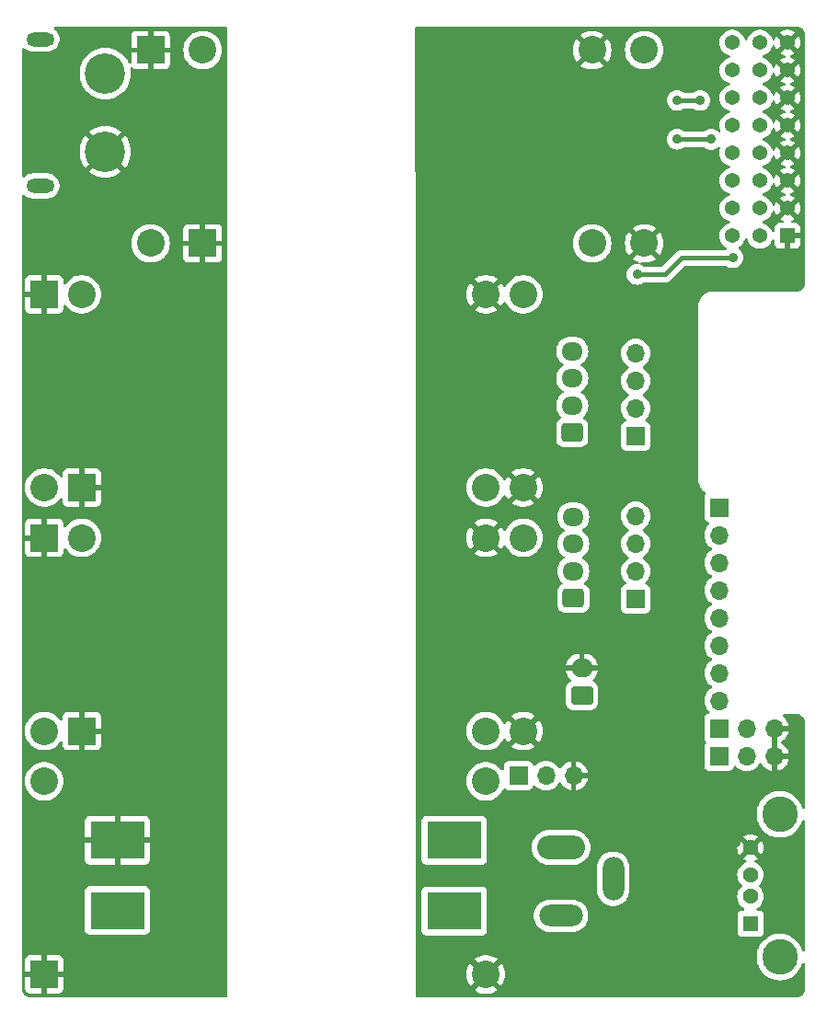
<source format=gbl>
G04 #@! TF.GenerationSoftware,KiCad,Pcbnew,7.0.8*
G04 #@! TF.CreationDate,2024-04-19T19:44:49-04:00*
G04 #@! TF.ProjectId,Aero_PDB,4165726f-5f50-4444-922e-6b696361645f,rev?*
G04 #@! TF.SameCoordinates,Original*
G04 #@! TF.FileFunction,Copper,L2,Bot*
G04 #@! TF.FilePolarity,Positive*
%FSLAX46Y46*%
G04 Gerber Fmt 4.6, Leading zero omitted, Abs format (unit mm)*
G04 Created by KiCad (PCBNEW 7.0.8) date 2024-04-19 19:44:49*
%MOMM*%
%LPD*%
G01*
G04 APERTURE LIST*
G04 Aperture macros list*
%AMRoundRect*
0 Rectangle with rounded corners*
0 $1 Rounding radius*
0 $2 $3 $4 $5 $6 $7 $8 $9 X,Y pos of 4 corners*
0 Add a 4 corners polygon primitive as box body*
4,1,4,$2,$3,$4,$5,$6,$7,$8,$9,$2,$3,0*
0 Add four circle primitives for the rounded corners*
1,1,$1+$1,$2,$3*
1,1,$1+$1,$4,$5*
1,1,$1+$1,$6,$7*
1,1,$1+$1,$8,$9*
0 Add four rect primitives between the rounded corners*
20,1,$1+$1,$2,$3,$4,$5,0*
20,1,$1+$1,$4,$5,$6,$7,0*
20,1,$1+$1,$6,$7,$8,$9,0*
20,1,$1+$1,$8,$9,$2,$3,0*%
G04 Aperture macros list end*
G04 #@! TA.AperFunction,ComponentPad*
%ADD10R,2.540000X2.540000*%
G04 #@! TD*
G04 #@! TA.AperFunction,ComponentPad*
%ADD11C,2.540000*%
G04 #@! TD*
G04 #@! TA.AperFunction,ComponentPad*
%ADD12R,1.700000X1.700000*%
G04 #@! TD*
G04 #@! TA.AperFunction,ComponentPad*
%ADD13O,1.700000X1.700000*%
G04 #@! TD*
G04 #@! TA.AperFunction,ComponentPad*
%ADD14R,5.000000X3.500000*%
G04 #@! TD*
G04 #@! TA.AperFunction,ComponentPad*
%ADD15O,4.400000X2.200000*%
G04 #@! TD*
G04 #@! TA.AperFunction,ComponentPad*
%ADD16O,4.000000X2.000000*%
G04 #@! TD*
G04 #@! TA.AperFunction,ComponentPad*
%ADD17O,2.000000X4.000000*%
G04 #@! TD*
G04 #@! TA.AperFunction,ComponentPad*
%ADD18R,1.428000X1.428000*%
G04 #@! TD*
G04 #@! TA.AperFunction,ComponentPad*
%ADD19C,1.428000*%
G04 #@! TD*
G04 #@! TA.AperFunction,ComponentPad*
%ADD20C,3.276000*%
G04 #@! TD*
G04 #@! TA.AperFunction,ComponentPad*
%ADD21RoundRect,0.250000X0.750000X-0.600000X0.750000X0.600000X-0.750000X0.600000X-0.750000X-0.600000X0*%
G04 #@! TD*
G04 #@! TA.AperFunction,ComponentPad*
%ADD22O,2.000000X1.700000*%
G04 #@! TD*
G04 #@! TA.AperFunction,ComponentPad*
%ADD23R,1.370000X1.370000*%
G04 #@! TD*
G04 #@! TA.AperFunction,ComponentPad*
%ADD24C,1.370000*%
G04 #@! TD*
G04 #@! TA.AperFunction,ComponentPad*
%ADD25RoundRect,0.250000X0.725000X-0.600000X0.725000X0.600000X-0.725000X0.600000X-0.725000X-0.600000X0*%
G04 #@! TD*
G04 #@! TA.AperFunction,ComponentPad*
%ADD26O,1.950000X1.700000*%
G04 #@! TD*
G04 #@! TA.AperFunction,ComponentPad*
%ADD27C,3.716000*%
G04 #@! TD*
G04 #@! TA.AperFunction,ComponentPad*
%ADD28O,2.600000X1.300000*%
G04 #@! TD*
G04 #@! TA.AperFunction,ViaPad*
%ADD29C,0.900000*%
G04 #@! TD*
G04 #@! TA.AperFunction,Conductor*
%ADD30C,0.450000*%
G04 #@! TD*
G04 APERTURE END LIST*
D10*
X62230000Y-99796600D03*
D11*
X62230000Y-117576600D03*
X102870000Y-117576600D03*
X102870000Y-99796600D03*
D12*
X124333000Y-97002600D03*
D13*
X124333000Y-99542600D03*
X124333000Y-102082600D03*
X124333000Y-104622600D03*
X124333000Y-107162600D03*
X124333000Y-109702600D03*
X124333000Y-112242600D03*
X124333000Y-114782600D03*
D14*
X68961000Y-134086600D03*
X68961000Y-127636600D03*
X99961000Y-127636600D03*
X99961000Y-134136600D03*
D10*
X72009000Y-54914800D03*
D11*
X72009000Y-72694800D03*
X112649000Y-72694800D03*
X112649000Y-54914800D03*
D15*
X109789200Y-128274500D03*
D16*
X109789200Y-134574500D03*
D17*
X114589200Y-131174500D03*
D18*
X127230700Y-135309700D03*
D19*
X127230700Y-132809700D03*
X127230700Y-130809700D03*
X127230700Y-128309700D03*
D20*
X129940700Y-138379700D03*
X129940700Y-125239700D03*
D12*
X116662200Y-90424000D03*
D13*
X116662200Y-87884000D03*
X116662200Y-85344000D03*
X116662200Y-82804000D03*
D21*
X111709200Y-114300000D03*
D22*
X111709200Y-111800000D03*
D12*
X124333000Y-117322600D03*
D13*
X126873000Y-117322600D03*
X129413000Y-117322600D03*
D12*
X105867200Y-121666000D03*
D13*
X108407200Y-121666000D03*
X110947200Y-121666000D03*
D12*
X116662200Y-105410000D03*
D13*
X116662200Y-102870000D03*
X116662200Y-100330000D03*
X116662200Y-97790000D03*
D23*
X130632200Y-72009000D03*
D24*
X128092200Y-72009000D03*
X125552200Y-72009000D03*
X130632200Y-69469000D03*
X128092200Y-69469000D03*
X125552200Y-69469000D03*
X130632200Y-66929000D03*
X128092200Y-66929000D03*
X125552200Y-66929000D03*
X130632200Y-64389000D03*
X128092200Y-64389000D03*
X125552200Y-64389000D03*
X130632200Y-61849000D03*
X128092200Y-61849000D03*
X125552200Y-61849000D03*
X130632200Y-59309000D03*
X128092200Y-59309000D03*
X125552200Y-59309000D03*
X130632200Y-56769000D03*
X128092200Y-56769000D03*
X125552200Y-56769000D03*
X130632200Y-54229000D03*
X128092200Y-54229000D03*
X125552200Y-54229000D03*
D10*
X62230000Y-77393800D03*
D11*
X62230000Y-95173800D03*
X102870000Y-95173800D03*
X102870000Y-77393800D03*
D25*
X110921800Y-105359200D03*
D26*
X110921800Y-102859200D03*
X110921800Y-100359200D03*
X110921800Y-97859200D03*
D25*
X110820200Y-90119200D03*
D26*
X110820200Y-87619200D03*
X110820200Y-85119200D03*
X110820200Y-82619200D03*
D12*
X124337072Y-119888000D03*
D13*
X126877072Y-119888000D03*
X129417072Y-119888000D03*
D27*
X67843400Y-57062000D03*
X67843400Y-64262000D03*
D28*
X61843400Y-67412000D03*
X61843400Y-53912000D03*
D10*
X65684400Y-95173800D03*
D11*
X65684400Y-77393800D03*
X106324400Y-77393800D03*
X106324400Y-95173800D03*
D10*
X65684400Y-117576600D03*
D11*
X65684400Y-99796600D03*
X106324400Y-99796600D03*
X106324400Y-117576600D03*
D10*
X76809600Y-72694800D03*
D11*
X76809600Y-54914800D03*
X117449600Y-54914800D03*
X117449600Y-72694800D03*
D10*
X62230000Y-139979400D03*
D11*
X62230000Y-122199400D03*
X102870000Y-122199400D03*
X102870000Y-139979400D03*
D29*
X125614800Y-74015600D03*
X116789200Y-75565000D03*
X123595600Y-63127583D03*
X120476400Y-63119000D03*
X122585123Y-59546650D03*
X120475523Y-59538374D03*
X125927500Y-127821900D03*
X124380640Y-130130760D03*
X125117240Y-128581360D03*
D30*
X116789200Y-75565000D02*
X119380000Y-75565000D01*
X120929400Y-74015600D02*
X125614800Y-74015600D01*
X119380000Y-75565000D02*
X120929400Y-74015600D01*
X123587017Y-63119000D02*
X120476400Y-63119000D01*
X123595600Y-63127583D02*
X123587017Y-63119000D01*
X120475523Y-59538374D02*
X120483799Y-59546650D01*
X120483799Y-59546650D02*
X122585123Y-59546650D01*
G04 #@! TA.AperFunction,Conductor*
G36*
X130163518Y-69683040D02*
G01*
X130242805Y-69806413D01*
X130353638Y-69902451D01*
X130487039Y-69963373D01*
X130490833Y-69963918D01*
X129989767Y-70464984D01*
X129989768Y-70464985D01*
X130101733Y-70534311D01*
X130101739Y-70534314D01*
X130230957Y-70584373D01*
X130286358Y-70626946D01*
X130309949Y-70692713D01*
X130294238Y-70760793D01*
X130244214Y-70809572D01*
X130186163Y-70824000D01*
X129899355Y-70824000D01*
X129839827Y-70830401D01*
X129839820Y-70830403D01*
X129705113Y-70880645D01*
X129705106Y-70880649D01*
X129590012Y-70966809D01*
X129590009Y-70966812D01*
X129503849Y-71081906D01*
X129503845Y-71081913D01*
X129453603Y-71216620D01*
X129453601Y-71216627D01*
X129447200Y-71276155D01*
X129447200Y-71550430D01*
X129427515Y-71617469D01*
X129374711Y-71663224D01*
X129305553Y-71673168D01*
X129241997Y-71644143D01*
X129204223Y-71585365D01*
X129203934Y-71584366D01*
X129202382Y-71578913D01*
X129202381Y-71578911D01*
X129156702Y-71487175D01*
X129104451Y-71382241D01*
X129024338Y-71276155D01*
X128972046Y-71206909D01*
X128809685Y-71058898D01*
X128809684Y-71058897D01*
X128622887Y-70943237D01*
X128622885Y-70943236D01*
X128418020Y-70863872D01*
X128418019Y-70863871D01*
X128418017Y-70863871D01*
X128402058Y-70860887D01*
X128339780Y-70829221D01*
X128304507Y-70768909D01*
X128307441Y-70699101D01*
X128347649Y-70641960D01*
X128402058Y-70617112D01*
X128418017Y-70614129D01*
X128622887Y-70534763D01*
X128809684Y-70419103D01*
X128972048Y-70271088D01*
X129104451Y-70095759D01*
X129202382Y-69899087D01*
X129243194Y-69755645D01*
X129280471Y-69696555D01*
X129343780Y-69666997D01*
X129413020Y-69676358D01*
X129466207Y-69721668D01*
X129481725Y-69755647D01*
X129522485Y-69898902D01*
X129522490Y-69898915D01*
X129620372Y-70095489D01*
X129620377Y-70095497D01*
X129634046Y-70113597D01*
X129634047Y-70113598D01*
X130141066Y-69606579D01*
X130163518Y-69683040D01*
G37*
G04 #@! TD.AperFunction*
G04 #@! TA.AperFunction,Conductor*
G36*
X130163518Y-67143040D02*
G01*
X130242805Y-67266413D01*
X130353638Y-67362451D01*
X130487039Y-67423373D01*
X130490833Y-67423918D01*
X129989767Y-67924984D01*
X129989768Y-67924985D01*
X130101733Y-67994311D01*
X130101739Y-67994314D01*
X130306522Y-68073646D01*
X130325054Y-68077111D01*
X130387335Y-68108779D01*
X130422608Y-68169092D01*
X130419674Y-68238900D01*
X130379465Y-68296040D01*
X130325054Y-68320889D01*
X130306522Y-68324353D01*
X130306521Y-68324353D01*
X130101740Y-68403685D01*
X129989767Y-68473014D01*
X130490834Y-68974081D01*
X130487039Y-68974627D01*
X130353638Y-69035549D01*
X130242805Y-69131587D01*
X130163518Y-69254960D01*
X130141066Y-69331420D01*
X129634047Y-68824401D01*
X129634046Y-68824401D01*
X129620376Y-68842503D01*
X129522490Y-69039084D01*
X129522485Y-69039097D01*
X129481725Y-69182352D01*
X129444445Y-69241445D01*
X129381135Y-69271002D01*
X129311896Y-69261640D01*
X129258710Y-69216330D01*
X129243194Y-69182356D01*
X129202382Y-69038913D01*
X129202380Y-69038909D01*
X129153820Y-68941388D01*
X129104451Y-68842241D01*
X128972048Y-68666912D01*
X128972046Y-68666909D01*
X128809685Y-68518898D01*
X128809684Y-68518897D01*
X128622887Y-68403237D01*
X128622885Y-68403236D01*
X128418020Y-68323872D01*
X128418019Y-68323871D01*
X128418017Y-68323871D01*
X128402058Y-68320887D01*
X128339780Y-68289221D01*
X128304507Y-68228909D01*
X128307441Y-68159101D01*
X128347649Y-68101960D01*
X128402058Y-68077112D01*
X128418017Y-68074129D01*
X128622887Y-67994763D01*
X128809684Y-67879103D01*
X128972048Y-67731088D01*
X129104451Y-67555759D01*
X129202382Y-67359087D01*
X129243194Y-67215645D01*
X129280471Y-67156555D01*
X129343780Y-67126997D01*
X129413020Y-67136358D01*
X129466207Y-67181668D01*
X129481725Y-67215647D01*
X129522485Y-67358902D01*
X129522490Y-67358915D01*
X129620372Y-67555489D01*
X129620377Y-67555497D01*
X129634046Y-67573597D01*
X129634047Y-67573598D01*
X130141066Y-67066579D01*
X130163518Y-67143040D01*
G37*
G04 #@! TD.AperFunction*
G04 #@! TA.AperFunction,Conductor*
G36*
X130163518Y-64603040D02*
G01*
X130242805Y-64726413D01*
X130353638Y-64822451D01*
X130487039Y-64883373D01*
X130490833Y-64883918D01*
X129989767Y-65384984D01*
X129989768Y-65384985D01*
X130101733Y-65454311D01*
X130101739Y-65454314D01*
X130306522Y-65533646D01*
X130325054Y-65537111D01*
X130387335Y-65568779D01*
X130422608Y-65629092D01*
X130419674Y-65698900D01*
X130379465Y-65756040D01*
X130325054Y-65780889D01*
X130306522Y-65784353D01*
X130306521Y-65784353D01*
X130101740Y-65863685D01*
X129989767Y-65933014D01*
X130490834Y-66434081D01*
X130487039Y-66434627D01*
X130353638Y-66495549D01*
X130242805Y-66591587D01*
X130163518Y-66714960D01*
X130141066Y-66791420D01*
X129634047Y-66284401D01*
X129634046Y-66284401D01*
X129620376Y-66302503D01*
X129522490Y-66499084D01*
X129522485Y-66499097D01*
X129481725Y-66642352D01*
X129444445Y-66701445D01*
X129381135Y-66731002D01*
X129311896Y-66721640D01*
X129258710Y-66676330D01*
X129243194Y-66642356D01*
X129202382Y-66498913D01*
X129202380Y-66498909D01*
X129153820Y-66401388D01*
X129104451Y-66302241D01*
X128972048Y-66126912D01*
X128972046Y-66126909D01*
X128809685Y-65978898D01*
X128809684Y-65978897D01*
X128622887Y-65863237D01*
X128622885Y-65863236D01*
X128418020Y-65783872D01*
X128418019Y-65783871D01*
X128418017Y-65783871D01*
X128402058Y-65780887D01*
X128339780Y-65749221D01*
X128304507Y-65688909D01*
X128307441Y-65619101D01*
X128347649Y-65561960D01*
X128402058Y-65537112D01*
X128418017Y-65534129D01*
X128622887Y-65454763D01*
X128809684Y-65339103D01*
X128972048Y-65191088D01*
X129104451Y-65015759D01*
X129202382Y-64819087D01*
X129243194Y-64675645D01*
X129280471Y-64616555D01*
X129343780Y-64586997D01*
X129413020Y-64596358D01*
X129466207Y-64641668D01*
X129481725Y-64675647D01*
X129522485Y-64818902D01*
X129522490Y-64818915D01*
X129620372Y-65015489D01*
X129620377Y-65015497D01*
X129634046Y-65033597D01*
X129634047Y-65033598D01*
X130141066Y-64526579D01*
X130163518Y-64603040D01*
G37*
G04 #@! TD.AperFunction*
G04 #@! TA.AperFunction,Conductor*
G36*
X130163518Y-62063040D02*
G01*
X130242805Y-62186413D01*
X130353638Y-62282451D01*
X130487039Y-62343373D01*
X130490833Y-62343918D01*
X129989767Y-62844984D01*
X129989768Y-62844985D01*
X130101733Y-62914311D01*
X130101739Y-62914314D01*
X130306522Y-62993646D01*
X130325054Y-62997111D01*
X130387335Y-63028779D01*
X130422608Y-63089092D01*
X130419674Y-63158900D01*
X130379465Y-63216040D01*
X130325054Y-63240889D01*
X130306522Y-63244353D01*
X130306521Y-63244353D01*
X130101740Y-63323685D01*
X129989767Y-63393014D01*
X130490834Y-63894081D01*
X130487039Y-63894627D01*
X130353638Y-63955549D01*
X130242805Y-64051587D01*
X130163518Y-64174960D01*
X130141066Y-64251420D01*
X129634047Y-63744401D01*
X129634046Y-63744401D01*
X129620376Y-63762503D01*
X129522490Y-63959084D01*
X129522485Y-63959097D01*
X129481725Y-64102352D01*
X129444445Y-64161445D01*
X129381135Y-64191002D01*
X129311896Y-64181640D01*
X129258710Y-64136330D01*
X129243194Y-64102356D01*
X129202382Y-63958913D01*
X129202380Y-63958909D01*
X129127341Y-63808211D01*
X129104451Y-63762241D01*
X129019405Y-63649623D01*
X128972046Y-63586909D01*
X128809685Y-63438898D01*
X128809684Y-63438897D01*
X128622887Y-63323237D01*
X128622885Y-63323236D01*
X128418020Y-63243872D01*
X128418019Y-63243871D01*
X128418017Y-63243871D01*
X128402058Y-63240887D01*
X128339780Y-63209221D01*
X128304507Y-63148909D01*
X128307441Y-63079101D01*
X128347649Y-63021960D01*
X128402058Y-62997112D01*
X128418017Y-62994129D01*
X128622887Y-62914763D01*
X128809684Y-62799103D01*
X128972048Y-62651088D01*
X129104451Y-62475759D01*
X129202382Y-62279087D01*
X129243194Y-62135645D01*
X129280471Y-62076555D01*
X129343780Y-62046997D01*
X129413020Y-62056358D01*
X129466207Y-62101668D01*
X129481725Y-62135647D01*
X129522485Y-62278902D01*
X129522490Y-62278915D01*
X129620372Y-62475489D01*
X129620377Y-62475497D01*
X129634046Y-62493597D01*
X129634047Y-62493598D01*
X130141066Y-61986579D01*
X130163518Y-62063040D01*
G37*
G04 #@! TD.AperFunction*
G04 #@! TA.AperFunction,Conductor*
G36*
X130163518Y-59523040D02*
G01*
X130242805Y-59646413D01*
X130353638Y-59742451D01*
X130487039Y-59803373D01*
X130490833Y-59803918D01*
X129989767Y-60304984D01*
X129989768Y-60304985D01*
X130101733Y-60374311D01*
X130101739Y-60374314D01*
X130306522Y-60453646D01*
X130325054Y-60457111D01*
X130387335Y-60488779D01*
X130422608Y-60549092D01*
X130419674Y-60618900D01*
X130379465Y-60676040D01*
X130325054Y-60700889D01*
X130306522Y-60704353D01*
X130306521Y-60704353D01*
X130101740Y-60783685D01*
X129989767Y-60853014D01*
X130490834Y-61354081D01*
X130487039Y-61354627D01*
X130353638Y-61415549D01*
X130242805Y-61511587D01*
X130163518Y-61634960D01*
X130141066Y-61711420D01*
X129634047Y-61204401D01*
X129634046Y-61204401D01*
X129620376Y-61222503D01*
X129522490Y-61419084D01*
X129522485Y-61419097D01*
X129481725Y-61562352D01*
X129444445Y-61621445D01*
X129381135Y-61651002D01*
X129311896Y-61641640D01*
X129258710Y-61596330D01*
X129243194Y-61562356D01*
X129202382Y-61418913D01*
X129202380Y-61418909D01*
X129153820Y-61321388D01*
X129104451Y-61222241D01*
X128972048Y-61046912D01*
X128972046Y-61046909D01*
X128809685Y-60898898D01*
X128809684Y-60898897D01*
X128622887Y-60783237D01*
X128622885Y-60783236D01*
X128418020Y-60703872D01*
X128418019Y-60703871D01*
X128418017Y-60703871D01*
X128402058Y-60700887D01*
X128339780Y-60669221D01*
X128304507Y-60608909D01*
X128307441Y-60539101D01*
X128347649Y-60481960D01*
X128402058Y-60457112D01*
X128418017Y-60454129D01*
X128622887Y-60374763D01*
X128809684Y-60259103D01*
X128972048Y-60111088D01*
X129104451Y-59935759D01*
X129202382Y-59739087D01*
X129243194Y-59595645D01*
X129280471Y-59536555D01*
X129343780Y-59506997D01*
X129413020Y-59516358D01*
X129466207Y-59561668D01*
X129481725Y-59595647D01*
X129522485Y-59738902D01*
X129522490Y-59738915D01*
X129620372Y-59935489D01*
X129620377Y-59935497D01*
X129634046Y-59953597D01*
X129634047Y-59953598D01*
X130141066Y-59446579D01*
X130163518Y-59523040D01*
G37*
G04 #@! TD.AperFunction*
G04 #@! TA.AperFunction,Conductor*
G36*
X130163518Y-56983040D02*
G01*
X130242805Y-57106413D01*
X130353638Y-57202451D01*
X130487039Y-57263373D01*
X130490833Y-57263918D01*
X129989767Y-57764984D01*
X129989768Y-57764985D01*
X130101733Y-57834311D01*
X130101739Y-57834314D01*
X130306522Y-57913646D01*
X130325054Y-57917111D01*
X130387335Y-57948779D01*
X130422608Y-58009092D01*
X130419674Y-58078900D01*
X130379465Y-58136040D01*
X130325054Y-58160889D01*
X130306522Y-58164353D01*
X130306521Y-58164353D01*
X130101740Y-58243685D01*
X129989767Y-58313014D01*
X130490834Y-58814081D01*
X130487039Y-58814627D01*
X130353638Y-58875549D01*
X130242805Y-58971587D01*
X130163518Y-59094960D01*
X130141066Y-59171420D01*
X129634047Y-58664401D01*
X129634046Y-58664401D01*
X129620376Y-58682503D01*
X129522490Y-58879084D01*
X129522485Y-58879097D01*
X129481725Y-59022352D01*
X129444445Y-59081445D01*
X129381135Y-59111002D01*
X129311896Y-59101640D01*
X129258710Y-59056330D01*
X129243194Y-59022356D01*
X129202382Y-58878913D01*
X129202380Y-58878909D01*
X129135321Y-58744236D01*
X129104451Y-58682241D01*
X128972048Y-58506912D01*
X128972046Y-58506909D01*
X128809685Y-58358898D01*
X128809684Y-58358897D01*
X128622887Y-58243237D01*
X128622885Y-58243236D01*
X128418020Y-58163872D01*
X128418019Y-58163871D01*
X128418017Y-58163871D01*
X128402058Y-58160887D01*
X128339780Y-58129221D01*
X128304507Y-58068909D01*
X128307441Y-57999101D01*
X128347649Y-57941960D01*
X128402058Y-57917112D01*
X128418017Y-57914129D01*
X128622887Y-57834763D01*
X128809684Y-57719103D01*
X128972048Y-57571088D01*
X129104451Y-57395759D01*
X129202382Y-57199087D01*
X129243194Y-57055645D01*
X129280471Y-56996555D01*
X129343780Y-56966997D01*
X129413020Y-56976358D01*
X129466207Y-57021668D01*
X129481725Y-57055647D01*
X129522485Y-57198902D01*
X129522490Y-57198915D01*
X129620372Y-57395489D01*
X129620377Y-57395497D01*
X129634046Y-57413597D01*
X129634047Y-57413598D01*
X130141066Y-56906579D01*
X130163518Y-56983040D01*
G37*
G04 #@! TD.AperFunction*
G04 #@! TA.AperFunction,Conductor*
G36*
X130163518Y-54443040D02*
G01*
X130242805Y-54566413D01*
X130353638Y-54662451D01*
X130487039Y-54723373D01*
X130490833Y-54723918D01*
X129989767Y-55224984D01*
X129989768Y-55224985D01*
X130101733Y-55294311D01*
X130101739Y-55294314D01*
X130306522Y-55373646D01*
X130325054Y-55377111D01*
X130387335Y-55408779D01*
X130422608Y-55469092D01*
X130419674Y-55538900D01*
X130379465Y-55596040D01*
X130325054Y-55620889D01*
X130306522Y-55624353D01*
X130306521Y-55624353D01*
X130101740Y-55703685D01*
X129989767Y-55773014D01*
X130490834Y-56274081D01*
X130487039Y-56274627D01*
X130353638Y-56335549D01*
X130242805Y-56431587D01*
X130163518Y-56554960D01*
X130141066Y-56631420D01*
X129634047Y-56124401D01*
X129634046Y-56124401D01*
X129620376Y-56142503D01*
X129522490Y-56339084D01*
X129522485Y-56339097D01*
X129481725Y-56482352D01*
X129444445Y-56541445D01*
X129381135Y-56571002D01*
X129311896Y-56561640D01*
X129258710Y-56516330D01*
X129243194Y-56482356D01*
X129202382Y-56338913D01*
X129202380Y-56338909D01*
X129153820Y-56241388D01*
X129104451Y-56142241D01*
X128972048Y-55966912D01*
X128972046Y-55966909D01*
X128809685Y-55818898D01*
X128809684Y-55818897D01*
X128622887Y-55703237D01*
X128622885Y-55703236D01*
X128418020Y-55623872D01*
X128418019Y-55623871D01*
X128418017Y-55623871D01*
X128402058Y-55620887D01*
X128339780Y-55589221D01*
X128304507Y-55528909D01*
X128307441Y-55459101D01*
X128347649Y-55401960D01*
X128402058Y-55377112D01*
X128418017Y-55374129D01*
X128622887Y-55294763D01*
X128809684Y-55179103D01*
X128972048Y-55031088D01*
X129104451Y-54855759D01*
X129202382Y-54659087D01*
X129243194Y-54515645D01*
X129280471Y-54456555D01*
X129343780Y-54426997D01*
X129413020Y-54436358D01*
X129466207Y-54481668D01*
X129481725Y-54515647D01*
X129522485Y-54658902D01*
X129522490Y-54658915D01*
X129620372Y-54855489D01*
X129620377Y-54855497D01*
X129634046Y-54873597D01*
X129634047Y-54873598D01*
X130141066Y-54366579D01*
X130163518Y-54443040D01*
G37*
G04 #@! TD.AperFunction*
G04 #@! TA.AperFunction,Conductor*
G36*
X131540231Y-52751799D02*
G01*
X131588147Y-52756517D01*
X131661517Y-52763744D01*
X131685345Y-52768483D01*
X131793205Y-52801202D01*
X131815653Y-52810501D01*
X131915049Y-52863629D01*
X131935259Y-52877133D01*
X132022379Y-52948630D01*
X132039569Y-52965820D01*
X132111066Y-53052940D01*
X132124570Y-53073150D01*
X132177695Y-53172538D01*
X132186998Y-53194997D01*
X132219714Y-53302848D01*
X132224456Y-53326688D01*
X132236401Y-53447967D01*
X132236700Y-53454048D01*
X132236700Y-76416151D01*
X132236401Y-76422232D01*
X132224456Y-76543511D01*
X132219714Y-76567351D01*
X132186998Y-76675202D01*
X132177695Y-76697661D01*
X132124570Y-76797049D01*
X132111066Y-76817259D01*
X132039569Y-76904379D01*
X132022379Y-76921569D01*
X131935259Y-76993066D01*
X131915049Y-77006570D01*
X131815661Y-77059695D01*
X131793202Y-77068998D01*
X131685351Y-77101714D01*
X131661511Y-77106456D01*
X131540232Y-77118401D01*
X131534151Y-77118700D01*
X123805795Y-77118700D01*
X123758200Y-77118700D01*
X123655848Y-77118700D01*
X123631529Y-77122551D01*
X123453665Y-77150722D01*
X123258976Y-77213981D01*
X123076586Y-77306915D01*
X122910986Y-77427228D01*
X122766228Y-77571986D01*
X122645915Y-77737586D01*
X122552981Y-77919976D01*
X122489722Y-78114665D01*
X122457700Y-78316848D01*
X122457700Y-94606351D01*
X122489722Y-94808534D01*
X122552981Y-95003223D01*
X122594962Y-95085613D01*
X122639895Y-95173800D01*
X122645915Y-95185613D01*
X122766228Y-95351213D01*
X122910986Y-95495971D01*
X123076584Y-95616284D01*
X123076590Y-95616287D01*
X123077583Y-95616792D01*
X123077894Y-95617087D01*
X123080742Y-95618832D01*
X123080375Y-95619430D01*
X123128381Y-95664764D01*
X123145180Y-95732584D01*
X123122645Y-95798720D01*
X123120560Y-95801591D01*
X123039204Y-95910268D01*
X123039202Y-95910271D01*
X122988908Y-96045117D01*
X122982501Y-96104716D01*
X122982500Y-96104735D01*
X122982500Y-97900470D01*
X122982501Y-97900476D01*
X122988908Y-97960083D01*
X123039202Y-98094928D01*
X123039206Y-98094935D01*
X123125452Y-98210144D01*
X123125455Y-98210147D01*
X123240664Y-98296393D01*
X123240671Y-98296397D01*
X123372081Y-98345410D01*
X123428015Y-98387281D01*
X123452432Y-98452745D01*
X123437580Y-98521018D01*
X123416430Y-98549273D01*
X123294503Y-98671200D01*
X123158965Y-98864769D01*
X123158964Y-98864771D01*
X123059098Y-99078935D01*
X123059094Y-99078944D01*
X122997938Y-99307186D01*
X122997936Y-99307196D01*
X122977341Y-99542599D01*
X122977341Y-99542600D01*
X122997936Y-99778003D01*
X122997938Y-99778013D01*
X123059094Y-100006255D01*
X123059096Y-100006259D01*
X123059097Y-100006263D01*
X123126194Y-100150153D01*
X123158965Y-100220430D01*
X123158967Y-100220434D01*
X123228637Y-100319932D01*
X123294501Y-100413996D01*
X123294506Y-100414002D01*
X123461597Y-100581093D01*
X123461603Y-100581098D01*
X123647158Y-100711025D01*
X123690783Y-100765602D01*
X123697977Y-100835100D01*
X123666454Y-100897455D01*
X123647158Y-100914175D01*
X123461597Y-101044105D01*
X123294505Y-101211197D01*
X123158965Y-101404769D01*
X123158964Y-101404771D01*
X123059098Y-101618935D01*
X123059094Y-101618944D01*
X122997938Y-101847186D01*
X122997936Y-101847196D01*
X122977341Y-102082599D01*
X122977341Y-102082600D01*
X122997936Y-102318003D01*
X122997938Y-102318013D01*
X123059094Y-102546255D01*
X123059096Y-102546259D01*
X123059097Y-102546263D01*
X123158965Y-102760430D01*
X123158967Y-102760434D01*
X123235686Y-102869999D01*
X123294501Y-102953996D01*
X123294506Y-102954002D01*
X123461597Y-103121093D01*
X123461603Y-103121098D01*
X123647158Y-103251025D01*
X123690783Y-103305602D01*
X123697977Y-103375100D01*
X123666454Y-103437455D01*
X123647158Y-103454175D01*
X123461597Y-103584105D01*
X123294505Y-103751197D01*
X123158965Y-103944769D01*
X123158964Y-103944771D01*
X123059098Y-104158935D01*
X123059094Y-104158944D01*
X122997938Y-104387186D01*
X122997936Y-104387196D01*
X122977341Y-104622599D01*
X122977341Y-104622600D01*
X122997936Y-104858003D01*
X122997938Y-104858013D01*
X123059094Y-105086255D01*
X123059096Y-105086259D01*
X123059097Y-105086263D01*
X123158965Y-105300430D01*
X123158967Y-105300434D01*
X123236736Y-105411499D01*
X123294501Y-105493996D01*
X123294506Y-105494002D01*
X123461597Y-105661093D01*
X123461603Y-105661098D01*
X123647158Y-105791025D01*
X123690783Y-105845602D01*
X123697977Y-105915100D01*
X123666454Y-105977455D01*
X123647158Y-105994175D01*
X123461597Y-106124105D01*
X123294505Y-106291197D01*
X123158965Y-106484769D01*
X123158964Y-106484771D01*
X123059098Y-106698935D01*
X123059094Y-106698944D01*
X122997938Y-106927186D01*
X122997936Y-106927196D01*
X122977341Y-107162599D01*
X122977341Y-107162600D01*
X122997936Y-107398003D01*
X122997938Y-107398013D01*
X123059094Y-107626255D01*
X123059096Y-107626259D01*
X123059097Y-107626263D01*
X123158965Y-107840430D01*
X123158967Y-107840434D01*
X123236736Y-107951499D01*
X123294501Y-108033996D01*
X123294506Y-108034002D01*
X123461597Y-108201093D01*
X123461603Y-108201098D01*
X123647158Y-108331025D01*
X123690783Y-108385602D01*
X123697977Y-108455100D01*
X123666454Y-108517455D01*
X123647158Y-108534175D01*
X123461597Y-108664105D01*
X123294505Y-108831197D01*
X123158965Y-109024769D01*
X123158964Y-109024771D01*
X123059098Y-109238935D01*
X123059094Y-109238944D01*
X122997938Y-109467186D01*
X122997936Y-109467196D01*
X122977341Y-109702599D01*
X122977341Y-109702600D01*
X122997936Y-109938003D01*
X122997938Y-109938013D01*
X123059094Y-110166255D01*
X123059096Y-110166259D01*
X123059097Y-110166263D01*
X123158965Y-110380430D01*
X123158967Y-110380434D01*
X123218484Y-110465432D01*
X123294501Y-110573996D01*
X123294506Y-110574002D01*
X123461597Y-110741093D01*
X123461603Y-110741098D01*
X123647158Y-110871025D01*
X123690783Y-110925602D01*
X123697977Y-110995100D01*
X123666454Y-111057455D01*
X123647158Y-111074175D01*
X123461597Y-111204105D01*
X123294505Y-111371197D01*
X123158965Y-111564769D01*
X123158964Y-111564771D01*
X123059098Y-111778935D01*
X123059094Y-111778944D01*
X122997938Y-112007186D01*
X122997936Y-112007196D01*
X122977341Y-112242599D01*
X122977341Y-112242600D01*
X122997936Y-112478003D01*
X122997938Y-112478013D01*
X123059094Y-112706255D01*
X123059096Y-112706259D01*
X123059097Y-112706263D01*
X123115192Y-112826558D01*
X123158965Y-112920430D01*
X123158967Y-112920434D01*
X123225314Y-113015186D01*
X123294501Y-113113996D01*
X123294506Y-113114002D01*
X123461597Y-113281093D01*
X123461603Y-113281098D01*
X123647158Y-113411025D01*
X123690783Y-113465602D01*
X123697977Y-113535100D01*
X123666454Y-113597455D01*
X123647158Y-113614175D01*
X123461597Y-113744105D01*
X123294505Y-113911197D01*
X123158965Y-114104769D01*
X123158964Y-114104771D01*
X123059098Y-114318935D01*
X123059094Y-114318944D01*
X122997938Y-114547186D01*
X122997936Y-114547196D01*
X122977341Y-114782599D01*
X122977341Y-114782600D01*
X122997936Y-115018003D01*
X122997938Y-115018013D01*
X123059094Y-115246255D01*
X123059096Y-115246259D01*
X123059097Y-115246263D01*
X123140998Y-115421900D01*
X123158965Y-115460430D01*
X123158967Y-115460434D01*
X123235416Y-115569613D01*
X123294501Y-115653996D01*
X123294506Y-115654002D01*
X123416430Y-115775926D01*
X123449915Y-115837249D01*
X123444931Y-115906941D01*
X123403059Y-115962874D01*
X123372083Y-115979789D01*
X123240669Y-116028803D01*
X123240664Y-116028806D01*
X123125455Y-116115052D01*
X123125452Y-116115055D01*
X123039206Y-116230264D01*
X123039202Y-116230271D01*
X122988908Y-116365117D01*
X122982501Y-116424716D01*
X122982500Y-116424735D01*
X122982500Y-118220470D01*
X122982501Y-118220476D01*
X122988908Y-118280083D01*
X123039202Y-118414928D01*
X123039206Y-118414935D01*
X123128120Y-118533708D01*
X123152538Y-118599172D01*
X123137687Y-118667445D01*
X123128121Y-118682330D01*
X123043276Y-118795668D01*
X123043274Y-118795671D01*
X122992980Y-118930517D01*
X122986573Y-118990116D01*
X122986572Y-118990135D01*
X122986572Y-120785870D01*
X122986573Y-120785876D01*
X122992980Y-120845483D01*
X123043274Y-120980328D01*
X123043278Y-120980335D01*
X123129524Y-121095544D01*
X123129527Y-121095547D01*
X123244736Y-121181793D01*
X123244743Y-121181797D01*
X123379589Y-121232091D01*
X123379588Y-121232091D01*
X123386516Y-121232835D01*
X123439199Y-121238500D01*
X125234944Y-121238499D01*
X125294555Y-121232091D01*
X125429403Y-121181796D01*
X125544618Y-121095546D01*
X125630868Y-120980331D01*
X125679882Y-120848916D01*
X125721753Y-120792984D01*
X125787217Y-120768566D01*
X125855490Y-120783417D01*
X125883745Y-120804569D01*
X126005671Y-120926495D01*
X126082932Y-120980594D01*
X126199237Y-121062032D01*
X126199239Y-121062033D01*
X126199242Y-121062035D01*
X126413409Y-121161903D01*
X126641664Y-121223063D01*
X126818106Y-121238500D01*
X126877071Y-121243659D01*
X126877072Y-121243659D01*
X126877073Y-121243659D01*
X126936038Y-121238500D01*
X127112480Y-121223063D01*
X127340735Y-121161903D01*
X127554902Y-121062035D01*
X127748473Y-120926495D01*
X127915567Y-120759401D01*
X128045802Y-120573405D01*
X128100379Y-120529781D01*
X128169877Y-120522587D01*
X128232232Y-120554110D01*
X128248951Y-120573405D01*
X128378962Y-120759078D01*
X128545989Y-120926105D01*
X128739493Y-121061600D01*
X128953579Y-121161429D01*
X128953588Y-121161433D01*
X129167072Y-121218634D01*
X129167072Y-120323501D01*
X129274757Y-120372680D01*
X129381309Y-120388000D01*
X129452835Y-120388000D01*
X129559387Y-120372680D01*
X129667072Y-120323501D01*
X129667072Y-121218633D01*
X129880555Y-121161433D01*
X129880564Y-121161429D01*
X130094650Y-121061600D01*
X130288154Y-120926105D01*
X130455177Y-120759082D01*
X130590672Y-120565578D01*
X130690501Y-120351492D01*
X130690504Y-120351486D01*
X130747708Y-120138000D01*
X129850758Y-120138000D01*
X129876565Y-120097844D01*
X129917072Y-119959889D01*
X129917072Y-119816111D01*
X129876565Y-119678156D01*
X129850758Y-119638000D01*
X130747708Y-119638000D01*
X130747707Y-119637999D01*
X130690504Y-119424513D01*
X130690501Y-119424507D01*
X130590672Y-119210422D01*
X130590671Y-119210420D01*
X130455185Y-119016926D01*
X130455180Y-119016920D01*
X130288154Y-118849894D01*
X130094649Y-118714399D01*
X130089965Y-118711695D01*
X130091210Y-118709537D01*
X130046657Y-118670173D01*
X130027620Y-118602947D01*
X130047950Y-118536101D01*
X130086453Y-118499747D01*
X130086144Y-118499305D01*
X130089153Y-118497197D01*
X130089633Y-118496745D01*
X130090583Y-118496196D01*
X130284082Y-118360705D01*
X130451105Y-118193682D01*
X130586600Y-118000178D01*
X130686429Y-117786092D01*
X130686432Y-117786086D01*
X130743636Y-117572600D01*
X129846686Y-117572600D01*
X129872493Y-117532444D01*
X129913000Y-117394489D01*
X129913000Y-117250711D01*
X129872493Y-117112756D01*
X129846686Y-117072600D01*
X130743636Y-117072600D01*
X130743635Y-117072599D01*
X130686432Y-116859113D01*
X130686429Y-116859107D01*
X130586600Y-116645022D01*
X130586599Y-116645020D01*
X130451113Y-116451526D01*
X130451108Y-116451520D01*
X130284082Y-116284494D01*
X130232642Y-116248475D01*
X130189017Y-116193897D01*
X130181825Y-116124399D01*
X130213347Y-116062044D01*
X130273577Y-116026631D01*
X130303766Y-116022900D01*
X131489605Y-116022900D01*
X131534151Y-116022900D01*
X131540231Y-116023199D01*
X131588147Y-116027917D01*
X131661517Y-116035144D01*
X131685345Y-116039883D01*
X131793205Y-116072602D01*
X131815653Y-116081901D01*
X131915049Y-116135029D01*
X131935259Y-116148533D01*
X132022379Y-116220030D01*
X132039569Y-116237220D01*
X132111066Y-116324340D01*
X132124570Y-116344550D01*
X132137626Y-116368975D01*
X132167430Y-116424735D01*
X132177695Y-116443938D01*
X132186998Y-116466397D01*
X132219714Y-116574248D01*
X132224456Y-116598088D01*
X132236401Y-116719367D01*
X132236700Y-116725448D01*
X132236700Y-124594963D01*
X132217015Y-124662002D01*
X132164211Y-124707757D01*
X132095053Y-124717701D01*
X132031497Y-124688676D01*
X131995860Y-124636488D01*
X131906740Y-124385729D01*
X131906740Y-124385728D01*
X131772145Y-124125973D01*
X131772144Y-124125971D01*
X131772140Y-124125965D01*
X131603437Y-123886967D01*
X131403751Y-123673155D01*
X131176819Y-123488532D01*
X131176820Y-123488532D01*
X131176813Y-123488527D01*
X131176805Y-123488522D01*
X130926846Y-123336519D01*
X130926841Y-123336517D01*
X130658517Y-123219968D01*
X130376812Y-123141037D01*
X130376808Y-123141036D01*
X130376807Y-123141036D01*
X130231892Y-123121118D01*
X130086978Y-123101200D01*
X130086977Y-123101200D01*
X129794423Y-123101200D01*
X129794422Y-123101200D01*
X129504593Y-123141036D01*
X129504587Y-123141037D01*
X129222882Y-123219968D01*
X128954558Y-123336517D01*
X128954553Y-123336519D01*
X128704594Y-123488522D01*
X128704580Y-123488532D01*
X128477648Y-123673155D01*
X128277962Y-123886967D01*
X128109259Y-124125965D01*
X128109255Y-124125971D01*
X127974659Y-124385729D01*
X127876691Y-124661386D01*
X127876686Y-124661405D01*
X127817168Y-124947824D01*
X127817167Y-124947826D01*
X127797203Y-125239700D01*
X127817167Y-125531573D01*
X127817168Y-125531575D01*
X127876686Y-125817994D01*
X127876691Y-125818013D01*
X127974659Y-126093670D01*
X128109255Y-126353428D01*
X128109259Y-126353434D01*
X128277962Y-126592432D01*
X128277965Y-126592435D01*
X128477649Y-126806245D01*
X128704587Y-126990873D01*
X128704594Y-126990877D01*
X128954553Y-127142880D01*
X128954558Y-127142882D01*
X129222882Y-127259431D01*
X129222887Y-127259433D01*
X129504593Y-127338364D01*
X129759399Y-127373386D01*
X129794422Y-127378200D01*
X129794423Y-127378200D01*
X130086978Y-127378200D01*
X130118224Y-127373905D01*
X130376807Y-127338364D01*
X130658513Y-127259433D01*
X130926848Y-127142879D01*
X131176813Y-126990873D01*
X131403751Y-126806245D01*
X131603435Y-126592435D01*
X131772145Y-126353427D01*
X131906740Y-126093672D01*
X131995860Y-125842911D01*
X132036857Y-125786334D01*
X132101935Y-125760904D01*
X132170430Y-125774694D01*
X132220597Y-125823327D01*
X132236700Y-125884436D01*
X132236700Y-137734963D01*
X132217015Y-137802002D01*
X132164211Y-137847757D01*
X132095053Y-137857701D01*
X132031497Y-137828676D01*
X131995860Y-137776488D01*
X131906740Y-137525729D01*
X131906740Y-137525728D01*
X131772145Y-137265973D01*
X131772144Y-137265971D01*
X131772140Y-137265965D01*
X131603437Y-137026967D01*
X131403751Y-136813155D01*
X131176819Y-136628532D01*
X131176820Y-136628532D01*
X131176813Y-136628527D01*
X131176805Y-136628522D01*
X130926846Y-136476519D01*
X130926841Y-136476517D01*
X130658517Y-136359968D01*
X130376812Y-136281037D01*
X130376808Y-136281036D01*
X130376807Y-136281036D01*
X130231892Y-136261118D01*
X130086978Y-136241200D01*
X130086977Y-136241200D01*
X129794423Y-136241200D01*
X129794422Y-136241200D01*
X129504593Y-136281036D01*
X129504587Y-136281037D01*
X129222882Y-136359968D01*
X128954558Y-136476517D01*
X128954553Y-136476519D01*
X128704594Y-136628522D01*
X128704580Y-136628532D01*
X128477648Y-136813155D01*
X128277962Y-137026967D01*
X128109259Y-137265965D01*
X128109255Y-137265971D01*
X127974659Y-137525729D01*
X127876691Y-137801386D01*
X127876686Y-137801405D01*
X127817168Y-138087824D01*
X127817167Y-138087826D01*
X127797203Y-138379700D01*
X127817167Y-138671573D01*
X127817168Y-138671575D01*
X127876686Y-138957994D01*
X127876691Y-138958013D01*
X127974659Y-139233670D01*
X128109255Y-139493428D01*
X128109259Y-139493434D01*
X128277962Y-139732432D01*
X128277965Y-139732435D01*
X128477649Y-139946245D01*
X128704587Y-140130873D01*
X128704594Y-140130877D01*
X128954553Y-140282880D01*
X128954558Y-140282882D01*
X129069834Y-140332953D01*
X129222887Y-140399433D01*
X129504593Y-140478364D01*
X129759399Y-140513386D01*
X129794422Y-140518200D01*
X129794423Y-140518200D01*
X130086978Y-140518200D01*
X130118224Y-140513905D01*
X130376807Y-140478364D01*
X130658513Y-140399433D01*
X130926848Y-140282879D01*
X131176813Y-140130873D01*
X131403751Y-139946245D01*
X131603435Y-139732435D01*
X131772145Y-139493427D01*
X131906740Y-139233672D01*
X131995860Y-138982911D01*
X132036857Y-138926334D01*
X132101935Y-138900904D01*
X132170430Y-138914694D01*
X132220597Y-138963327D01*
X132236700Y-139024436D01*
X132236700Y-141363951D01*
X132236401Y-141370032D01*
X132224456Y-141491311D01*
X132219714Y-141515151D01*
X132186998Y-141623002D01*
X132177695Y-141645461D01*
X132124570Y-141744849D01*
X132111066Y-141765059D01*
X132039569Y-141852179D01*
X132022379Y-141869369D01*
X131935259Y-141940866D01*
X131915049Y-141954370D01*
X131815661Y-142007495D01*
X131793202Y-142016798D01*
X131685351Y-142049514D01*
X131661511Y-142054256D01*
X131540232Y-142066201D01*
X131534151Y-142066500D01*
X96564890Y-142066500D01*
X96497851Y-142046815D01*
X96452096Y-141994011D01*
X96440890Y-141942600D01*
X96439303Y-139979404D01*
X101095037Y-139979404D01*
X101114860Y-140243935D01*
X101114861Y-140243940D01*
X101173890Y-140502566D01*
X101173896Y-140502585D01*
X101270814Y-140749528D01*
X101270813Y-140749528D01*
X101403457Y-140979271D01*
X101453642Y-141042203D01*
X101453643Y-141042203D01*
X102386923Y-140108923D01*
X102410507Y-140189244D01*
X102488239Y-140310198D01*
X102596900Y-140404352D01*
X102727685Y-140464080D01*
X102737466Y-140465486D01*
X101806438Y-141396512D01*
X101982525Y-141516566D01*
X101982526Y-141516567D01*
X102221530Y-141631664D01*
X102221528Y-141631664D01*
X102475025Y-141709858D01*
X102475031Y-141709859D01*
X102737351Y-141749399D01*
X102737358Y-141749400D01*
X103002642Y-141749400D01*
X103002648Y-141749399D01*
X103264968Y-141709859D01*
X103264974Y-141709858D01*
X103518470Y-141631664D01*
X103757479Y-141516564D01*
X103933560Y-141396512D01*
X103002533Y-140465486D01*
X103012315Y-140464080D01*
X103143100Y-140404352D01*
X103251761Y-140310198D01*
X103329493Y-140189244D01*
X103353076Y-140108924D01*
X104286355Y-141042203D01*
X104286356Y-141042202D01*
X104336545Y-140979269D01*
X104469185Y-140749528D01*
X104566103Y-140502585D01*
X104566109Y-140502566D01*
X104625138Y-140243940D01*
X104625139Y-140243935D01*
X104644963Y-139979404D01*
X104644963Y-139979395D01*
X104625139Y-139714864D01*
X104625138Y-139714859D01*
X104566109Y-139456233D01*
X104566103Y-139456214D01*
X104469185Y-139209271D01*
X104469186Y-139209271D01*
X104336543Y-138979529D01*
X104336536Y-138979518D01*
X104286356Y-138916596D01*
X104286355Y-138916595D01*
X103353076Y-139849875D01*
X103329493Y-139769556D01*
X103251761Y-139648602D01*
X103143100Y-139554448D01*
X103012315Y-139494720D01*
X103002534Y-139493313D01*
X103933560Y-138562286D01*
X103757484Y-138442239D01*
X103757474Y-138442232D01*
X103518469Y-138327135D01*
X103518471Y-138327135D01*
X103264974Y-138248941D01*
X103264968Y-138248940D01*
X103002648Y-138209400D01*
X102737351Y-138209400D01*
X102475031Y-138248940D01*
X102475025Y-138248941D01*
X102221529Y-138327135D01*
X101982526Y-138442232D01*
X101982518Y-138442237D01*
X101806438Y-138562286D01*
X102737466Y-139493313D01*
X102727685Y-139494720D01*
X102596900Y-139554448D01*
X102488239Y-139648602D01*
X102410507Y-139769556D01*
X102386923Y-139849876D01*
X101453643Y-138916596D01*
X101403456Y-138979528D01*
X101270814Y-139209271D01*
X101173896Y-139456214D01*
X101173890Y-139456233D01*
X101114861Y-139714859D01*
X101114860Y-139714864D01*
X101095037Y-139979395D01*
X101095037Y-139979404D01*
X96439303Y-139979404D01*
X96436033Y-135934470D01*
X96960500Y-135934470D01*
X96960501Y-135934476D01*
X96966908Y-135994083D01*
X97017202Y-136128928D01*
X97017206Y-136128935D01*
X97103452Y-136244144D01*
X97103455Y-136244147D01*
X97218664Y-136330393D01*
X97218671Y-136330397D01*
X97353517Y-136380691D01*
X97353516Y-136380691D01*
X97358660Y-136381244D01*
X97413127Y-136387100D01*
X102508872Y-136387099D01*
X102568483Y-136380691D01*
X102703331Y-136330396D01*
X102818546Y-136244146D01*
X102904796Y-136128931D01*
X102955091Y-135994083D01*
X102961500Y-135934473D01*
X102961500Y-134698834D01*
X107288700Y-134698834D01*
X107329629Y-134944116D01*
X107410369Y-135179302D01*
X107410372Y-135179311D01*
X107528724Y-135398006D01*
X107528726Y-135398009D01*
X107681462Y-135594244D01*
X107840944Y-135741057D01*
X107864417Y-135762666D01*
X108072593Y-135898673D01*
X108300318Y-135998563D01*
X108541375Y-136059607D01*
X108541379Y-136059608D01*
X108541381Y-136059608D01*
X108541386Y-136059609D01*
X108674576Y-136070645D01*
X108727133Y-136075000D01*
X108727135Y-136075000D01*
X110851265Y-136075000D01*
X110851267Y-136075000D01*
X110912484Y-136069927D01*
X111037013Y-136059609D01*
X111037016Y-136059608D01*
X111037021Y-136059608D01*
X111278081Y-135998563D01*
X111505807Y-135898673D01*
X111713985Y-135762664D01*
X111896938Y-135594244D01*
X112049674Y-135398009D01*
X112168028Y-135179310D01*
X112248771Y-134944114D01*
X112289700Y-134698835D01*
X112289700Y-134450165D01*
X112248771Y-134204886D01*
X112168028Y-133969690D01*
X112049674Y-133750991D01*
X111896938Y-133554756D01*
X111713985Y-133386336D01*
X111713982Y-133386333D01*
X111505806Y-133250326D01*
X111278081Y-133150436D01*
X111037024Y-133089392D01*
X111037013Y-133089390D01*
X110871748Y-133075697D01*
X110851267Y-133074000D01*
X108727133Y-133074000D01*
X108707721Y-133075608D01*
X108541386Y-133089390D01*
X108541375Y-133089392D01*
X108300318Y-133150436D01*
X108072593Y-133250326D01*
X107864417Y-133386333D01*
X107681461Y-133554757D01*
X107528724Y-133750993D01*
X107410372Y-133969688D01*
X107410369Y-133969697D01*
X107329629Y-134204883D01*
X107288700Y-134450165D01*
X107288700Y-134698834D01*
X102961500Y-134698834D01*
X102961499Y-132338728D01*
X102955091Y-132279117D01*
X102939220Y-132236565D01*
X113088700Y-132236565D01*
X113104090Y-132422313D01*
X113104092Y-132422324D01*
X113165136Y-132663381D01*
X113265026Y-132891106D01*
X113401033Y-133099282D01*
X113401036Y-133099285D01*
X113569456Y-133282238D01*
X113765691Y-133434974D01*
X113984390Y-133553328D01*
X114219586Y-133634071D01*
X114464865Y-133675000D01*
X114713535Y-133675000D01*
X114958814Y-133634071D01*
X115194010Y-133553328D01*
X115412709Y-133434974D01*
X115608944Y-133282238D01*
X115777364Y-133099285D01*
X115913373Y-132891107D01*
X115949081Y-132809702D01*
X126011561Y-132809702D01*
X126030081Y-133021395D01*
X126030083Y-133021405D01*
X126085081Y-133226662D01*
X126085083Y-133226666D01*
X126085084Y-133226670D01*
X126110996Y-133282238D01*
X126174895Y-133419270D01*
X126174897Y-133419274D01*
X126296781Y-133593342D01*
X126296786Y-133593348D01*
X126447051Y-133743613D01*
X126447057Y-133743618D01*
X126625564Y-133868610D01*
X126624378Y-133870302D01*
X126666402Y-133914354D01*
X126679641Y-133982958D01*
X126653689Y-134047828D01*
X126596784Y-134088370D01*
X126556201Y-134095200D01*
X126468830Y-134095200D01*
X126468823Y-134095201D01*
X126409216Y-134101608D01*
X126274371Y-134151902D01*
X126274364Y-134151906D01*
X126159155Y-134238152D01*
X126159152Y-134238155D01*
X126072906Y-134353364D01*
X126072902Y-134353371D01*
X126022608Y-134488217D01*
X126016201Y-134547816D01*
X126016201Y-134547823D01*
X126016200Y-134547835D01*
X126016200Y-136071570D01*
X126016201Y-136071576D01*
X126022608Y-136131183D01*
X126072902Y-136266028D01*
X126072906Y-136266035D01*
X126159152Y-136381244D01*
X126159155Y-136381247D01*
X126274364Y-136467493D01*
X126274371Y-136467497D01*
X126409217Y-136517791D01*
X126409216Y-136517791D01*
X126416144Y-136518535D01*
X126468827Y-136524200D01*
X127992572Y-136524199D01*
X128052183Y-136517791D01*
X128187031Y-136467496D01*
X128302246Y-136381246D01*
X128388496Y-136266031D01*
X128438791Y-136131183D01*
X128445200Y-136071573D01*
X128445199Y-134547828D01*
X128438791Y-134488217D01*
X128388496Y-134353369D01*
X128388495Y-134353368D01*
X128388493Y-134353364D01*
X128302247Y-134238155D01*
X128302244Y-134238152D01*
X128187035Y-134151906D01*
X128187028Y-134151902D01*
X128052182Y-134101608D01*
X128052183Y-134101608D01*
X127992583Y-134095201D01*
X127992581Y-134095200D01*
X127992573Y-134095200D01*
X127992565Y-134095200D01*
X127905200Y-134095200D01*
X127838161Y-134075515D01*
X127792406Y-134022711D01*
X127782462Y-133953553D01*
X127811487Y-133889997D01*
X127836407Y-133869426D01*
X127835836Y-133868610D01*
X127899900Y-133823751D01*
X128014347Y-133743615D01*
X128164615Y-133593347D01*
X128286505Y-133419270D01*
X128376316Y-133226670D01*
X128431318Y-133021401D01*
X128449839Y-132809700D01*
X128431318Y-132597999D01*
X128376316Y-132392730D01*
X128286505Y-132200131D01*
X128164615Y-132026053D01*
X128164613Y-132026050D01*
X128035943Y-131897380D01*
X128002458Y-131836057D01*
X128007442Y-131766365D01*
X128035939Y-131722022D01*
X128164615Y-131593347D01*
X128286505Y-131419270D01*
X128376316Y-131226670D01*
X128431318Y-131021401D01*
X128449839Y-130809700D01*
X128431318Y-130597999D01*
X128376316Y-130392730D01*
X128286505Y-130200131D01*
X128164615Y-130026053D01*
X128014347Y-129875785D01*
X128014343Y-129875782D01*
X128014342Y-129875781D01*
X127840274Y-129753897D01*
X127840271Y-129753895D01*
X127840270Y-129753895D01*
X127735342Y-129704966D01*
X127664229Y-129671805D01*
X127611790Y-129625632D01*
X127592638Y-129558439D01*
X127612854Y-129491558D01*
X127664231Y-129447040D01*
X127840016Y-129365072D01*
X127894422Y-129326975D01*
X127327720Y-128760272D01*
X127367819Y-128754229D01*
X127492754Y-128694063D01*
X127594405Y-128599745D01*
X127663739Y-128479655D01*
X127680550Y-128405997D01*
X128247975Y-128973421D01*
X128286073Y-128919014D01*
X128375841Y-128726504D01*
X128375846Y-128726490D01*
X128430821Y-128521319D01*
X128430823Y-128521309D01*
X128449337Y-128309700D01*
X128449337Y-128309699D01*
X128430823Y-128098090D01*
X128430821Y-128098080D01*
X128375846Y-127892909D01*
X128375841Y-127892895D01*
X128286072Y-127700385D01*
X128286071Y-127700383D01*
X128247975Y-127645976D01*
X127684479Y-128209472D01*
X127684233Y-128206184D01*
X127633572Y-128077102D01*
X127547114Y-127968687D01*
X127432541Y-127890573D01*
X127328397Y-127858449D01*
X127894422Y-127292423D01*
X127894422Y-127292422D01*
X127840025Y-127254333D01*
X127840015Y-127254327D01*
X127647504Y-127164558D01*
X127647490Y-127164553D01*
X127442319Y-127109578D01*
X127442309Y-127109576D01*
X127230701Y-127091063D01*
X127230699Y-127091063D01*
X127019090Y-127109576D01*
X127019080Y-127109578D01*
X126813909Y-127164553D01*
X126813895Y-127164558D01*
X126621381Y-127254329D01*
X126621379Y-127254330D01*
X126566977Y-127292422D01*
X126566976Y-127292423D01*
X127133680Y-127859127D01*
X127093581Y-127865171D01*
X126968646Y-127925337D01*
X126866995Y-128019655D01*
X126797661Y-128139745D01*
X126780849Y-128213402D01*
X126213423Y-127645976D01*
X126213422Y-127645977D01*
X126175330Y-127700379D01*
X126175329Y-127700381D01*
X126085558Y-127892895D01*
X126085553Y-127892909D01*
X126030578Y-128098080D01*
X126030576Y-128098090D01*
X126012063Y-128309699D01*
X126012063Y-128309700D01*
X126030576Y-128521309D01*
X126030578Y-128521319D01*
X126085553Y-128726490D01*
X126085558Y-128726504D01*
X126175327Y-128919015D01*
X126175333Y-128919025D01*
X126213422Y-128973422D01*
X126213423Y-128973422D01*
X126776920Y-128409925D01*
X126777167Y-128413216D01*
X126827828Y-128542298D01*
X126914286Y-128650713D01*
X127028859Y-128728827D01*
X127133001Y-128760950D01*
X126566977Y-129326975D01*
X126621378Y-129365068D01*
X126797169Y-129447040D01*
X126849609Y-129493213D01*
X126868761Y-129560406D01*
X126848546Y-129627287D01*
X126797170Y-129671805D01*
X126621133Y-129753893D01*
X126447050Y-129875786D01*
X126296786Y-130026050D01*
X126174893Y-130200133D01*
X126085085Y-130392728D01*
X126085081Y-130392737D01*
X126030083Y-130597994D01*
X126030081Y-130598004D01*
X126011561Y-130809697D01*
X126011561Y-130809702D01*
X126030081Y-131021395D01*
X126030083Y-131021405D01*
X126085081Y-131226662D01*
X126085083Y-131226666D01*
X126085084Y-131226670D01*
X126174895Y-131419270D01*
X126174897Y-131419274D01*
X126296781Y-131593342D01*
X126296786Y-131593348D01*
X126425456Y-131722018D01*
X126458941Y-131783341D01*
X126453957Y-131853033D01*
X126425457Y-131897380D01*
X126296783Y-132026054D01*
X126174893Y-132200133D01*
X126085085Y-132392728D01*
X126085081Y-132392737D01*
X126030083Y-132597994D01*
X126030081Y-132598004D01*
X126011561Y-132809697D01*
X126011561Y-132809702D01*
X115949081Y-132809702D01*
X116013263Y-132663381D01*
X116074308Y-132422321D01*
X116076760Y-132392737D01*
X116089700Y-132236565D01*
X116089700Y-130112435D01*
X116074309Y-129926686D01*
X116074307Y-129926675D01*
X116013263Y-129685618D01*
X115913373Y-129457893D01*
X115777366Y-129249717D01*
X115748309Y-129218153D01*
X115608944Y-129066762D01*
X115412709Y-128914026D01*
X115412707Y-128914025D01*
X115412706Y-128914024D01*
X115194011Y-128795672D01*
X115194002Y-128795669D01*
X114958816Y-128714929D01*
X114713535Y-128674000D01*
X114464865Y-128674000D01*
X114219583Y-128714929D01*
X113984397Y-128795669D01*
X113984388Y-128795672D01*
X113765693Y-128914024D01*
X113569457Y-129066761D01*
X113401033Y-129249717D01*
X113265026Y-129457893D01*
X113165136Y-129685618D01*
X113104092Y-129926675D01*
X113104090Y-129926686D01*
X113088700Y-130112435D01*
X113088700Y-132236565D01*
X102939220Y-132236565D01*
X102904796Y-132144269D01*
X102904795Y-132144268D01*
X102904793Y-132144264D01*
X102818547Y-132029055D01*
X102818544Y-132029052D01*
X102703335Y-131942806D01*
X102703328Y-131942802D01*
X102568482Y-131892508D01*
X102568483Y-131892508D01*
X102508883Y-131886101D01*
X102508881Y-131886100D01*
X102508873Y-131886100D01*
X102508864Y-131886100D01*
X97413129Y-131886100D01*
X97413123Y-131886101D01*
X97353516Y-131892508D01*
X97218671Y-131942802D01*
X97218664Y-131942806D01*
X97103455Y-132029052D01*
X97103452Y-132029055D01*
X97017206Y-132144264D01*
X97017202Y-132144271D01*
X96966908Y-132279117D01*
X96960501Y-132338716D01*
X96960501Y-132338723D01*
X96960500Y-132338735D01*
X96960500Y-135934470D01*
X96436033Y-135934470D01*
X96430778Y-129434470D01*
X96960500Y-129434470D01*
X96960501Y-129434476D01*
X96966908Y-129494083D01*
X97017202Y-129628928D01*
X97017206Y-129628935D01*
X97103452Y-129744144D01*
X97103455Y-129744147D01*
X97218664Y-129830393D01*
X97218671Y-129830397D01*
X97353517Y-129880691D01*
X97353516Y-129880691D01*
X97360444Y-129881435D01*
X97413127Y-129887100D01*
X102508872Y-129887099D01*
X102568483Y-129880691D01*
X102703331Y-129830396D01*
X102818546Y-129744146D01*
X102904796Y-129628931D01*
X102955091Y-129494083D01*
X102961500Y-129434473D01*
X102961500Y-128274500D01*
X107083751Y-128274500D01*
X107103517Y-128525651D01*
X107162326Y-128770610D01*
X107258733Y-129003359D01*
X107390360Y-129218153D01*
X107390361Y-129218156D01*
X107390364Y-129218159D01*
X107553976Y-129409724D01*
X107651729Y-129493213D01*
X107745543Y-129573338D01*
X107745546Y-129573339D01*
X107960340Y-129704966D01*
X108078471Y-129753897D01*
X108193089Y-129801373D01*
X108438052Y-129860183D01*
X108594150Y-129872468D01*
X108626316Y-129875000D01*
X108626318Y-129875000D01*
X110952084Y-129875000D01*
X110981718Y-129872667D01*
X111140348Y-129860183D01*
X111385311Y-129801373D01*
X111618059Y-129704966D01*
X111832859Y-129573336D01*
X112024424Y-129409724D01*
X112188036Y-129218159D01*
X112319666Y-129003359D01*
X112416073Y-128770611D01*
X112474883Y-128525648D01*
X112494649Y-128274500D01*
X112474883Y-128023352D01*
X112416073Y-127778389D01*
X112383760Y-127700379D01*
X112319666Y-127545640D01*
X112192646Y-127338364D01*
X112188038Y-127330845D01*
X112188038Y-127330843D01*
X112122689Y-127254330D01*
X112024424Y-127139276D01*
X111897771Y-127031104D01*
X111832856Y-126975661D01*
X111832853Y-126975660D01*
X111618059Y-126844033D01*
X111385310Y-126747626D01*
X111140350Y-126688817D01*
X110952084Y-126674000D01*
X110952082Y-126674000D01*
X108626318Y-126674000D01*
X108626316Y-126674000D01*
X108438049Y-126688817D01*
X108193089Y-126747626D01*
X107960340Y-126844033D01*
X107745546Y-126975660D01*
X107745543Y-126975661D01*
X107553976Y-127139276D01*
X107390361Y-127330843D01*
X107390360Y-127330846D01*
X107258733Y-127545640D01*
X107162326Y-127778389D01*
X107103517Y-128023348D01*
X107083751Y-128274500D01*
X102961500Y-128274500D01*
X102961499Y-125838728D01*
X102955091Y-125779117D01*
X102953441Y-125774694D01*
X102904797Y-125644271D01*
X102904793Y-125644264D01*
X102818547Y-125529055D01*
X102818544Y-125529052D01*
X102703335Y-125442806D01*
X102703328Y-125442802D01*
X102568482Y-125392508D01*
X102568483Y-125392508D01*
X102508883Y-125386101D01*
X102508881Y-125386100D01*
X102508873Y-125386100D01*
X102508864Y-125386100D01*
X97413129Y-125386100D01*
X97413123Y-125386101D01*
X97353516Y-125392508D01*
X97218671Y-125442802D01*
X97218664Y-125442806D01*
X97103455Y-125529052D01*
X97103452Y-125529055D01*
X97017206Y-125644264D01*
X97017202Y-125644271D01*
X96966908Y-125779117D01*
X96960501Y-125838716D01*
X96960501Y-125838723D01*
X96960500Y-125838735D01*
X96960500Y-129434470D01*
X96430778Y-129434470D01*
X96424929Y-122199404D01*
X101094535Y-122199404D01*
X101114363Y-122464009D01*
X101114364Y-122464014D01*
X101173410Y-122722713D01*
X101173412Y-122722722D01*
X101173414Y-122722727D01*
X101270361Y-122969745D01*
X101403042Y-123199555D01*
X101568492Y-123407023D01*
X101763016Y-123587514D01*
X101982268Y-123736998D01*
X102221350Y-123852134D01*
X102474922Y-123930350D01*
X102474923Y-123930350D01*
X102474926Y-123930351D01*
X102737311Y-123969899D01*
X102737316Y-123969899D01*
X102737319Y-123969900D01*
X102737320Y-123969900D01*
X103002680Y-123969900D01*
X103002681Y-123969900D01*
X103002688Y-123969899D01*
X103265073Y-123930351D01*
X103265074Y-123930350D01*
X103265078Y-123930350D01*
X103518650Y-123852134D01*
X103757733Y-123736998D01*
X103976984Y-123587514D01*
X104171508Y-123407023D01*
X104336958Y-123199555D01*
X104469639Y-122969745D01*
X104482513Y-122936941D01*
X104525327Y-122881728D01*
X104591197Y-122858427D01*
X104659208Y-122874436D01*
X104672246Y-122882972D01*
X104774865Y-122959793D01*
X104774868Y-122959795D01*
X104774871Y-122959797D01*
X104909717Y-123010091D01*
X104909716Y-123010091D01*
X104916644Y-123010835D01*
X104969327Y-123016500D01*
X106765072Y-123016499D01*
X106824683Y-123010091D01*
X106959531Y-122959796D01*
X107074746Y-122873546D01*
X107160996Y-122758331D01*
X107210010Y-122626916D01*
X107251881Y-122570984D01*
X107317345Y-122546566D01*
X107385618Y-122561417D01*
X107413873Y-122582569D01*
X107535799Y-122704495D01*
X107632584Y-122772265D01*
X107729365Y-122840032D01*
X107729367Y-122840033D01*
X107729370Y-122840035D01*
X107943537Y-122939903D01*
X108171792Y-123001063D01*
X108348234Y-123016500D01*
X108407199Y-123021659D01*
X108407200Y-123021659D01*
X108407201Y-123021659D01*
X108466166Y-123016500D01*
X108642608Y-123001063D01*
X108870863Y-122939903D01*
X109085030Y-122840035D01*
X109278601Y-122704495D01*
X109445695Y-122537401D01*
X109575930Y-122351405D01*
X109630507Y-122307781D01*
X109700005Y-122300587D01*
X109762360Y-122332110D01*
X109779079Y-122351405D01*
X109909090Y-122537078D01*
X110076117Y-122704105D01*
X110269621Y-122839600D01*
X110483707Y-122939429D01*
X110483716Y-122939433D01*
X110697200Y-122996634D01*
X110697200Y-122101501D01*
X110804885Y-122150680D01*
X110911437Y-122166000D01*
X110982963Y-122166000D01*
X111089515Y-122150680D01*
X111197200Y-122101501D01*
X111197200Y-122996633D01*
X111410683Y-122939433D01*
X111410692Y-122939429D01*
X111624778Y-122839600D01*
X111818282Y-122704105D01*
X111985305Y-122537082D01*
X112120800Y-122343578D01*
X112220629Y-122129492D01*
X112220632Y-122129486D01*
X112277836Y-121916000D01*
X111380886Y-121916000D01*
X111406693Y-121875844D01*
X111447200Y-121737889D01*
X111447200Y-121594111D01*
X111406693Y-121456156D01*
X111380886Y-121416000D01*
X112277836Y-121416000D01*
X112277835Y-121415999D01*
X112220632Y-121202513D01*
X112220629Y-121202507D01*
X112120800Y-120988422D01*
X112120799Y-120988420D01*
X111985313Y-120794926D01*
X111985308Y-120794920D01*
X111818282Y-120627894D01*
X111624778Y-120492399D01*
X111410692Y-120392570D01*
X111410686Y-120392567D01*
X111197200Y-120335364D01*
X111197200Y-121230498D01*
X111089515Y-121181320D01*
X110982963Y-121166000D01*
X110911437Y-121166000D01*
X110804885Y-121181320D01*
X110697200Y-121230498D01*
X110697200Y-120335364D01*
X110697199Y-120335364D01*
X110483713Y-120392567D01*
X110483707Y-120392570D01*
X110269622Y-120492399D01*
X110269620Y-120492400D01*
X110076126Y-120627886D01*
X110076120Y-120627891D01*
X109909091Y-120794920D01*
X109909090Y-120794922D01*
X109779080Y-120980595D01*
X109724503Y-121024219D01*
X109655004Y-121031412D01*
X109592650Y-120999890D01*
X109575930Y-120980594D01*
X109445694Y-120794597D01*
X109278602Y-120627506D01*
X109278595Y-120627501D01*
X109085034Y-120491967D01*
X109085030Y-120491965D01*
X109034598Y-120468448D01*
X108870863Y-120392097D01*
X108870859Y-120392096D01*
X108870855Y-120392094D01*
X108642613Y-120330938D01*
X108642603Y-120330936D01*
X108407201Y-120310341D01*
X108407199Y-120310341D01*
X108171796Y-120330936D01*
X108171786Y-120330938D01*
X107943544Y-120392094D01*
X107943535Y-120392098D01*
X107729371Y-120491964D01*
X107729369Y-120491965D01*
X107535800Y-120627503D01*
X107413873Y-120749430D01*
X107352550Y-120782914D01*
X107282858Y-120777930D01*
X107226925Y-120736058D01*
X107210010Y-120705081D01*
X107160997Y-120573671D01*
X107160993Y-120573664D01*
X107074747Y-120458455D01*
X107074744Y-120458452D01*
X106959535Y-120372206D01*
X106959528Y-120372202D01*
X106824682Y-120321908D01*
X106824683Y-120321908D01*
X106765083Y-120315501D01*
X106765081Y-120315500D01*
X106765073Y-120315500D01*
X106765064Y-120315500D01*
X104969329Y-120315500D01*
X104969323Y-120315501D01*
X104909716Y-120321908D01*
X104774871Y-120372202D01*
X104774864Y-120372206D01*
X104659655Y-120458452D01*
X104659652Y-120458455D01*
X104573406Y-120573664D01*
X104573402Y-120573671D01*
X104523108Y-120708517D01*
X104516701Y-120768116D01*
X104516700Y-120768135D01*
X104516700Y-121070262D01*
X104497015Y-121137301D01*
X104444211Y-121183056D01*
X104375053Y-121193000D01*
X104311497Y-121163975D01*
X104295753Y-121147575D01*
X104254259Y-121095544D01*
X104171508Y-120991777D01*
X103976984Y-120811286D01*
X103952988Y-120794926D01*
X103757736Y-120661804D01*
X103757725Y-120661797D01*
X103518655Y-120546668D01*
X103518636Y-120546661D01*
X103265083Y-120468451D01*
X103265073Y-120468448D01*
X103002688Y-120428900D01*
X103002681Y-120428900D01*
X102737319Y-120428900D01*
X102737311Y-120428900D01*
X102474926Y-120468448D01*
X102474916Y-120468451D01*
X102221363Y-120546661D01*
X102221344Y-120546668D01*
X101982276Y-120661797D01*
X101982274Y-120661798D01*
X101763015Y-120811286D01*
X101568494Y-120991775D01*
X101568492Y-120991777D01*
X101403042Y-121199245D01*
X101270361Y-121429054D01*
X101173416Y-121676067D01*
X101173410Y-121676086D01*
X101114364Y-121934785D01*
X101114363Y-121934790D01*
X101094535Y-122199395D01*
X101094535Y-122199404D01*
X96424929Y-122199404D01*
X96421192Y-117576604D01*
X101094535Y-117576604D01*
X101114363Y-117841209D01*
X101114364Y-117841214D01*
X101173410Y-118099913D01*
X101173412Y-118099922D01*
X101173414Y-118099927D01*
X101270361Y-118346945D01*
X101403042Y-118576755D01*
X101568492Y-118784223D01*
X101763016Y-118964714D01*
X101982268Y-119114198D01*
X102221350Y-119229334D01*
X102474922Y-119307550D01*
X102474923Y-119307550D01*
X102474926Y-119307551D01*
X102737311Y-119347099D01*
X102737316Y-119347099D01*
X102737319Y-119347100D01*
X102737320Y-119347100D01*
X103002680Y-119347100D01*
X103002681Y-119347100D01*
X103002688Y-119347099D01*
X103265073Y-119307551D01*
X103265074Y-119307550D01*
X103265078Y-119307550D01*
X103518650Y-119229334D01*
X103757733Y-119114198D01*
X103976984Y-118964714D01*
X104171508Y-118784223D01*
X104336958Y-118576755D01*
X104469639Y-118346945D01*
X104482042Y-118315342D01*
X104524856Y-118260131D01*
X104590726Y-118236830D01*
X104658737Y-118252840D01*
X104707295Y-118303078D01*
X104712897Y-118315345D01*
X104725214Y-118346728D01*
X104725213Y-118346728D01*
X104857857Y-118576471D01*
X104908042Y-118639403D01*
X104908043Y-118639403D01*
X105841323Y-117706123D01*
X105864907Y-117786444D01*
X105942639Y-117907398D01*
X106051300Y-118001552D01*
X106182085Y-118061280D01*
X106191866Y-118062686D01*
X105260838Y-118993712D01*
X105436925Y-119113766D01*
X105436926Y-119113767D01*
X105675930Y-119228864D01*
X105675928Y-119228864D01*
X105929425Y-119307058D01*
X105929431Y-119307059D01*
X106191751Y-119346599D01*
X106191758Y-119346600D01*
X106457042Y-119346600D01*
X106457048Y-119346599D01*
X106719368Y-119307059D01*
X106719374Y-119307058D01*
X106972870Y-119228864D01*
X107211879Y-119113764D01*
X107387960Y-118993712D01*
X106456933Y-118062686D01*
X106466715Y-118061280D01*
X106597500Y-118001552D01*
X106706161Y-117907398D01*
X106783893Y-117786444D01*
X106807476Y-117706124D01*
X107740755Y-118639403D01*
X107740756Y-118639402D01*
X107790945Y-118576469D01*
X107923585Y-118346728D01*
X108020503Y-118099785D01*
X108020509Y-118099766D01*
X108079538Y-117841140D01*
X108079539Y-117841135D01*
X108099363Y-117576604D01*
X108099363Y-117576595D01*
X108079539Y-117312064D01*
X108079538Y-117312059D01*
X108020509Y-117053433D01*
X108020503Y-117053414D01*
X107923585Y-116806471D01*
X107923586Y-116806471D01*
X107790943Y-116576729D01*
X107790936Y-116576718D01*
X107740756Y-116513796D01*
X107740755Y-116513795D01*
X106807476Y-117447075D01*
X106783893Y-117366756D01*
X106706161Y-117245802D01*
X106597500Y-117151648D01*
X106466715Y-117091920D01*
X106456934Y-117090513D01*
X107387960Y-116159486D01*
X107211884Y-116039439D01*
X107211874Y-116039432D01*
X106972869Y-115924335D01*
X106972871Y-115924335D01*
X106719374Y-115846141D01*
X106719368Y-115846140D01*
X106457048Y-115806600D01*
X106191751Y-115806600D01*
X105929431Y-115846140D01*
X105929425Y-115846141D01*
X105675929Y-115924335D01*
X105436926Y-116039432D01*
X105436918Y-116039437D01*
X105260838Y-116159486D01*
X106191866Y-117090513D01*
X106182085Y-117091920D01*
X106051300Y-117151648D01*
X105942639Y-117245802D01*
X105864907Y-117366756D01*
X105841323Y-117447076D01*
X104908043Y-116513796D01*
X104857856Y-116576728D01*
X104725215Y-116806469D01*
X104712897Y-116837855D01*
X104670080Y-116893069D01*
X104604210Y-116916369D01*
X104536200Y-116900358D01*
X104487642Y-116850119D01*
X104482041Y-116837855D01*
X104469639Y-116806255D01*
X104336958Y-116576445D01*
X104171508Y-116368977D01*
X103976984Y-116188486D01*
X103941872Y-116164547D01*
X103757736Y-116039004D01*
X103757725Y-116038997D01*
X103518655Y-115923868D01*
X103518636Y-115923861D01*
X103265083Y-115845651D01*
X103265073Y-115845648D01*
X103002688Y-115806100D01*
X103002681Y-115806100D01*
X102737319Y-115806100D01*
X102737311Y-115806100D01*
X102474926Y-115845648D01*
X102474916Y-115845651D01*
X102221363Y-115923861D01*
X102221344Y-115923868D01*
X101982276Y-116038997D01*
X101982274Y-116038998D01*
X101982268Y-116039001D01*
X101982268Y-116039002D01*
X101977013Y-116042585D01*
X101763015Y-116188486D01*
X101568494Y-116368975D01*
X101568492Y-116368977D01*
X101403042Y-116576445D01*
X101270361Y-116806254D01*
X101173416Y-117053267D01*
X101173410Y-117053286D01*
X101114364Y-117311985D01*
X101114363Y-117311990D01*
X101094535Y-117576595D01*
X101094535Y-117576604D01*
X96421192Y-117576604D01*
X96419069Y-114950001D01*
X110208700Y-114950001D01*
X110208701Y-114950018D01*
X110219200Y-115052796D01*
X110219201Y-115052799D01*
X110274385Y-115219331D01*
X110274387Y-115219336D01*
X110290991Y-115246255D01*
X110366488Y-115368656D01*
X110490544Y-115492712D01*
X110639866Y-115584814D01*
X110806403Y-115639999D01*
X110909191Y-115650500D01*
X112509208Y-115650499D01*
X112611997Y-115639999D01*
X112778534Y-115584814D01*
X112927856Y-115492712D01*
X113051912Y-115368656D01*
X113144014Y-115219334D01*
X113199199Y-115052797D01*
X113209700Y-114950009D01*
X113209699Y-113649992D01*
X113199199Y-113547203D01*
X113144014Y-113380666D01*
X113051912Y-113231344D01*
X112927856Y-113107288D01*
X112778534Y-113015186D01*
X112772641Y-113011551D01*
X112725917Y-112959603D01*
X112714694Y-112890640D01*
X112742538Y-112826558D01*
X112750057Y-112818331D01*
X112897305Y-112671082D01*
X113032800Y-112477578D01*
X113132629Y-112263492D01*
X113132632Y-112263486D01*
X113189836Y-112050000D01*
X112142886Y-112050000D01*
X112168693Y-112009844D01*
X112209200Y-111871889D01*
X112209200Y-111728111D01*
X112168693Y-111590156D01*
X112142886Y-111550000D01*
X113189836Y-111550000D01*
X113189835Y-111549999D01*
X113132632Y-111336513D01*
X113132629Y-111336507D01*
X113032800Y-111122422D01*
X113032799Y-111122420D01*
X112897313Y-110928926D01*
X112897308Y-110928920D01*
X112730279Y-110761891D01*
X112730273Y-110761886D01*
X112536779Y-110626400D01*
X112536777Y-110626399D01*
X112322692Y-110526570D01*
X112322683Y-110526566D01*
X112094526Y-110465432D01*
X112094516Y-110465430D01*
X111959200Y-110453590D01*
X111959200Y-111364498D01*
X111851515Y-111315320D01*
X111744963Y-111300000D01*
X111673437Y-111300000D01*
X111566885Y-111315320D01*
X111459200Y-111364498D01*
X111459200Y-110453591D01*
X111459199Y-110453590D01*
X111323883Y-110465430D01*
X111323873Y-110465432D01*
X111095716Y-110526566D01*
X111095707Y-110526570D01*
X110881622Y-110626399D01*
X110881620Y-110626400D01*
X110688126Y-110761886D01*
X110688120Y-110761891D01*
X110521094Y-110928917D01*
X110385599Y-111122421D01*
X110285770Y-111336507D01*
X110285767Y-111336513D01*
X110228564Y-111549999D01*
X110228564Y-111550000D01*
X111275514Y-111550000D01*
X111249707Y-111590156D01*
X111209200Y-111728111D01*
X111209200Y-111871889D01*
X111249707Y-112009844D01*
X111275514Y-112050000D01*
X110228564Y-112050000D01*
X110285767Y-112263486D01*
X110285770Y-112263492D01*
X110385599Y-112477577D01*
X110385600Y-112477579D01*
X110521086Y-112671073D01*
X110668343Y-112818331D01*
X110701827Y-112879654D01*
X110696843Y-112949346D01*
X110654971Y-113005279D01*
X110645758Y-113011550D01*
X110490547Y-113107285D01*
X110490543Y-113107288D01*
X110366489Y-113231342D01*
X110274387Y-113380663D01*
X110274385Y-113380668D01*
X110246549Y-113464670D01*
X110219201Y-113547203D01*
X110219201Y-113547204D01*
X110219200Y-113547204D01*
X110208700Y-113649983D01*
X110208700Y-114950001D01*
X96419069Y-114950001D01*
X96409295Y-102859200D01*
X109441141Y-102859200D01*
X109461736Y-103094603D01*
X109461738Y-103094613D01*
X109522894Y-103322855D01*
X109522896Y-103322859D01*
X109522897Y-103322863D01*
X109572831Y-103429946D01*
X109622764Y-103537028D01*
X109622765Y-103537030D01*
X109758305Y-103730602D01*
X109905504Y-103877801D01*
X109938989Y-103939124D01*
X109934005Y-104008816D01*
X109892133Y-104064749D01*
X109882920Y-104071020D01*
X109728147Y-104166485D01*
X109728143Y-104166488D01*
X109604089Y-104290542D01*
X109511987Y-104439863D01*
X109511986Y-104439866D01*
X109456801Y-104606403D01*
X109456801Y-104606404D01*
X109456800Y-104606404D01*
X109446300Y-104709183D01*
X109446300Y-106009201D01*
X109446301Y-106009218D01*
X109456800Y-106111996D01*
X109456801Y-106111999D01*
X109511985Y-106278531D01*
X109511987Y-106278536D01*
X109546869Y-106335088D01*
X109604088Y-106427856D01*
X109728144Y-106551912D01*
X109877466Y-106644014D01*
X110044003Y-106699199D01*
X110146791Y-106709700D01*
X111696808Y-106709699D01*
X111799597Y-106699199D01*
X111966134Y-106644014D01*
X112115456Y-106551912D01*
X112239512Y-106427856D01*
X112331614Y-106278534D01*
X112386799Y-106111997D01*
X112397300Y-106009209D01*
X112397299Y-104709192D01*
X112386799Y-104606403D01*
X112331614Y-104439866D01*
X112239512Y-104290544D01*
X112115456Y-104166488D01*
X112033929Y-104116202D01*
X111960679Y-104071021D01*
X111913955Y-104019073D01*
X111902732Y-103950110D01*
X111930576Y-103886028D01*
X111938095Y-103877801D01*
X111952571Y-103863325D01*
X112085295Y-103730601D01*
X112220835Y-103537030D01*
X112320703Y-103322863D01*
X112381863Y-103094608D01*
X112401514Y-102870000D01*
X115306541Y-102870000D01*
X115327136Y-103105403D01*
X115327138Y-103105413D01*
X115388294Y-103333655D01*
X115388296Y-103333659D01*
X115388297Y-103333663D01*
X115419043Y-103399598D01*
X115488165Y-103547830D01*
X115488167Y-103547834D01*
X115596481Y-103702521D01*
X115623701Y-103741396D01*
X115623706Y-103741402D01*
X115745630Y-103863326D01*
X115779115Y-103924649D01*
X115774131Y-103994341D01*
X115732259Y-104050274D01*
X115701283Y-104067189D01*
X115569869Y-104116203D01*
X115569864Y-104116206D01*
X115454655Y-104202452D01*
X115454652Y-104202455D01*
X115368406Y-104317664D01*
X115368402Y-104317671D01*
X115318108Y-104452517D01*
X115311701Y-104512116D01*
X115311701Y-104512123D01*
X115311700Y-104512135D01*
X115311700Y-106307870D01*
X115311701Y-106307876D01*
X115318108Y-106367483D01*
X115368402Y-106502328D01*
X115368406Y-106502335D01*
X115454652Y-106617544D01*
X115454655Y-106617547D01*
X115569864Y-106703793D01*
X115569871Y-106703797D01*
X115704717Y-106754091D01*
X115704716Y-106754091D01*
X115711644Y-106754835D01*
X115764327Y-106760500D01*
X117560072Y-106760499D01*
X117619683Y-106754091D01*
X117754531Y-106703796D01*
X117869746Y-106617546D01*
X117955996Y-106502331D01*
X118006291Y-106367483D01*
X118012700Y-106307873D01*
X118012699Y-104512128D01*
X118006291Y-104452517D01*
X118001573Y-104439868D01*
X117955997Y-104317671D01*
X117955993Y-104317664D01*
X117869747Y-104202455D01*
X117869744Y-104202452D01*
X117754535Y-104116206D01*
X117754528Y-104116202D01*
X117623117Y-104067189D01*
X117567183Y-104025318D01*
X117542766Y-103959853D01*
X117557618Y-103891580D01*
X117578763Y-103863332D01*
X117700695Y-103741401D01*
X117836235Y-103547830D01*
X117936103Y-103333663D01*
X117997263Y-103105408D01*
X118017859Y-102870000D01*
X117997263Y-102634592D01*
X117936103Y-102406337D01*
X117836235Y-102192171D01*
X117828672Y-102181369D01*
X117700694Y-101998597D01*
X117533602Y-101831506D01*
X117533596Y-101831501D01*
X117348042Y-101701575D01*
X117304417Y-101646998D01*
X117297223Y-101577500D01*
X117328746Y-101515145D01*
X117348042Y-101498425D01*
X117418822Y-101448864D01*
X117533601Y-101368495D01*
X117700695Y-101201401D01*
X117836235Y-101007830D01*
X117936103Y-100793663D01*
X117997263Y-100565408D01*
X118017859Y-100330000D01*
X118016976Y-100319913D01*
X117999818Y-100123796D01*
X117997263Y-100094592D01*
X117943927Y-99895537D01*
X117936105Y-99866344D01*
X117936104Y-99866343D01*
X117936103Y-99866337D01*
X117836235Y-99652171D01*
X117800802Y-99601566D01*
X117700694Y-99458597D01*
X117533602Y-99291506D01*
X117533596Y-99291501D01*
X117348042Y-99161575D01*
X117304417Y-99106998D01*
X117297223Y-99037500D01*
X117328746Y-98975145D01*
X117348042Y-98958425D01*
X117434773Y-98897695D01*
X117533601Y-98828495D01*
X117700695Y-98661401D01*
X117836235Y-98467830D01*
X117936103Y-98253663D01*
X117997263Y-98025408D01*
X118017859Y-97790000D01*
X117997263Y-97554592D01*
X117936103Y-97326337D01*
X117836235Y-97112171D01*
X117749150Y-96987799D01*
X117700694Y-96918597D01*
X117533602Y-96751506D01*
X117533595Y-96751501D01*
X117340034Y-96615967D01*
X117340030Y-96615965D01*
X117286304Y-96590912D01*
X117125863Y-96516097D01*
X117125859Y-96516096D01*
X117125855Y-96516094D01*
X116897613Y-96454938D01*
X116897603Y-96454936D01*
X116662201Y-96434341D01*
X116662199Y-96434341D01*
X116426796Y-96454936D01*
X116426786Y-96454938D01*
X116198544Y-96516094D01*
X116198535Y-96516098D01*
X115984371Y-96615964D01*
X115984369Y-96615965D01*
X115790797Y-96751505D01*
X115623705Y-96918597D01*
X115488165Y-97112169D01*
X115488164Y-97112171D01*
X115388298Y-97326335D01*
X115388294Y-97326344D01*
X115327138Y-97554586D01*
X115327136Y-97554596D01*
X115306541Y-97789999D01*
X115306541Y-97790000D01*
X115327136Y-98025403D01*
X115327138Y-98025413D01*
X115388294Y-98253655D01*
X115388296Y-98253659D01*
X115388297Y-98253663D01*
X115465050Y-98418259D01*
X115488165Y-98467830D01*
X115488167Y-98467834D01*
X115623701Y-98661395D01*
X115623706Y-98661402D01*
X115790797Y-98828493D01*
X115790803Y-98828498D01*
X115976358Y-98958425D01*
X116019983Y-99013002D01*
X116027177Y-99082500D01*
X115995654Y-99144855D01*
X115976358Y-99161575D01*
X115790797Y-99291505D01*
X115623705Y-99458597D01*
X115488165Y-99652169D01*
X115488164Y-99652171D01*
X115388298Y-99866335D01*
X115388294Y-99866344D01*
X115327138Y-100094586D01*
X115327136Y-100094596D01*
X115306541Y-100329999D01*
X115306541Y-100330000D01*
X115327136Y-100565403D01*
X115327138Y-100565413D01*
X115388294Y-100793655D01*
X115388296Y-100793659D01*
X115388297Y-100793663D01*
X115419043Y-100859598D01*
X115488165Y-101007830D01*
X115488167Y-101007834D01*
X115623701Y-101201395D01*
X115623706Y-101201402D01*
X115790797Y-101368493D01*
X115790803Y-101368498D01*
X115976358Y-101498425D01*
X116019983Y-101553002D01*
X116027177Y-101622500D01*
X115995654Y-101684855D01*
X115976358Y-101701575D01*
X115790797Y-101831505D01*
X115623705Y-101998597D01*
X115488165Y-102192169D01*
X115488164Y-102192171D01*
X115388298Y-102406335D01*
X115388294Y-102406344D01*
X115327138Y-102634586D01*
X115327136Y-102634596D01*
X115306541Y-102869999D01*
X115306541Y-102870000D01*
X112401514Y-102870000D01*
X112402459Y-102859200D01*
X112381863Y-102623792D01*
X112320703Y-102395537D01*
X112220835Y-102181371D01*
X112220834Y-102181369D01*
X112085294Y-101987797D01*
X111918203Y-101820706D01*
X111861987Y-101781344D01*
X111761201Y-101710773D01*
X111717578Y-101656199D01*
X111710384Y-101586700D01*
X111741906Y-101524345D01*
X111761198Y-101507628D01*
X111918201Y-101397695D01*
X112085295Y-101230601D01*
X112220835Y-101037030D01*
X112320703Y-100822863D01*
X112381863Y-100594608D01*
X112402459Y-100359200D01*
X112381863Y-100123792D01*
X112320703Y-99895537D01*
X112220835Y-99681371D01*
X112220834Y-99681369D01*
X112085294Y-99487797D01*
X111918203Y-99320706D01*
X111850452Y-99273267D01*
X111761201Y-99210773D01*
X111717578Y-99156199D01*
X111710384Y-99086700D01*
X111741906Y-99024345D01*
X111761198Y-99007628D01*
X111918201Y-98897695D01*
X112085295Y-98730601D01*
X112220835Y-98537030D01*
X112320703Y-98322863D01*
X112381863Y-98094608D01*
X112402459Y-97859200D01*
X112381863Y-97623792D01*
X112320703Y-97395537D01*
X112220835Y-97181371D01*
X112220834Y-97181369D01*
X112085294Y-96987797D01*
X111918202Y-96820705D01*
X111724630Y-96685165D01*
X111724628Y-96685164D01*
X111617546Y-96635231D01*
X111510463Y-96585297D01*
X111510459Y-96585296D01*
X111510455Y-96585294D01*
X111282213Y-96524138D01*
X111282203Y-96524136D01*
X111105766Y-96508700D01*
X110737834Y-96508700D01*
X110561396Y-96524136D01*
X110561386Y-96524138D01*
X110333144Y-96585294D01*
X110333135Y-96585298D01*
X110118971Y-96685164D01*
X110118969Y-96685165D01*
X109925397Y-96820705D01*
X109758306Y-96987797D01*
X109758301Y-96987804D01*
X109622767Y-97181365D01*
X109622765Y-97181369D01*
X109522898Y-97395535D01*
X109522894Y-97395544D01*
X109461738Y-97623786D01*
X109461736Y-97623796D01*
X109441141Y-97859199D01*
X109441141Y-97859200D01*
X109461736Y-98094603D01*
X109461738Y-98094613D01*
X109522894Y-98322855D01*
X109522896Y-98322859D01*
X109522897Y-98322863D01*
X109549301Y-98379486D01*
X109622764Y-98537028D01*
X109622765Y-98537030D01*
X109758305Y-98730602D01*
X109925397Y-98897694D01*
X110082395Y-99007625D01*
X110126020Y-99062202D01*
X110133214Y-99131700D01*
X110101691Y-99194055D01*
X110082395Y-99210775D01*
X109925397Y-99320705D01*
X109758306Y-99487797D01*
X109758301Y-99487804D01*
X109622767Y-99681365D01*
X109622765Y-99681369D01*
X109522898Y-99895535D01*
X109522894Y-99895544D01*
X109461738Y-100123786D01*
X109461736Y-100123796D01*
X109441141Y-100359199D01*
X109441141Y-100359200D01*
X109461736Y-100594603D01*
X109461738Y-100594613D01*
X109522894Y-100822855D01*
X109522896Y-100822859D01*
X109522897Y-100822863D01*
X109539936Y-100859402D01*
X109622764Y-101037028D01*
X109622765Y-101037030D01*
X109758305Y-101230602D01*
X109925397Y-101397694D01*
X110082395Y-101507625D01*
X110126020Y-101562202D01*
X110133214Y-101631700D01*
X110101691Y-101694055D01*
X110082395Y-101710775D01*
X109925397Y-101820705D01*
X109758306Y-101987797D01*
X109758301Y-101987804D01*
X109622767Y-102181365D01*
X109622765Y-102181369D01*
X109522898Y-102395535D01*
X109522894Y-102395544D01*
X109461738Y-102623786D01*
X109461736Y-102623796D01*
X109441141Y-102859199D01*
X109441141Y-102859200D01*
X96409295Y-102859200D01*
X96406819Y-99796604D01*
X101095037Y-99796604D01*
X101114860Y-100061135D01*
X101114861Y-100061140D01*
X101173890Y-100319766D01*
X101173896Y-100319785D01*
X101270814Y-100566728D01*
X101270813Y-100566728D01*
X101403457Y-100796471D01*
X101453642Y-100859403D01*
X101453643Y-100859403D01*
X102386923Y-99926123D01*
X102410507Y-100006444D01*
X102488239Y-100127398D01*
X102596900Y-100221552D01*
X102727685Y-100281280D01*
X102737466Y-100282686D01*
X101806438Y-101213712D01*
X101982525Y-101333766D01*
X101982526Y-101333767D01*
X102221530Y-101448864D01*
X102221528Y-101448864D01*
X102475025Y-101527058D01*
X102475031Y-101527059D01*
X102737351Y-101566599D01*
X102737358Y-101566600D01*
X103002642Y-101566600D01*
X103002648Y-101566599D01*
X103264968Y-101527059D01*
X103264974Y-101527058D01*
X103518470Y-101448864D01*
X103757479Y-101333764D01*
X103933560Y-101213712D01*
X103002533Y-100282686D01*
X103012315Y-100281280D01*
X103143100Y-100221552D01*
X103251761Y-100127398D01*
X103329493Y-100006444D01*
X103353076Y-99926124D01*
X104286355Y-100859403D01*
X104286356Y-100859402D01*
X104336545Y-100796469D01*
X104469185Y-100566728D01*
X104469186Y-100566728D01*
X104481501Y-100535348D01*
X104524315Y-100480133D01*
X104590185Y-100456831D01*
X104658196Y-100472839D01*
X104706755Y-100523076D01*
X104712357Y-100535342D01*
X104724761Y-100566946D01*
X104732932Y-100581098D01*
X104857442Y-100796755D01*
X105022892Y-101004223D01*
X105217416Y-101184714D01*
X105436668Y-101334198D01*
X105436673Y-101334200D01*
X105436674Y-101334201D01*
X105436676Y-101334202D01*
X105524102Y-101376304D01*
X105675750Y-101449334D01*
X105929322Y-101527550D01*
X105929323Y-101527550D01*
X105929326Y-101527551D01*
X106191711Y-101567099D01*
X106191716Y-101567099D01*
X106191719Y-101567100D01*
X106191720Y-101567100D01*
X106457080Y-101567100D01*
X106457081Y-101567100D01*
X106457088Y-101567099D01*
X106719473Y-101527551D01*
X106719474Y-101527550D01*
X106719478Y-101527550D01*
X106973050Y-101449334D01*
X107212133Y-101334198D01*
X107431384Y-101184714D01*
X107625908Y-101004223D01*
X107791358Y-100796755D01*
X107924039Y-100566945D01*
X108020986Y-100319927D01*
X108080035Y-100061219D01*
X108080041Y-100061140D01*
X108099865Y-99796604D01*
X108099865Y-99796595D01*
X108080036Y-99531990D01*
X108080035Y-99531985D01*
X108080035Y-99531981D01*
X108020986Y-99273273D01*
X107924039Y-99026255D01*
X107791358Y-98796445D01*
X107625908Y-98588977D01*
X107431384Y-98408486D01*
X107400282Y-98387281D01*
X107212136Y-98259004D01*
X107212125Y-98258997D01*
X106973055Y-98143868D01*
X106973036Y-98143861D01*
X106719483Y-98065651D01*
X106719473Y-98065648D01*
X106457088Y-98026100D01*
X106457081Y-98026100D01*
X106191719Y-98026100D01*
X106191711Y-98026100D01*
X105929326Y-98065648D01*
X105929316Y-98065651D01*
X105675763Y-98143861D01*
X105675744Y-98143868D01*
X105436676Y-98258997D01*
X105436674Y-98258998D01*
X105217415Y-98408486D01*
X105022894Y-98588975D01*
X105022892Y-98588977D01*
X104857442Y-98796445D01*
X104724762Y-99026252D01*
X104712357Y-99057858D01*
X104669539Y-99113070D01*
X104603669Y-99136369D01*
X104535658Y-99120356D01*
X104487102Y-99070117D01*
X104481501Y-99057853D01*
X104469183Y-99026467D01*
X104336543Y-98796729D01*
X104336536Y-98796718D01*
X104286356Y-98733796D01*
X104286355Y-98733795D01*
X103353076Y-99667075D01*
X103329493Y-99586756D01*
X103251761Y-99465802D01*
X103143100Y-99371648D01*
X103012315Y-99311920D01*
X103002534Y-99310513D01*
X103933560Y-98379486D01*
X103757484Y-98259439D01*
X103757474Y-98259432D01*
X103518469Y-98144335D01*
X103518471Y-98144335D01*
X103264974Y-98066141D01*
X103264968Y-98066140D01*
X103002648Y-98026600D01*
X102737351Y-98026600D01*
X102475031Y-98066140D01*
X102475025Y-98066141D01*
X102221529Y-98144335D01*
X101982526Y-98259432D01*
X101982518Y-98259437D01*
X101806438Y-98379486D01*
X102737466Y-99310513D01*
X102727685Y-99311920D01*
X102596900Y-99371648D01*
X102488239Y-99465802D01*
X102410507Y-99586756D01*
X102386923Y-99667076D01*
X101453643Y-98733796D01*
X101403456Y-98796728D01*
X101270814Y-99026471D01*
X101173896Y-99273414D01*
X101173890Y-99273433D01*
X101114861Y-99532059D01*
X101114860Y-99532064D01*
X101095037Y-99796595D01*
X101095037Y-99796604D01*
X96406819Y-99796604D01*
X96403082Y-95173804D01*
X101094535Y-95173804D01*
X101114363Y-95438409D01*
X101114364Y-95438414D01*
X101173410Y-95697113D01*
X101173412Y-95697122D01*
X101173414Y-95697127D01*
X101270361Y-95944145D01*
X101403042Y-96173955D01*
X101568492Y-96381423D01*
X101763016Y-96561914D01*
X101982268Y-96711398D01*
X101982273Y-96711400D01*
X101982274Y-96711401D01*
X101982276Y-96711402D01*
X102065551Y-96751505D01*
X102221350Y-96826534D01*
X102474922Y-96904750D01*
X102474923Y-96904750D01*
X102474926Y-96904751D01*
X102737311Y-96944299D01*
X102737316Y-96944299D01*
X102737319Y-96944300D01*
X102737320Y-96944300D01*
X103002680Y-96944300D01*
X103002681Y-96944300D01*
X103002688Y-96944299D01*
X103265073Y-96904751D01*
X103265074Y-96904750D01*
X103265078Y-96904750D01*
X103518650Y-96826534D01*
X103757733Y-96711398D01*
X103976984Y-96561914D01*
X104171508Y-96381423D01*
X104336958Y-96173955D01*
X104469639Y-95944145D01*
X104482042Y-95912542D01*
X104524856Y-95857331D01*
X104590726Y-95834030D01*
X104658737Y-95850040D01*
X104707295Y-95900278D01*
X104712897Y-95912545D01*
X104725214Y-95943928D01*
X104725213Y-95943928D01*
X104857857Y-96173671D01*
X104908042Y-96236603D01*
X104908043Y-96236603D01*
X105841323Y-95303323D01*
X105864907Y-95383644D01*
X105942639Y-95504598D01*
X106051300Y-95598752D01*
X106182085Y-95658480D01*
X106191866Y-95659886D01*
X105260838Y-96590912D01*
X105436925Y-96710966D01*
X105436926Y-96710967D01*
X105675930Y-96826064D01*
X105675928Y-96826064D01*
X105929425Y-96904258D01*
X105929431Y-96904259D01*
X106191751Y-96943799D01*
X106191758Y-96943800D01*
X106457042Y-96943800D01*
X106457048Y-96943799D01*
X106719368Y-96904259D01*
X106719374Y-96904258D01*
X106972870Y-96826064D01*
X107211879Y-96710964D01*
X107387960Y-96590912D01*
X106456933Y-95659886D01*
X106466715Y-95658480D01*
X106597500Y-95598752D01*
X106706161Y-95504598D01*
X106783893Y-95383644D01*
X106807476Y-95303324D01*
X107740755Y-96236603D01*
X107740756Y-96236602D01*
X107790945Y-96173669D01*
X107923585Y-95943928D01*
X108020503Y-95696985D01*
X108020509Y-95696966D01*
X108079538Y-95438340D01*
X108079539Y-95438335D01*
X108099363Y-95173804D01*
X108099363Y-95173795D01*
X108079539Y-94909264D01*
X108079538Y-94909259D01*
X108020509Y-94650633D01*
X108020503Y-94650614D01*
X107923585Y-94403671D01*
X107923586Y-94403671D01*
X107790943Y-94173929D01*
X107790936Y-94173918D01*
X107740756Y-94110996D01*
X107740755Y-94110995D01*
X106807476Y-95044275D01*
X106783893Y-94963956D01*
X106706161Y-94843002D01*
X106597500Y-94748848D01*
X106466715Y-94689120D01*
X106456934Y-94687713D01*
X107387960Y-93756686D01*
X107211884Y-93636639D01*
X107211874Y-93636632D01*
X106972869Y-93521535D01*
X106972871Y-93521535D01*
X106719374Y-93443341D01*
X106719368Y-93443340D01*
X106457048Y-93403800D01*
X106191751Y-93403800D01*
X105929431Y-93443340D01*
X105929425Y-93443341D01*
X105675929Y-93521535D01*
X105436926Y-93636632D01*
X105436918Y-93636637D01*
X105260838Y-93756686D01*
X106191866Y-94687713D01*
X106182085Y-94689120D01*
X106051300Y-94748848D01*
X105942639Y-94843002D01*
X105864907Y-94963956D01*
X105841323Y-95044276D01*
X104908043Y-94110996D01*
X104857856Y-94173928D01*
X104725215Y-94403669D01*
X104712897Y-94435055D01*
X104670080Y-94490269D01*
X104604210Y-94513569D01*
X104536200Y-94497558D01*
X104487642Y-94447319D01*
X104482041Y-94435055D01*
X104469639Y-94403455D01*
X104336958Y-94173645D01*
X104171508Y-93966177D01*
X103976984Y-93785686D01*
X103757733Y-93636202D01*
X103757732Y-93636201D01*
X103757725Y-93636197D01*
X103518655Y-93521068D01*
X103518636Y-93521061D01*
X103265083Y-93442851D01*
X103265073Y-93442848D01*
X103002688Y-93403300D01*
X103002681Y-93403300D01*
X102737319Y-93403300D01*
X102737311Y-93403300D01*
X102474926Y-93442848D01*
X102474916Y-93442851D01*
X102221363Y-93521061D01*
X102221344Y-93521068D01*
X101982276Y-93636197D01*
X101982274Y-93636198D01*
X101763015Y-93785686D01*
X101568494Y-93966175D01*
X101568492Y-93966177D01*
X101403042Y-94173645D01*
X101270361Y-94403454D01*
X101173416Y-94650467D01*
X101173410Y-94650486D01*
X101114364Y-94909185D01*
X101114363Y-94909190D01*
X101094535Y-95173795D01*
X101094535Y-95173804D01*
X96403082Y-95173804D01*
X96396975Y-87619200D01*
X109339541Y-87619200D01*
X109360136Y-87854603D01*
X109360138Y-87854613D01*
X109421294Y-88082855D01*
X109421296Y-88082859D01*
X109421297Y-88082863D01*
X109438341Y-88119413D01*
X109521164Y-88297028D01*
X109521165Y-88297030D01*
X109656705Y-88490602D01*
X109803904Y-88637801D01*
X109837389Y-88699124D01*
X109832405Y-88768816D01*
X109790533Y-88824749D01*
X109781320Y-88831020D01*
X109626547Y-88926485D01*
X109626543Y-88926488D01*
X109502489Y-89050542D01*
X109410387Y-89199863D01*
X109410386Y-89199866D01*
X109355201Y-89366403D01*
X109355201Y-89366404D01*
X109355200Y-89366404D01*
X109344700Y-89469183D01*
X109344700Y-90769201D01*
X109344701Y-90769218D01*
X109355200Y-90871996D01*
X109355201Y-90871999D01*
X109410385Y-91038531D01*
X109410386Y-91038534D01*
X109502488Y-91187856D01*
X109626544Y-91311912D01*
X109775866Y-91404014D01*
X109942403Y-91459199D01*
X110045191Y-91469700D01*
X111595208Y-91469699D01*
X111697997Y-91459199D01*
X111864534Y-91404014D01*
X112013856Y-91311912D01*
X112137912Y-91187856D01*
X112230014Y-91038534D01*
X112285199Y-90871997D01*
X112295700Y-90769209D01*
X112295699Y-89469192D01*
X112285199Y-89366403D01*
X112230014Y-89199866D01*
X112137912Y-89050544D01*
X112013856Y-88926488D01*
X111932858Y-88876528D01*
X111859079Y-88831021D01*
X111812355Y-88779073D01*
X111801132Y-88710110D01*
X111828976Y-88646028D01*
X111836495Y-88637801D01*
X111983695Y-88490601D01*
X112119235Y-88297030D01*
X112219103Y-88082863D01*
X112272388Y-87884000D01*
X115306541Y-87884000D01*
X115327136Y-88119403D01*
X115327138Y-88119413D01*
X115388294Y-88347655D01*
X115388296Y-88347659D01*
X115388297Y-88347663D01*
X115454950Y-88490601D01*
X115488165Y-88561830D01*
X115488167Y-88561834D01*
X115547121Y-88646028D01*
X115623701Y-88755396D01*
X115623706Y-88755402D01*
X115745630Y-88877326D01*
X115779115Y-88938649D01*
X115774131Y-89008341D01*
X115732259Y-89064274D01*
X115701283Y-89081189D01*
X115569869Y-89130203D01*
X115569864Y-89130206D01*
X115454655Y-89216452D01*
X115454652Y-89216455D01*
X115368406Y-89331664D01*
X115368402Y-89331671D01*
X115318108Y-89466517D01*
X115311701Y-89526116D01*
X115311701Y-89526123D01*
X115311700Y-89526135D01*
X115311700Y-91321870D01*
X115311701Y-91321876D01*
X115318108Y-91381483D01*
X115368402Y-91516328D01*
X115368406Y-91516335D01*
X115454652Y-91631544D01*
X115454655Y-91631547D01*
X115569864Y-91717793D01*
X115569871Y-91717797D01*
X115704717Y-91768091D01*
X115704716Y-91768091D01*
X115711644Y-91768835D01*
X115764327Y-91774500D01*
X117560072Y-91774499D01*
X117619683Y-91768091D01*
X117754531Y-91717796D01*
X117869746Y-91631546D01*
X117955996Y-91516331D01*
X118006291Y-91381483D01*
X118012700Y-91321873D01*
X118012699Y-89526128D01*
X118006579Y-89469192D01*
X118006291Y-89466516D01*
X117955997Y-89331671D01*
X117955993Y-89331664D01*
X117869747Y-89216455D01*
X117869744Y-89216452D01*
X117754535Y-89130206D01*
X117754528Y-89130202D01*
X117623117Y-89081189D01*
X117567183Y-89039318D01*
X117542766Y-88973853D01*
X117557618Y-88905580D01*
X117578763Y-88877332D01*
X117700695Y-88755401D01*
X117836235Y-88561830D01*
X117936103Y-88347663D01*
X117997263Y-88119408D01*
X118017859Y-87884000D01*
X118015287Y-87854608D01*
X117997263Y-87648596D01*
X117997263Y-87648592D01*
X117936103Y-87420337D01*
X117836235Y-87206171D01*
X117800780Y-87155535D01*
X117700694Y-87012597D01*
X117533602Y-86845506D01*
X117533596Y-86845501D01*
X117348042Y-86715575D01*
X117304417Y-86660998D01*
X117297223Y-86591500D01*
X117328746Y-86529145D01*
X117348042Y-86512425D01*
X117444099Y-86445165D01*
X117533601Y-86382495D01*
X117700695Y-86215401D01*
X117836235Y-86021830D01*
X117936103Y-85807663D01*
X117997263Y-85579408D01*
X118017859Y-85344000D01*
X117997263Y-85108592D01*
X117936103Y-84880337D01*
X117836235Y-84666171D01*
X117700695Y-84472599D01*
X117700694Y-84472597D01*
X117533602Y-84305506D01*
X117533596Y-84305501D01*
X117348042Y-84175575D01*
X117304417Y-84120998D01*
X117297223Y-84051500D01*
X117328746Y-83989145D01*
X117348042Y-83972425D01*
X117495462Y-83869200D01*
X117533601Y-83842495D01*
X117700695Y-83675401D01*
X117836235Y-83481830D01*
X117936103Y-83267663D01*
X117997263Y-83039408D01*
X118017859Y-82804000D01*
X117997263Y-82568592D01*
X117936103Y-82340337D01*
X117836235Y-82126171D01*
X117706838Y-81941371D01*
X117700694Y-81932597D01*
X117533602Y-81765506D01*
X117533595Y-81765501D01*
X117340034Y-81629967D01*
X117340030Y-81629965D01*
X117340028Y-81629964D01*
X117125863Y-81530097D01*
X117125859Y-81530096D01*
X117125855Y-81530094D01*
X116897613Y-81468938D01*
X116897603Y-81468936D01*
X116662201Y-81448341D01*
X116662199Y-81448341D01*
X116426796Y-81468936D01*
X116426786Y-81468938D01*
X116198544Y-81530094D01*
X116198535Y-81530098D01*
X115984371Y-81629964D01*
X115984369Y-81629965D01*
X115790797Y-81765505D01*
X115623705Y-81932597D01*
X115488165Y-82126169D01*
X115488164Y-82126171D01*
X115388298Y-82340335D01*
X115388294Y-82340344D01*
X115327138Y-82568586D01*
X115327136Y-82568596D01*
X115306541Y-82803999D01*
X115306541Y-82804000D01*
X115327136Y-83039403D01*
X115327138Y-83039413D01*
X115388294Y-83267655D01*
X115388296Y-83267659D01*
X115388297Y-83267663D01*
X115401993Y-83297034D01*
X115488165Y-83481830D01*
X115488167Y-83481834D01*
X115596481Y-83636521D01*
X115611306Y-83657694D01*
X115623701Y-83675395D01*
X115623706Y-83675402D01*
X115790797Y-83842493D01*
X115790803Y-83842498D01*
X115976358Y-83972425D01*
X116019983Y-84027002D01*
X116027177Y-84096500D01*
X115995654Y-84158855D01*
X115976358Y-84175575D01*
X115790797Y-84305505D01*
X115623705Y-84472597D01*
X115488165Y-84666169D01*
X115488164Y-84666171D01*
X115388298Y-84880335D01*
X115388294Y-84880344D01*
X115327138Y-85108586D01*
X115327136Y-85108596D01*
X115306541Y-85343999D01*
X115306541Y-85344000D01*
X115327136Y-85579403D01*
X115327138Y-85579413D01*
X115388294Y-85807655D01*
X115388296Y-85807659D01*
X115388297Y-85807663D01*
X115473600Y-85990595D01*
X115488165Y-86021830D01*
X115488167Y-86021834D01*
X115623701Y-86215395D01*
X115623706Y-86215402D01*
X115790797Y-86382493D01*
X115790803Y-86382498D01*
X115976358Y-86512425D01*
X116019983Y-86567002D01*
X116027177Y-86636500D01*
X115995654Y-86698855D01*
X115976358Y-86715575D01*
X115790797Y-86845505D01*
X115623705Y-87012597D01*
X115488165Y-87206169D01*
X115488164Y-87206171D01*
X115388298Y-87420335D01*
X115388294Y-87420344D01*
X115327138Y-87648586D01*
X115327136Y-87648596D01*
X115306541Y-87883999D01*
X115306541Y-87884000D01*
X112272388Y-87884000D01*
X112280263Y-87854608D01*
X112300859Y-87619200D01*
X112280263Y-87383792D01*
X112219103Y-87155537D01*
X112119235Y-86941371D01*
X112119234Y-86941369D01*
X111983694Y-86747797D01*
X111816603Y-86580706D01*
X111742965Y-86529145D01*
X111659601Y-86470773D01*
X111615978Y-86416199D01*
X111608784Y-86346700D01*
X111640306Y-86284345D01*
X111659598Y-86267628D01*
X111816601Y-86157695D01*
X111983695Y-85990601D01*
X112119235Y-85797030D01*
X112219103Y-85582863D01*
X112280263Y-85354608D01*
X112300859Y-85119200D01*
X112280263Y-84883792D01*
X112219103Y-84655537D01*
X112119235Y-84441371D01*
X112119234Y-84441369D01*
X111983694Y-84247797D01*
X111816603Y-84080706D01*
X111739905Y-84027002D01*
X111659601Y-83970773D01*
X111615978Y-83916199D01*
X111608784Y-83846700D01*
X111640306Y-83784345D01*
X111659598Y-83767628D01*
X111816601Y-83657695D01*
X111983695Y-83490601D01*
X112119235Y-83297030D01*
X112219103Y-83082863D01*
X112280263Y-82854608D01*
X112300859Y-82619200D01*
X112280263Y-82383792D01*
X112219103Y-82155537D01*
X112119235Y-81941371D01*
X112119234Y-81941369D01*
X111983694Y-81747797D01*
X111816602Y-81580705D01*
X111623030Y-81445165D01*
X111623028Y-81445164D01*
X111515946Y-81395231D01*
X111408863Y-81345297D01*
X111408859Y-81345296D01*
X111408855Y-81345294D01*
X111180613Y-81284138D01*
X111180603Y-81284136D01*
X111004166Y-81268700D01*
X110636234Y-81268700D01*
X110459796Y-81284136D01*
X110459786Y-81284138D01*
X110231544Y-81345294D01*
X110231535Y-81345298D01*
X110017371Y-81445164D01*
X110017369Y-81445165D01*
X109823797Y-81580705D01*
X109656706Y-81747797D01*
X109656701Y-81747804D01*
X109521167Y-81941365D01*
X109521165Y-81941369D01*
X109421298Y-82155535D01*
X109421294Y-82155544D01*
X109360138Y-82383786D01*
X109360136Y-82383796D01*
X109339541Y-82619199D01*
X109339541Y-82619200D01*
X109360136Y-82854603D01*
X109360138Y-82854613D01*
X109421294Y-83082855D01*
X109421296Y-83082859D01*
X109421297Y-83082863D01*
X109471231Y-83189946D01*
X109521164Y-83297028D01*
X109521165Y-83297030D01*
X109656705Y-83490602D01*
X109823797Y-83657694D01*
X109980795Y-83767625D01*
X110024420Y-83822202D01*
X110031614Y-83891700D01*
X110000091Y-83954055D01*
X109980795Y-83970775D01*
X109823797Y-84080705D01*
X109656706Y-84247797D01*
X109656701Y-84247804D01*
X109521167Y-84441365D01*
X109521165Y-84441369D01*
X109421298Y-84655535D01*
X109421294Y-84655544D01*
X109360138Y-84883786D01*
X109360136Y-84883796D01*
X109339541Y-85119199D01*
X109339541Y-85119200D01*
X109360136Y-85354603D01*
X109360138Y-85354613D01*
X109421294Y-85582855D01*
X109421296Y-85582859D01*
X109421297Y-85582863D01*
X109471231Y-85689946D01*
X109521164Y-85797028D01*
X109521165Y-85797030D01*
X109656705Y-85990602D01*
X109823797Y-86157694D01*
X109980795Y-86267625D01*
X110024420Y-86322202D01*
X110031614Y-86391700D01*
X110000091Y-86454055D01*
X109980795Y-86470775D01*
X109823797Y-86580705D01*
X109656706Y-86747797D01*
X109656701Y-86747804D01*
X109521167Y-86941365D01*
X109521165Y-86941369D01*
X109421298Y-87155535D01*
X109421294Y-87155544D01*
X109360138Y-87383786D01*
X109360136Y-87383796D01*
X109339541Y-87619199D01*
X109339541Y-87619200D01*
X96396975Y-87619200D01*
X96388994Y-77747353D01*
X96388708Y-77393804D01*
X101095037Y-77393804D01*
X101114860Y-77658335D01*
X101114861Y-77658340D01*
X101173890Y-77916966D01*
X101173896Y-77916985D01*
X101270814Y-78163928D01*
X101270813Y-78163928D01*
X101403457Y-78393671D01*
X101453642Y-78456603D01*
X101453643Y-78456603D01*
X102386923Y-77523323D01*
X102410507Y-77603644D01*
X102488239Y-77724598D01*
X102596900Y-77818752D01*
X102727685Y-77878480D01*
X102737466Y-77879886D01*
X101806438Y-78810912D01*
X101982525Y-78930966D01*
X101982526Y-78930967D01*
X102221530Y-79046064D01*
X102221528Y-79046064D01*
X102475025Y-79124258D01*
X102475031Y-79124259D01*
X102737351Y-79163799D01*
X102737358Y-79163800D01*
X103002642Y-79163800D01*
X103002648Y-79163799D01*
X103264968Y-79124259D01*
X103264974Y-79124258D01*
X103518470Y-79046064D01*
X103757479Y-78930964D01*
X103933560Y-78810912D01*
X103002533Y-77879886D01*
X103012315Y-77878480D01*
X103143100Y-77818752D01*
X103251761Y-77724598D01*
X103329493Y-77603644D01*
X103353076Y-77523324D01*
X104286355Y-78456603D01*
X104286356Y-78456602D01*
X104336545Y-78393669D01*
X104469185Y-78163928D01*
X104469186Y-78163928D01*
X104481501Y-78132548D01*
X104524315Y-78077333D01*
X104590185Y-78054031D01*
X104658196Y-78070039D01*
X104706755Y-78120276D01*
X104712357Y-78132542D01*
X104724761Y-78164146D01*
X104791101Y-78279050D01*
X104857442Y-78393955D01*
X105022892Y-78601423D01*
X105217416Y-78781914D01*
X105436668Y-78931398D01*
X105675750Y-79046534D01*
X105929322Y-79124750D01*
X105929323Y-79124750D01*
X105929326Y-79124751D01*
X106191711Y-79164299D01*
X106191716Y-79164299D01*
X106191719Y-79164300D01*
X106191720Y-79164300D01*
X106457080Y-79164300D01*
X106457081Y-79164300D01*
X106457088Y-79164299D01*
X106719473Y-79124751D01*
X106719474Y-79124750D01*
X106719478Y-79124750D01*
X106973050Y-79046534D01*
X107212133Y-78931398D01*
X107431384Y-78781914D01*
X107625908Y-78601423D01*
X107791358Y-78393955D01*
X107924039Y-78164145D01*
X108020986Y-77917127D01*
X108080035Y-77658419D01*
X108080041Y-77658340D01*
X108099865Y-77393804D01*
X108099865Y-77393795D01*
X108080036Y-77129190D01*
X108080035Y-77129185D01*
X108080035Y-77129181D01*
X108020986Y-76870473D01*
X107924039Y-76623455D01*
X107791358Y-76393645D01*
X107625908Y-76186177D01*
X107431384Y-76005686D01*
X107212133Y-75856202D01*
X107212132Y-75856201D01*
X107212125Y-75856197D01*
X106973055Y-75741068D01*
X106973036Y-75741061D01*
X106719483Y-75662851D01*
X106719473Y-75662848D01*
X106457088Y-75623300D01*
X106457081Y-75623300D01*
X106191719Y-75623300D01*
X106191711Y-75623300D01*
X105929326Y-75662848D01*
X105929316Y-75662851D01*
X105675763Y-75741061D01*
X105675744Y-75741068D01*
X105436676Y-75856197D01*
X105436674Y-75856198D01*
X105217415Y-76005686D01*
X105022894Y-76186175D01*
X105022892Y-76186177D01*
X104857442Y-76393645D01*
X104724762Y-76623452D01*
X104712357Y-76655058D01*
X104669539Y-76710270D01*
X104603669Y-76733569D01*
X104535658Y-76717556D01*
X104487102Y-76667317D01*
X104481501Y-76655053D01*
X104469183Y-76623667D01*
X104336543Y-76393929D01*
X104336536Y-76393918D01*
X104286356Y-76330996D01*
X104286355Y-76330995D01*
X103353076Y-77264275D01*
X103329493Y-77183956D01*
X103251761Y-77063002D01*
X103143100Y-76968848D01*
X103012315Y-76909120D01*
X103002534Y-76907713D01*
X103933560Y-75976686D01*
X103757484Y-75856639D01*
X103757474Y-75856632D01*
X103518469Y-75741535D01*
X103518471Y-75741535D01*
X103264974Y-75663341D01*
X103264968Y-75663340D01*
X103002648Y-75623800D01*
X102737351Y-75623800D01*
X102475031Y-75663340D01*
X102475025Y-75663341D01*
X102221529Y-75741535D01*
X101982526Y-75856632D01*
X101982518Y-75856637D01*
X101806438Y-75976686D01*
X102737466Y-76907713D01*
X102727685Y-76909120D01*
X102596900Y-76968848D01*
X102488239Y-77063002D01*
X102410507Y-77183956D01*
X102386923Y-77264276D01*
X101453643Y-76330996D01*
X101403456Y-76393928D01*
X101270814Y-76623671D01*
X101173896Y-76870614D01*
X101173890Y-76870633D01*
X101114861Y-77129259D01*
X101114860Y-77129264D01*
X101095037Y-77393795D01*
X101095037Y-77393804D01*
X96388708Y-77393804D01*
X96384909Y-72694804D01*
X110873535Y-72694804D01*
X110893363Y-72959409D01*
X110893364Y-72959414D01*
X110952410Y-73218113D01*
X110952412Y-73218122D01*
X110952414Y-73218127D01*
X111049361Y-73465145D01*
X111182042Y-73694955D01*
X111347492Y-73902423D01*
X111542016Y-74082914D01*
X111761268Y-74232398D01*
X112000350Y-74347534D01*
X112253922Y-74425750D01*
X112253923Y-74425750D01*
X112253926Y-74425751D01*
X112516311Y-74465299D01*
X112516316Y-74465299D01*
X112516319Y-74465300D01*
X112516320Y-74465300D01*
X112781680Y-74465300D01*
X112781681Y-74465300D01*
X112781688Y-74465299D01*
X113044073Y-74425751D01*
X113044074Y-74425750D01*
X113044078Y-74425750D01*
X113297650Y-74347534D01*
X113536733Y-74232398D01*
X113755984Y-74082914D01*
X113950508Y-73902423D01*
X114115958Y-73694955D01*
X114248639Y-73465145D01*
X114345586Y-73218127D01*
X114404635Y-72959419D01*
X114404641Y-72959340D01*
X114424465Y-72694804D01*
X115674637Y-72694804D01*
X115694460Y-72959335D01*
X115694461Y-72959340D01*
X115753490Y-73217966D01*
X115753496Y-73217985D01*
X115850414Y-73464928D01*
X115850413Y-73464928D01*
X115983057Y-73694671D01*
X116033242Y-73757603D01*
X116033243Y-73757603D01*
X116966523Y-72824323D01*
X116990107Y-72904644D01*
X117067839Y-73025598D01*
X117176500Y-73119752D01*
X117307285Y-73179480D01*
X117317066Y-73180886D01*
X116386038Y-74111912D01*
X116562125Y-74231966D01*
X116562126Y-74231967D01*
X116801129Y-74347064D01*
X116883619Y-74372509D01*
X116941878Y-74411079D01*
X116970036Y-74475024D01*
X116959152Y-74544041D01*
X116912684Y-74596218D01*
X116845383Y-74614989D01*
X116834916Y-74614403D01*
X116789201Y-74609901D01*
X116789200Y-74609901D01*
X116602868Y-74628252D01*
X116602866Y-74628253D01*
X116423697Y-74682604D01*
X116258576Y-74770862D01*
X116258573Y-74770864D01*
X116113842Y-74889642D01*
X115995064Y-75034373D01*
X115995062Y-75034376D01*
X115906804Y-75199497D01*
X115852453Y-75378666D01*
X115852452Y-75378668D01*
X115834101Y-75565000D01*
X115852452Y-75751331D01*
X115852453Y-75751333D01*
X115906804Y-75930502D01*
X115995062Y-76095623D01*
X115995064Y-76095626D01*
X116113842Y-76240357D01*
X116258573Y-76359135D01*
X116258576Y-76359137D01*
X116376620Y-76422232D01*
X116423699Y-76447396D01*
X116602866Y-76501746D01*
X116602868Y-76501747D01*
X116619574Y-76503392D01*
X116789200Y-76520099D01*
X116975531Y-76501747D01*
X117154701Y-76447396D01*
X117319825Y-76359136D01*
X117369161Y-76318647D01*
X117433471Y-76291334D01*
X117447826Y-76290500D01*
X119318113Y-76290500D01*
X119336082Y-76291809D01*
X119339810Y-76292354D01*
X119358756Y-76295130D01*
X119408984Y-76290735D01*
X119414385Y-76290500D01*
X119422251Y-76290500D01*
X119422256Y-76290500D01*
X119444880Y-76287855D01*
X119453736Y-76286820D01*
X119472228Y-76285202D01*
X119527708Y-76280349D01*
X119527712Y-76280347D01*
X119534784Y-76278888D01*
X119534803Y-76278984D01*
X119541441Y-76277512D01*
X119541419Y-76277416D01*
X119548440Y-76275751D01*
X119548451Y-76275750D01*
X119618202Y-76250362D01*
X119688697Y-76227003D01*
X119688706Y-76226997D01*
X119695245Y-76223949D01*
X119695286Y-76224038D01*
X119701409Y-76221074D01*
X119701365Y-76220986D01*
X119707812Y-76217746D01*
X119707820Y-76217744D01*
X119769841Y-76176952D01*
X119833044Y-76137968D01*
X119833049Y-76137962D01*
X119838708Y-76133489D01*
X119838769Y-76133566D01*
X119844048Y-76129266D01*
X119843985Y-76129190D01*
X119849507Y-76124554D01*
X119849517Y-76124549D01*
X119900468Y-76070543D01*
X121193593Y-74777419D01*
X121254916Y-74743934D01*
X121281274Y-74741100D01*
X124956174Y-74741100D01*
X125023213Y-74760785D01*
X125034839Y-74769247D01*
X125084173Y-74809735D01*
X125084176Y-74809737D01*
X125249297Y-74897995D01*
X125249299Y-74897996D01*
X125428466Y-74952346D01*
X125428468Y-74952347D01*
X125445174Y-74953992D01*
X125614800Y-74970699D01*
X125801131Y-74952347D01*
X125980301Y-74897996D01*
X126145425Y-74809736D01*
X126290157Y-74690957D01*
X126408936Y-74546225D01*
X126497196Y-74381101D01*
X126551547Y-74201931D01*
X126569899Y-74015600D01*
X126551547Y-73829269D01*
X126497196Y-73650099D01*
X126408936Y-73484975D01*
X126408935Y-73484973D01*
X126290157Y-73340242D01*
X126150681Y-73225777D01*
X126111347Y-73168031D01*
X126109476Y-73098187D01*
X126145664Y-73038418D01*
X126164069Y-73024497D01*
X126269684Y-72959103D01*
X126432048Y-72811088D01*
X126564451Y-72635759D01*
X126662382Y-72439087D01*
X126702934Y-72296560D01*
X126740212Y-72237468D01*
X126803522Y-72207910D01*
X126872761Y-72217272D01*
X126925948Y-72262581D01*
X126941465Y-72296558D01*
X126955244Y-72344984D01*
X126982018Y-72439089D01*
X127079949Y-72635759D01*
X127212353Y-72811090D01*
X127349468Y-72936086D01*
X127374716Y-72959103D01*
X127561513Y-73074763D01*
X127766383Y-73154129D01*
X127982347Y-73194500D01*
X127982349Y-73194500D01*
X128202051Y-73194500D01*
X128202053Y-73194500D01*
X128418017Y-73154129D01*
X128622887Y-73074763D01*
X128809684Y-72959103D01*
X128972048Y-72811088D01*
X129104451Y-72635759D01*
X129202382Y-72439087D01*
X129203933Y-72433636D01*
X129241212Y-72374542D01*
X129304522Y-72344984D01*
X129373761Y-72354346D01*
X129426948Y-72399655D01*
X129447196Y-72466526D01*
X129447200Y-72467569D01*
X129447200Y-72741844D01*
X129453601Y-72801372D01*
X129453603Y-72801379D01*
X129503845Y-72936086D01*
X129503849Y-72936093D01*
X129590009Y-73051187D01*
X129590012Y-73051190D01*
X129705106Y-73137350D01*
X129705113Y-73137354D01*
X129839820Y-73187596D01*
X129839827Y-73187598D01*
X129899355Y-73193999D01*
X129899372Y-73194000D01*
X130382200Y-73194000D01*
X130382200Y-72455494D01*
X130487039Y-72503373D01*
X130595727Y-72519000D01*
X130668673Y-72519000D01*
X130777361Y-72503373D01*
X130882200Y-72455494D01*
X130882200Y-73194000D01*
X131365028Y-73194000D01*
X131365044Y-73193999D01*
X131424572Y-73187598D01*
X131424579Y-73187596D01*
X131559286Y-73137354D01*
X131559293Y-73137350D01*
X131674387Y-73051190D01*
X131674390Y-73051187D01*
X131760550Y-72936093D01*
X131760554Y-72936086D01*
X131810796Y-72801379D01*
X131810798Y-72801372D01*
X131817199Y-72741844D01*
X131817200Y-72741827D01*
X131817200Y-72259000D01*
X131077772Y-72259000D01*
X131100882Y-72223040D01*
X131142200Y-72082327D01*
X131142200Y-71935673D01*
X131100882Y-71794960D01*
X131077772Y-71759000D01*
X131817200Y-71759000D01*
X131817200Y-71276172D01*
X131817199Y-71276155D01*
X131810798Y-71216627D01*
X131810796Y-71216620D01*
X131760554Y-71081913D01*
X131760550Y-71081906D01*
X131674390Y-70966812D01*
X131674387Y-70966809D01*
X131559293Y-70880649D01*
X131559286Y-70880645D01*
X131424579Y-70830403D01*
X131424572Y-70830401D01*
X131365044Y-70824000D01*
X131078236Y-70824000D01*
X131011197Y-70804315D01*
X130965442Y-70751511D01*
X130955498Y-70682353D01*
X130984523Y-70618797D01*
X131033442Y-70584374D01*
X131162662Y-70534313D01*
X131162664Y-70534312D01*
X131274631Y-70464984D01*
X130773566Y-69963918D01*
X130777361Y-69963373D01*
X130910762Y-69902451D01*
X131021595Y-69806413D01*
X131100882Y-69683040D01*
X131123333Y-69606580D01*
X131630350Y-70113598D01*
X131630352Y-70113597D01*
X131644022Y-70095497D01*
X131644024Y-70095493D01*
X131741909Y-69898915D01*
X131741915Y-69898900D01*
X131802013Y-69687677D01*
X131802014Y-69687675D01*
X131822277Y-69469000D01*
X131822277Y-69468999D01*
X131802014Y-69250324D01*
X131802013Y-69250322D01*
X131741915Y-69039099D01*
X131741909Y-69039084D01*
X131644027Y-68842510D01*
X131644022Y-68842502D01*
X131630351Y-68824400D01*
X131123333Y-69331419D01*
X131100882Y-69254960D01*
X131021595Y-69131587D01*
X130910762Y-69035549D01*
X130777361Y-68974627D01*
X130773565Y-68974081D01*
X131274631Y-68473014D01*
X131274630Y-68473013D01*
X131162666Y-68403689D01*
X131162660Y-68403685D01*
X130957878Y-68324353D01*
X130957876Y-68324352D01*
X130939346Y-68320889D01*
X130877065Y-68289221D01*
X130841791Y-68228909D01*
X130844724Y-68159101D01*
X130884933Y-68101961D01*
X130939346Y-68077111D01*
X130957876Y-68073647D01*
X130957887Y-68073643D01*
X131162662Y-67994313D01*
X131162664Y-67994312D01*
X131274631Y-67924984D01*
X130773566Y-67423918D01*
X130777361Y-67423373D01*
X130910762Y-67362451D01*
X131021595Y-67266413D01*
X131100882Y-67143040D01*
X131123333Y-67066580D01*
X131630350Y-67573598D01*
X131630352Y-67573597D01*
X131644022Y-67555497D01*
X131644024Y-67555493D01*
X131741909Y-67358915D01*
X131741915Y-67358900D01*
X131802013Y-67147677D01*
X131802014Y-67147675D01*
X131822277Y-66929000D01*
X131822277Y-66928999D01*
X131802014Y-66710324D01*
X131802013Y-66710322D01*
X131741915Y-66499099D01*
X131741909Y-66499084D01*
X131644027Y-66302510D01*
X131644022Y-66302502D01*
X131630351Y-66284400D01*
X131123333Y-66791419D01*
X131100882Y-66714960D01*
X131021595Y-66591587D01*
X130910762Y-66495549D01*
X130777361Y-66434627D01*
X130773565Y-66434081D01*
X131274631Y-65933014D01*
X131274630Y-65933013D01*
X131162666Y-65863689D01*
X131162660Y-65863685D01*
X130957878Y-65784353D01*
X130957876Y-65784352D01*
X130939346Y-65780889D01*
X130877065Y-65749221D01*
X130841791Y-65688909D01*
X130844724Y-65619101D01*
X130884933Y-65561961D01*
X130939346Y-65537111D01*
X130957876Y-65533647D01*
X130957887Y-65533643D01*
X131162662Y-65454313D01*
X131162664Y-65454312D01*
X131274631Y-65384984D01*
X130773566Y-64883918D01*
X130777361Y-64883373D01*
X130910762Y-64822451D01*
X131021595Y-64726413D01*
X131100882Y-64603040D01*
X131123333Y-64526580D01*
X131630350Y-65033598D01*
X131630352Y-65033597D01*
X131644022Y-65015497D01*
X131644024Y-65015493D01*
X131741909Y-64818915D01*
X131741915Y-64818900D01*
X131802013Y-64607677D01*
X131802014Y-64607675D01*
X131822277Y-64389000D01*
X131822277Y-64388999D01*
X131802014Y-64170324D01*
X131802013Y-64170322D01*
X131741915Y-63959099D01*
X131741909Y-63959084D01*
X131644027Y-63762510D01*
X131644022Y-63762502D01*
X131630351Y-63744400D01*
X131123333Y-64251419D01*
X131100882Y-64174960D01*
X131021595Y-64051587D01*
X130910762Y-63955549D01*
X130777361Y-63894627D01*
X130773565Y-63894081D01*
X131274631Y-63393014D01*
X131274630Y-63393013D01*
X131162666Y-63323689D01*
X131162660Y-63323685D01*
X130957878Y-63244353D01*
X130957876Y-63244352D01*
X130939346Y-63240889D01*
X130877065Y-63209221D01*
X130841791Y-63148909D01*
X130844724Y-63079101D01*
X130884933Y-63021961D01*
X130939346Y-62997111D01*
X130957876Y-62993647D01*
X130957887Y-62993643D01*
X131162662Y-62914313D01*
X131162664Y-62914312D01*
X131274631Y-62844984D01*
X130773566Y-62343918D01*
X130777361Y-62343373D01*
X130910762Y-62282451D01*
X131021595Y-62186413D01*
X131100882Y-62063040D01*
X131123333Y-61986580D01*
X131630350Y-62493598D01*
X131630352Y-62493597D01*
X131644022Y-62475497D01*
X131644024Y-62475493D01*
X131741909Y-62278915D01*
X131741915Y-62278900D01*
X131802013Y-62067677D01*
X131802014Y-62067675D01*
X131822277Y-61849000D01*
X131822277Y-61848999D01*
X131802014Y-61630324D01*
X131802013Y-61630322D01*
X131741915Y-61419099D01*
X131741909Y-61419084D01*
X131644027Y-61222510D01*
X131644022Y-61222502D01*
X131630351Y-61204400D01*
X131123333Y-61711419D01*
X131100882Y-61634960D01*
X131021595Y-61511587D01*
X130910762Y-61415549D01*
X130777361Y-61354627D01*
X130773565Y-61354081D01*
X131274631Y-60853014D01*
X131274630Y-60853013D01*
X131162666Y-60783689D01*
X131162660Y-60783685D01*
X130957878Y-60704353D01*
X130957876Y-60704352D01*
X130939346Y-60700889D01*
X130877065Y-60669221D01*
X130841791Y-60608909D01*
X130844724Y-60539101D01*
X130884933Y-60481961D01*
X130939346Y-60457111D01*
X130957876Y-60453647D01*
X130957887Y-60453643D01*
X131162662Y-60374313D01*
X131162664Y-60374312D01*
X131274631Y-60304984D01*
X130773566Y-59803918D01*
X130777361Y-59803373D01*
X130910762Y-59742451D01*
X131021595Y-59646413D01*
X131100882Y-59523040D01*
X131123333Y-59446580D01*
X131630350Y-59953598D01*
X131630352Y-59953597D01*
X131644022Y-59935497D01*
X131644024Y-59935493D01*
X131741909Y-59738915D01*
X131741915Y-59738900D01*
X131802013Y-59527677D01*
X131802014Y-59527675D01*
X131822277Y-59309000D01*
X131822277Y-59308999D01*
X131802014Y-59090324D01*
X131802013Y-59090322D01*
X131741915Y-58879099D01*
X131741909Y-58879084D01*
X131644027Y-58682510D01*
X131644022Y-58682502D01*
X131630351Y-58664400D01*
X131123333Y-59171419D01*
X131100882Y-59094960D01*
X131021595Y-58971587D01*
X130910762Y-58875549D01*
X130777361Y-58814627D01*
X130773565Y-58814081D01*
X131274631Y-58313014D01*
X131274630Y-58313013D01*
X131162666Y-58243689D01*
X131162660Y-58243685D01*
X130957878Y-58164353D01*
X130957876Y-58164352D01*
X130939346Y-58160889D01*
X130877065Y-58129221D01*
X130841791Y-58068909D01*
X130844724Y-57999101D01*
X130884933Y-57941961D01*
X130939346Y-57917111D01*
X130957876Y-57913647D01*
X130957887Y-57913643D01*
X131162662Y-57834313D01*
X131162664Y-57834312D01*
X131274631Y-57764984D01*
X130773566Y-57263918D01*
X130777361Y-57263373D01*
X130910762Y-57202451D01*
X131021595Y-57106413D01*
X131100882Y-56983040D01*
X131123333Y-56906580D01*
X131630350Y-57413598D01*
X131630352Y-57413597D01*
X131644022Y-57395497D01*
X131644024Y-57395493D01*
X131741909Y-57198915D01*
X131741915Y-57198900D01*
X131802013Y-56987677D01*
X131802014Y-56987675D01*
X131822277Y-56769000D01*
X131822277Y-56768999D01*
X131802014Y-56550324D01*
X131802013Y-56550322D01*
X131741915Y-56339099D01*
X131741909Y-56339084D01*
X131644027Y-56142510D01*
X131644022Y-56142502D01*
X131630351Y-56124400D01*
X131123333Y-56631419D01*
X131100882Y-56554960D01*
X131021595Y-56431587D01*
X130910762Y-56335549D01*
X130777361Y-56274627D01*
X130773565Y-56274081D01*
X131274631Y-55773014D01*
X131274630Y-55773013D01*
X131162666Y-55703689D01*
X131162660Y-55703685D01*
X130957878Y-55624353D01*
X130957876Y-55624352D01*
X130939346Y-55620889D01*
X130877065Y-55589221D01*
X130841791Y-55528909D01*
X130844724Y-55459101D01*
X130884933Y-55401961D01*
X130939346Y-55377111D01*
X130957876Y-55373647D01*
X130957887Y-55373643D01*
X131162662Y-55294313D01*
X131162664Y-55294312D01*
X131274631Y-55224984D01*
X130773566Y-54723918D01*
X130777361Y-54723373D01*
X130910762Y-54662451D01*
X131021595Y-54566413D01*
X131100882Y-54443040D01*
X131123333Y-54366580D01*
X131630350Y-54873598D01*
X131630352Y-54873597D01*
X131644022Y-54855497D01*
X131644024Y-54855493D01*
X131741909Y-54658915D01*
X131741915Y-54658900D01*
X131802013Y-54447677D01*
X131802014Y-54447675D01*
X131822277Y-54229000D01*
X131822277Y-54228999D01*
X131802014Y-54010324D01*
X131802013Y-54010322D01*
X131741915Y-53799099D01*
X131741909Y-53799084D01*
X131644027Y-53602510D01*
X131644022Y-53602502D01*
X131630351Y-53584400D01*
X131123333Y-54091419D01*
X131100882Y-54014960D01*
X131021595Y-53891587D01*
X130910762Y-53795549D01*
X130777361Y-53734627D01*
X130773565Y-53734081D01*
X131274631Y-53233014D01*
X131274630Y-53233013D01*
X131162666Y-53163689D01*
X131162660Y-53163685D01*
X130957878Y-53084353D01*
X130742003Y-53044000D01*
X130522397Y-53044000D01*
X130306522Y-53084353D01*
X130306521Y-53084353D01*
X130101740Y-53163685D01*
X129989767Y-53233014D01*
X130490834Y-53734081D01*
X130487039Y-53734627D01*
X130353638Y-53795549D01*
X130242805Y-53891587D01*
X130163518Y-54014960D01*
X130141066Y-54091420D01*
X129634047Y-53584401D01*
X129634046Y-53584401D01*
X129620376Y-53602503D01*
X129522490Y-53799084D01*
X129522485Y-53799097D01*
X129481725Y-53942352D01*
X129444445Y-54001445D01*
X129381135Y-54031002D01*
X129311896Y-54021640D01*
X129258710Y-53976330D01*
X129243194Y-53942356D01*
X129202382Y-53798913D01*
X129202380Y-53798909D01*
X129153820Y-53701388D01*
X129104451Y-53602241D01*
X128972048Y-53426912D01*
X128972046Y-53426909D01*
X128809685Y-53278898D01*
X128809684Y-53278897D01*
X128622887Y-53163237D01*
X128622885Y-53163236D01*
X128419261Y-53084353D01*
X128418017Y-53083871D01*
X128202053Y-53043500D01*
X127982347Y-53043500D01*
X127766383Y-53083871D01*
X127766380Y-53083871D01*
X127766380Y-53083872D01*
X127561514Y-53163236D01*
X127561512Y-53163237D01*
X127374714Y-53278898D01*
X127212353Y-53426909D01*
X127079949Y-53602240D01*
X126982019Y-53798909D01*
X126982019Y-53798910D01*
X126982018Y-53798913D01*
X126941465Y-53941439D01*
X126904187Y-54000531D01*
X126840878Y-54030089D01*
X126771638Y-54020727D01*
X126718452Y-53975418D01*
X126702934Y-53941441D01*
X126662382Y-53798913D01*
X126564451Y-53602241D01*
X126432048Y-53426912D01*
X126432046Y-53426909D01*
X126269685Y-53278898D01*
X126269684Y-53278897D01*
X126082887Y-53163237D01*
X126082885Y-53163236D01*
X125879261Y-53084353D01*
X125878017Y-53083871D01*
X125662053Y-53043500D01*
X125442347Y-53043500D01*
X125226383Y-53083871D01*
X125226380Y-53083871D01*
X125226380Y-53083872D01*
X125021514Y-53163236D01*
X125021512Y-53163237D01*
X124834714Y-53278898D01*
X124672353Y-53426909D01*
X124539949Y-53602240D01*
X124442019Y-53798909D01*
X124381892Y-54010236D01*
X124361621Y-54228999D01*
X124361621Y-54229000D01*
X124381892Y-54447763D01*
X124381892Y-54447765D01*
X124381893Y-54447768D01*
X124441969Y-54658915D01*
X124442019Y-54659090D01*
X124539949Y-54855759D01*
X124672353Y-55031090D01*
X124812030Y-55158422D01*
X124834716Y-55179103D01*
X125021513Y-55294763D01*
X125226383Y-55374129D01*
X125242341Y-55377112D01*
X125304619Y-55408780D01*
X125339892Y-55469092D01*
X125336958Y-55538900D01*
X125296749Y-55596040D01*
X125242341Y-55620887D01*
X125226383Y-55623871D01*
X125226381Y-55623871D01*
X125226379Y-55623872D01*
X125021514Y-55703236D01*
X125021512Y-55703237D01*
X124834714Y-55818898D01*
X124672353Y-55966909D01*
X124539949Y-56142240D01*
X124442019Y-56338909D01*
X124381892Y-56550236D01*
X124361621Y-56768999D01*
X124361621Y-56769000D01*
X124381892Y-56987763D01*
X124381892Y-56987765D01*
X124381893Y-56987768D01*
X124441969Y-57198915D01*
X124442019Y-57199090D01*
X124539949Y-57395759D01*
X124672353Y-57571090D01*
X124812030Y-57698422D01*
X124834716Y-57719103D01*
X125021513Y-57834763D01*
X125226383Y-57914129D01*
X125242341Y-57917112D01*
X125304619Y-57948780D01*
X125339892Y-58009092D01*
X125336958Y-58078900D01*
X125296749Y-58136040D01*
X125242341Y-58160887D01*
X125226383Y-58163871D01*
X125226381Y-58163871D01*
X125226379Y-58163872D01*
X125021514Y-58243236D01*
X125021512Y-58243237D01*
X124834714Y-58358898D01*
X124672353Y-58506909D01*
X124539949Y-58682240D01*
X124442019Y-58878909D01*
X124381892Y-59090236D01*
X124361621Y-59308999D01*
X124361621Y-59309000D01*
X124381892Y-59527763D01*
X124381892Y-59527765D01*
X124381893Y-59527768D01*
X124441969Y-59738915D01*
X124442019Y-59739090D01*
X124539949Y-59935759D01*
X124672353Y-60111090D01*
X124794024Y-60222007D01*
X124834716Y-60259103D01*
X125021513Y-60374763D01*
X125226383Y-60454129D01*
X125242341Y-60457112D01*
X125304619Y-60488780D01*
X125339892Y-60549092D01*
X125336958Y-60618900D01*
X125296749Y-60676040D01*
X125242341Y-60700887D01*
X125226383Y-60703871D01*
X125226381Y-60703871D01*
X125226379Y-60703872D01*
X125021514Y-60783236D01*
X125021512Y-60783237D01*
X124834714Y-60898898D01*
X124672353Y-61046909D01*
X124539949Y-61222240D01*
X124442019Y-61418909D01*
X124381892Y-61630236D01*
X124361621Y-61848999D01*
X124361621Y-61849000D01*
X124381892Y-62067763D01*
X124381892Y-62067765D01*
X124381893Y-62067768D01*
X124441969Y-62278915D01*
X124442019Y-62279090D01*
X124447697Y-62290493D01*
X124459958Y-62359279D01*
X124433085Y-62423773D01*
X124375609Y-62463501D01*
X124305779Y-62465849D01*
X124258032Y-62441618D01*
X124126226Y-62333447D01*
X124126223Y-62333445D01*
X123961102Y-62245187D01*
X123781933Y-62190836D01*
X123781931Y-62190835D01*
X123595600Y-62172484D01*
X123409268Y-62190835D01*
X123409266Y-62190836D01*
X123230097Y-62245187D01*
X123064980Y-62333443D01*
X123064972Y-62333448D01*
X123026099Y-62365352D01*
X122961789Y-62392666D01*
X122947433Y-62393500D01*
X121135026Y-62393500D01*
X121067987Y-62373815D01*
X121056361Y-62365353D01*
X121007026Y-62324864D01*
X121007023Y-62324862D01*
X120841902Y-62236604D01*
X120662733Y-62182253D01*
X120662731Y-62182252D01*
X120476400Y-62163901D01*
X120290068Y-62182252D01*
X120290066Y-62182253D01*
X120110897Y-62236604D01*
X119945776Y-62324862D01*
X119945773Y-62324864D01*
X119801042Y-62443642D01*
X119682264Y-62588373D01*
X119682262Y-62588376D01*
X119594004Y-62753497D01*
X119539653Y-62932666D01*
X119539652Y-62932668D01*
X119521301Y-63119000D01*
X119539652Y-63305331D01*
X119539653Y-63305333D01*
X119594004Y-63484502D01*
X119682262Y-63649623D01*
X119682264Y-63649626D01*
X119801042Y-63794357D01*
X119945773Y-63913135D01*
X119945776Y-63913137D01*
X120031766Y-63959099D01*
X120110899Y-64001396D01*
X120290066Y-64055746D01*
X120290068Y-64055747D01*
X120306774Y-64057392D01*
X120476400Y-64074099D01*
X120662731Y-64055747D01*
X120841901Y-64001396D01*
X121007025Y-63913136D01*
X121056361Y-63872647D01*
X121120671Y-63845334D01*
X121135026Y-63844500D01*
X122926516Y-63844500D01*
X122993555Y-63864185D01*
X123005181Y-63872647D01*
X123064973Y-63921718D01*
X123064976Y-63921720D01*
X123214039Y-64001395D01*
X123230099Y-64009979D01*
X123380972Y-64055746D01*
X123409266Y-64064329D01*
X123409268Y-64064330D01*
X123425974Y-64065975D01*
X123595600Y-64082682D01*
X123781931Y-64064330D01*
X123961101Y-64009979D01*
X124126225Y-63921719D01*
X124245621Y-63823732D01*
X124309929Y-63796420D01*
X124378797Y-63808211D01*
X124430357Y-63855363D01*
X124448241Y-63922905D01*
X124443552Y-63953519D01*
X124381892Y-64170234D01*
X124361621Y-64388999D01*
X124361621Y-64389000D01*
X124381892Y-64607763D01*
X124381892Y-64607765D01*
X124381893Y-64607768D01*
X124441969Y-64818915D01*
X124442019Y-64819090D01*
X124539949Y-65015759D01*
X124672353Y-65191090D01*
X124812030Y-65318422D01*
X124834716Y-65339103D01*
X125021513Y-65454763D01*
X125226383Y-65534129D01*
X125242341Y-65537112D01*
X125304619Y-65568780D01*
X125339892Y-65629092D01*
X125336958Y-65698900D01*
X125296749Y-65756040D01*
X125242341Y-65780887D01*
X125226383Y-65783871D01*
X125226381Y-65783871D01*
X125226379Y-65783872D01*
X125021514Y-65863236D01*
X125021512Y-65863237D01*
X124834714Y-65978898D01*
X124672353Y-66126909D01*
X124539949Y-66302240D01*
X124442019Y-66498909D01*
X124381892Y-66710236D01*
X124361621Y-66928999D01*
X124361621Y-66929000D01*
X124381892Y-67147763D01*
X124381892Y-67147765D01*
X124381893Y-67147768D01*
X124441969Y-67358915D01*
X124442019Y-67359090D01*
X124539949Y-67555759D01*
X124672353Y-67731090D01*
X124812030Y-67858422D01*
X124834716Y-67879103D01*
X125021513Y-67994763D01*
X125226383Y-68074129D01*
X125242341Y-68077112D01*
X125304619Y-68108780D01*
X125339892Y-68169092D01*
X125336958Y-68238900D01*
X125296749Y-68296040D01*
X125242341Y-68320887D01*
X125226383Y-68323871D01*
X125226381Y-68323871D01*
X125226379Y-68323872D01*
X125021514Y-68403236D01*
X125021512Y-68403237D01*
X124834714Y-68518898D01*
X124672353Y-68666909D01*
X124539949Y-68842240D01*
X124442019Y-69038909D01*
X124381892Y-69250236D01*
X124361621Y-69468999D01*
X124361621Y-69469000D01*
X124381892Y-69687763D01*
X124381892Y-69687765D01*
X124381893Y-69687768D01*
X124441969Y-69898915D01*
X124442019Y-69899090D01*
X124539949Y-70095759D01*
X124672353Y-70271090D01*
X124812030Y-70398422D01*
X124834716Y-70419103D01*
X125021513Y-70534763D01*
X125226383Y-70614129D01*
X125242341Y-70617112D01*
X125304619Y-70648780D01*
X125339892Y-70709092D01*
X125336958Y-70778900D01*
X125296749Y-70836040D01*
X125242341Y-70860887D01*
X125226383Y-70863871D01*
X125226381Y-70863871D01*
X125226379Y-70863872D01*
X125021514Y-70943236D01*
X125021512Y-70943237D01*
X124834714Y-71058898D01*
X124672353Y-71206909D01*
X124539949Y-71382240D01*
X124442019Y-71578909D01*
X124381892Y-71790236D01*
X124361621Y-72008999D01*
X124361621Y-72009000D01*
X124381892Y-72227763D01*
X124381892Y-72227765D01*
X124381893Y-72227768D01*
X124430799Y-72399655D01*
X124442019Y-72439090D01*
X124539949Y-72635759D01*
X124672353Y-72811090D01*
X124834715Y-72959102D01*
X124834717Y-72959104D01*
X124998757Y-73060673D01*
X125045393Y-73112701D01*
X125056497Y-73181682D01*
X125028544Y-73245717D01*
X124970409Y-73284473D01*
X124933480Y-73290100D01*
X120991287Y-73290100D01*
X120973318Y-73288791D01*
X120950641Y-73285469D01*
X120905483Y-73289421D01*
X120900420Y-73289864D01*
X120895017Y-73290100D01*
X120887140Y-73290100D01*
X120855645Y-73293781D01*
X120781687Y-73300252D01*
X120774621Y-73301711D01*
X120774601Y-73301618D01*
X120767949Y-73303093D01*
X120767971Y-73303186D01*
X120760944Y-73304851D01*
X120691167Y-73330248D01*
X120620700Y-73353599D01*
X120614157Y-73356650D01*
X120614116Y-73356563D01*
X120607984Y-73359532D01*
X120608027Y-73359618D01*
X120601578Y-73362856D01*
X120539548Y-73403653D01*
X120476359Y-73442630D01*
X120470689Y-73447113D01*
X120470630Y-73447038D01*
X120465353Y-73451337D01*
X120465414Y-73451409D01*
X120459889Y-73456045D01*
X120459883Y-73456050D01*
X120459883Y-73456051D01*
X120408930Y-73510057D01*
X119417341Y-74501648D01*
X119115808Y-74803181D01*
X119054485Y-74836666D01*
X119028127Y-74839500D01*
X117447826Y-74839500D01*
X117380787Y-74819815D01*
X117369161Y-74811353D01*
X117319826Y-74770864D01*
X117319823Y-74770862D01*
X117158113Y-74684427D01*
X117108269Y-74635465D01*
X117092808Y-74567327D01*
X117116640Y-74501648D01*
X117172197Y-74459279D01*
X117235048Y-74452454D01*
X117316951Y-74464799D01*
X117316958Y-74464800D01*
X117582242Y-74464800D01*
X117582248Y-74464799D01*
X117844568Y-74425259D01*
X117844574Y-74425258D01*
X118098070Y-74347064D01*
X118337079Y-74231964D01*
X118513160Y-74111912D01*
X117582133Y-73180886D01*
X117591915Y-73179480D01*
X117722700Y-73119752D01*
X117831361Y-73025598D01*
X117909093Y-72904644D01*
X117932676Y-72824324D01*
X118865955Y-73757603D01*
X118865956Y-73757602D01*
X118916145Y-73694669D01*
X119048785Y-73464928D01*
X119145703Y-73217985D01*
X119145709Y-73217966D01*
X119204738Y-72959340D01*
X119204739Y-72959335D01*
X119224563Y-72694804D01*
X119224563Y-72694795D01*
X119204739Y-72430264D01*
X119204738Y-72430259D01*
X119145709Y-72171633D01*
X119145703Y-72171614D01*
X119048785Y-71924671D01*
X119048786Y-71924671D01*
X118916143Y-71694929D01*
X118916136Y-71694918D01*
X118865956Y-71631996D01*
X118865955Y-71631995D01*
X117932676Y-72565275D01*
X117909093Y-72484956D01*
X117831361Y-72364002D01*
X117722700Y-72269848D01*
X117591915Y-72210120D01*
X117582134Y-72208713D01*
X118513160Y-71277686D01*
X118337084Y-71157639D01*
X118337074Y-71157632D01*
X118098069Y-71042535D01*
X118098071Y-71042535D01*
X117844574Y-70964341D01*
X117844568Y-70964340D01*
X117582248Y-70924800D01*
X117316951Y-70924800D01*
X117054631Y-70964340D01*
X117054625Y-70964341D01*
X116801129Y-71042535D01*
X116562126Y-71157632D01*
X116562118Y-71157637D01*
X116386038Y-71277686D01*
X117317066Y-72208713D01*
X117307285Y-72210120D01*
X117176500Y-72269848D01*
X117067839Y-72364002D01*
X116990107Y-72484956D01*
X116966523Y-72565276D01*
X116033243Y-71631996D01*
X115983056Y-71694928D01*
X115850414Y-71924671D01*
X115753496Y-72171614D01*
X115753490Y-72171633D01*
X115694461Y-72430259D01*
X115694460Y-72430264D01*
X115674637Y-72694795D01*
X115674637Y-72694804D01*
X114424465Y-72694804D01*
X114424465Y-72694795D01*
X114404636Y-72430190D01*
X114404635Y-72430185D01*
X114404635Y-72430181D01*
X114345586Y-72171473D01*
X114248639Y-71924455D01*
X114115958Y-71694645D01*
X113950508Y-71487177D01*
X113755984Y-71306686D01*
X113536733Y-71157202D01*
X113536732Y-71157201D01*
X113536725Y-71157197D01*
X113297655Y-71042068D01*
X113297636Y-71042061D01*
X113044083Y-70963851D01*
X113044073Y-70963848D01*
X112781688Y-70924300D01*
X112781681Y-70924300D01*
X112516319Y-70924300D01*
X112516311Y-70924300D01*
X112253926Y-70963848D01*
X112253916Y-70963851D01*
X112000363Y-71042061D01*
X112000344Y-71042068D01*
X111761276Y-71157197D01*
X111761274Y-71157198D01*
X111542015Y-71306686D01*
X111347494Y-71487175D01*
X111347492Y-71487177D01*
X111182042Y-71694645D01*
X111049361Y-71924454D01*
X110952416Y-72171467D01*
X110952410Y-72171486D01*
X110893364Y-72430185D01*
X110893363Y-72430190D01*
X110873535Y-72694795D01*
X110873535Y-72694804D01*
X96384909Y-72694804D01*
X96374274Y-59538374D01*
X119520424Y-59538374D01*
X119538775Y-59724705D01*
X119538776Y-59724707D01*
X119593127Y-59903876D01*
X119681385Y-60068997D01*
X119681387Y-60069000D01*
X119800165Y-60213731D01*
X119944896Y-60332509D01*
X119944899Y-60332511D01*
X120023106Y-60374313D01*
X120110022Y-60420770D01*
X120289189Y-60475120D01*
X120289191Y-60475121D01*
X120305897Y-60476766D01*
X120475523Y-60493473D01*
X120661854Y-60475121D01*
X120841024Y-60420770D01*
X121006148Y-60332510D01*
X121023421Y-60318334D01*
X121045400Y-60300297D01*
X121109710Y-60272984D01*
X121124065Y-60272150D01*
X121926497Y-60272150D01*
X121993536Y-60291835D01*
X122005162Y-60300297D01*
X122054496Y-60340785D01*
X122054499Y-60340787D01*
X122219620Y-60429045D01*
X122219622Y-60429046D01*
X122371507Y-60475120D01*
X122398789Y-60483396D01*
X122398791Y-60483397D01*
X122415497Y-60485042D01*
X122585123Y-60501749D01*
X122771454Y-60483397D01*
X122950624Y-60429046D01*
X123115748Y-60340786D01*
X123260480Y-60222007D01*
X123379259Y-60077275D01*
X123467519Y-59912151D01*
X123521870Y-59732981D01*
X123540222Y-59546650D01*
X123521870Y-59360319D01*
X123467519Y-59181149D01*
X123467518Y-59181147D01*
X123379260Y-59016026D01*
X123379258Y-59016023D01*
X123260480Y-58871292D01*
X123115749Y-58752514D01*
X123115746Y-58752512D01*
X122950625Y-58664254D01*
X122771456Y-58609903D01*
X122771454Y-58609902D01*
X122585123Y-58591551D01*
X122398791Y-58609902D01*
X122398789Y-58609903D01*
X122219620Y-58664254D01*
X122054499Y-58752512D01*
X122054496Y-58752514D01*
X122005162Y-58793003D01*
X121940852Y-58820316D01*
X121926497Y-58821150D01*
X121144233Y-58821150D01*
X121077194Y-58801465D01*
X121065568Y-58793003D01*
X121006149Y-58744238D01*
X121006146Y-58744236D01*
X120841025Y-58655978D01*
X120661856Y-58601627D01*
X120661854Y-58601626D01*
X120475523Y-58583275D01*
X120289191Y-58601626D01*
X120289189Y-58601627D01*
X120110020Y-58655978D01*
X119944899Y-58744236D01*
X119944896Y-58744238D01*
X119800165Y-58863016D01*
X119681387Y-59007747D01*
X119681385Y-59007750D01*
X119593127Y-59172871D01*
X119538776Y-59352040D01*
X119538775Y-59352042D01*
X119520424Y-59538374D01*
X96374274Y-59538374D01*
X96370536Y-54914804D01*
X110874037Y-54914804D01*
X110893860Y-55179335D01*
X110893861Y-55179340D01*
X110952890Y-55437966D01*
X110952896Y-55437985D01*
X111049814Y-55684928D01*
X111049813Y-55684928D01*
X111182457Y-55914671D01*
X111232642Y-55977603D01*
X111232643Y-55977603D01*
X112165923Y-55044323D01*
X112189507Y-55124644D01*
X112267239Y-55245598D01*
X112375900Y-55339752D01*
X112506685Y-55399480D01*
X112516466Y-55400886D01*
X111585438Y-56331912D01*
X111761525Y-56451966D01*
X111761526Y-56451967D01*
X112000530Y-56567064D01*
X112000528Y-56567064D01*
X112254025Y-56645258D01*
X112254031Y-56645259D01*
X112516351Y-56684799D01*
X112516358Y-56684800D01*
X112781642Y-56684800D01*
X112781648Y-56684799D01*
X113043968Y-56645259D01*
X113043974Y-56645258D01*
X113297470Y-56567064D01*
X113536479Y-56451964D01*
X113712560Y-56331912D01*
X112781533Y-55400886D01*
X112791315Y-55399480D01*
X112922100Y-55339752D01*
X113030761Y-55245598D01*
X113108493Y-55124644D01*
X113132076Y-55044324D01*
X114065355Y-55977603D01*
X114065356Y-55977602D01*
X114115545Y-55914669D01*
X114248185Y-55684928D01*
X114345103Y-55437985D01*
X114345109Y-55437966D01*
X114404138Y-55179340D01*
X114404139Y-55179335D01*
X114423963Y-54914804D01*
X115674135Y-54914804D01*
X115693963Y-55179409D01*
X115693964Y-55179414D01*
X115753010Y-55438113D01*
X115753012Y-55438122D01*
X115753014Y-55438127D01*
X115849961Y-55685145D01*
X115982642Y-55914955D01*
X116148092Y-56122423D01*
X116342616Y-56302914D01*
X116561868Y-56452398D01*
X116800950Y-56567534D01*
X117054522Y-56645750D01*
X117054523Y-56645750D01*
X117054526Y-56645751D01*
X117316911Y-56685299D01*
X117316916Y-56685299D01*
X117316919Y-56685300D01*
X117316920Y-56685300D01*
X117582280Y-56685300D01*
X117582281Y-56685300D01*
X117582288Y-56685299D01*
X117844673Y-56645751D01*
X117844674Y-56645750D01*
X117844678Y-56645750D01*
X118098250Y-56567534D01*
X118337333Y-56452398D01*
X118556584Y-56302914D01*
X118751108Y-56122423D01*
X118916558Y-55914955D01*
X119049239Y-55685145D01*
X119146186Y-55438127D01*
X119205235Y-55179419D01*
X119205241Y-55179340D01*
X119225065Y-54914804D01*
X119225065Y-54914795D01*
X119205236Y-54650190D01*
X119205235Y-54650185D01*
X119205235Y-54650181D01*
X119146186Y-54391473D01*
X119049239Y-54144455D01*
X118916558Y-53914645D01*
X118751108Y-53707177D01*
X118556584Y-53526686D01*
X118450044Y-53454048D01*
X118337336Y-53377204D01*
X118337325Y-53377197D01*
X118098255Y-53262068D01*
X118098236Y-53262061D01*
X117844683Y-53183851D01*
X117844673Y-53183848D01*
X117582288Y-53144300D01*
X117582281Y-53144300D01*
X117316919Y-53144300D01*
X117316911Y-53144300D01*
X117054526Y-53183848D01*
X117054516Y-53183851D01*
X116800963Y-53262061D01*
X116800944Y-53262068D01*
X116561876Y-53377197D01*
X116561874Y-53377198D01*
X116342615Y-53526686D01*
X116148094Y-53707175D01*
X116148092Y-53707177D01*
X115982642Y-53914645D01*
X115849961Y-54144454D01*
X115753016Y-54391467D01*
X115753010Y-54391486D01*
X115693964Y-54650185D01*
X115693963Y-54650190D01*
X115674135Y-54914795D01*
X115674135Y-54914804D01*
X114423963Y-54914804D01*
X114423963Y-54914795D01*
X114404139Y-54650264D01*
X114404138Y-54650259D01*
X114345109Y-54391633D01*
X114345103Y-54391614D01*
X114248185Y-54144671D01*
X114248186Y-54144671D01*
X114115543Y-53914929D01*
X114115536Y-53914918D01*
X114065356Y-53851996D01*
X114065355Y-53851995D01*
X113132076Y-54785275D01*
X113108493Y-54704956D01*
X113030761Y-54584002D01*
X112922100Y-54489848D01*
X112791315Y-54430120D01*
X112781534Y-54428713D01*
X113712560Y-53497686D01*
X113536484Y-53377639D01*
X113536474Y-53377632D01*
X113297469Y-53262535D01*
X113297471Y-53262535D01*
X113043974Y-53184341D01*
X113043968Y-53184340D01*
X112781648Y-53144800D01*
X112516351Y-53144800D01*
X112254031Y-53184340D01*
X112254025Y-53184341D01*
X112000529Y-53262535D01*
X111761526Y-53377632D01*
X111761518Y-53377637D01*
X111585438Y-53497686D01*
X112516466Y-54428713D01*
X112506685Y-54430120D01*
X112375900Y-54489848D01*
X112267239Y-54584002D01*
X112189507Y-54704956D01*
X112165923Y-54785276D01*
X111232643Y-53851996D01*
X111182456Y-53914928D01*
X111049814Y-54144671D01*
X110952896Y-54391614D01*
X110952890Y-54391633D01*
X110893861Y-54650259D01*
X110893860Y-54650264D01*
X110874037Y-54914795D01*
X110874037Y-54914804D01*
X96370536Y-54914804D01*
X96368888Y-52875599D01*
X96388518Y-52808545D01*
X96441285Y-52762747D01*
X96492888Y-52751500D01*
X131489605Y-52751500D01*
X131534151Y-52751500D01*
X131540231Y-52751799D01*
G37*
G04 #@! TD.AperFunction*
G04 #@! TA.AperFunction,Conductor*
G36*
X129663000Y-118524808D02*
G01*
X129664238Y-118527076D01*
X129667072Y-118553434D01*
X129667072Y-119452498D01*
X129559387Y-119403320D01*
X129452835Y-119388000D01*
X129381309Y-119388000D01*
X129274757Y-119403320D01*
X129167072Y-119452498D01*
X129167072Y-118685791D01*
X129165834Y-118683524D01*
X129163000Y-118657166D01*
X129163000Y-117758101D01*
X129270685Y-117807280D01*
X129377237Y-117822600D01*
X129448763Y-117822600D01*
X129555315Y-117807280D01*
X129663000Y-117758101D01*
X129663000Y-118524808D01*
G37*
G04 #@! TD.AperFunction*
G04 #@! TA.AperFunction,Conductor*
G36*
X79013239Y-52771185D02*
G01*
X79058994Y-52823989D01*
X79070200Y-52875500D01*
X79070200Y-141942500D01*
X79050515Y-142009539D01*
X78997711Y-142055294D01*
X78946200Y-142066500D01*
X60896249Y-142066500D01*
X60890168Y-142066201D01*
X60768888Y-142054256D01*
X60745048Y-142049514D01*
X60637197Y-142016798D01*
X60614741Y-142007496D01*
X60515350Y-141954370D01*
X60495140Y-141940866D01*
X60408020Y-141869369D01*
X60390830Y-141852179D01*
X60319333Y-141765059D01*
X60305829Y-141744849D01*
X60304839Y-141742996D01*
X60252701Y-141645453D01*
X60243401Y-141623002D01*
X60238422Y-141606587D01*
X60210683Y-141515145D01*
X60205944Y-141491317D01*
X60193999Y-141370031D01*
X60193700Y-141363951D01*
X60193700Y-141297244D01*
X60460000Y-141297244D01*
X60466401Y-141356772D01*
X60466403Y-141356779D01*
X60516645Y-141491486D01*
X60516649Y-141491493D01*
X60602809Y-141606587D01*
X60602812Y-141606590D01*
X60717906Y-141692750D01*
X60717913Y-141692754D01*
X60852620Y-141742996D01*
X60852627Y-141742998D01*
X60912155Y-141749399D01*
X60912172Y-141749400D01*
X61980000Y-141749400D01*
X61980000Y-140414901D01*
X62087685Y-140464080D01*
X62194237Y-140479400D01*
X62265763Y-140479400D01*
X62372315Y-140464080D01*
X62480000Y-140414901D01*
X62480000Y-141749400D01*
X63547828Y-141749400D01*
X63547844Y-141749399D01*
X63607372Y-141742998D01*
X63607379Y-141742996D01*
X63742086Y-141692754D01*
X63742093Y-141692750D01*
X63857187Y-141606590D01*
X63857190Y-141606587D01*
X63943350Y-141491493D01*
X63943354Y-141491486D01*
X63993596Y-141356779D01*
X63993598Y-141356772D01*
X63999999Y-141297244D01*
X64000000Y-141297227D01*
X64000000Y-140229400D01*
X62663686Y-140229400D01*
X62689493Y-140189244D01*
X62730000Y-140051289D01*
X62730000Y-139907511D01*
X62689493Y-139769556D01*
X62663686Y-139729400D01*
X64000000Y-139729400D01*
X64000000Y-138661572D01*
X63999999Y-138661555D01*
X63993598Y-138602027D01*
X63993596Y-138602020D01*
X63943354Y-138467313D01*
X63943350Y-138467306D01*
X63857190Y-138352212D01*
X63857187Y-138352209D01*
X63742093Y-138266049D01*
X63742086Y-138266045D01*
X63607379Y-138215803D01*
X63607372Y-138215801D01*
X63547844Y-138209400D01*
X62480000Y-138209400D01*
X62480000Y-139543898D01*
X62372315Y-139494720D01*
X62265763Y-139479400D01*
X62194237Y-139479400D01*
X62087685Y-139494720D01*
X61980000Y-139543898D01*
X61980000Y-138209400D01*
X60912155Y-138209400D01*
X60852627Y-138215801D01*
X60852620Y-138215803D01*
X60717913Y-138266045D01*
X60717906Y-138266049D01*
X60602812Y-138352209D01*
X60602809Y-138352212D01*
X60516649Y-138467306D01*
X60516645Y-138467313D01*
X60466403Y-138602020D01*
X60466401Y-138602027D01*
X60460000Y-138661555D01*
X60460000Y-139729400D01*
X61796314Y-139729400D01*
X61770507Y-139769556D01*
X61730000Y-139907511D01*
X61730000Y-140051289D01*
X61770507Y-140189244D01*
X61796314Y-140229400D01*
X60460000Y-140229400D01*
X60460000Y-141297244D01*
X60193700Y-141297244D01*
X60193700Y-135884470D01*
X65960500Y-135884470D01*
X65960501Y-135884476D01*
X65966908Y-135944083D01*
X66017202Y-136078928D01*
X66017206Y-136078935D01*
X66103452Y-136194144D01*
X66103455Y-136194147D01*
X66218664Y-136280393D01*
X66218671Y-136280397D01*
X66353517Y-136330691D01*
X66353516Y-136330691D01*
X66360444Y-136331435D01*
X66413127Y-136337100D01*
X71508872Y-136337099D01*
X71568483Y-136330691D01*
X71703331Y-136280396D01*
X71818546Y-136194146D01*
X71904796Y-136078931D01*
X71955091Y-135944083D01*
X71961500Y-135884473D01*
X71961499Y-132288728D01*
X71955091Y-132229117D01*
X71904796Y-132094269D01*
X71904795Y-132094268D01*
X71904793Y-132094264D01*
X71818547Y-131979055D01*
X71818544Y-131979052D01*
X71703335Y-131892806D01*
X71703328Y-131892802D01*
X71568482Y-131842508D01*
X71568483Y-131842508D01*
X71508883Y-131836101D01*
X71508881Y-131836100D01*
X71508873Y-131836100D01*
X71508864Y-131836100D01*
X66413129Y-131836100D01*
X66413123Y-131836101D01*
X66353516Y-131842508D01*
X66218671Y-131892802D01*
X66218664Y-131892806D01*
X66103455Y-131979052D01*
X66103452Y-131979055D01*
X66017206Y-132094264D01*
X66017202Y-132094271D01*
X65966908Y-132229117D01*
X65960501Y-132288716D01*
X65960501Y-132288723D01*
X65960500Y-132288735D01*
X65960500Y-135884470D01*
X60193700Y-135884470D01*
X60193700Y-129434444D01*
X65961000Y-129434444D01*
X65967401Y-129493972D01*
X65967403Y-129493979D01*
X66017645Y-129628686D01*
X66017649Y-129628693D01*
X66103809Y-129743787D01*
X66103812Y-129743790D01*
X66218906Y-129829950D01*
X66218913Y-129829954D01*
X66353620Y-129880196D01*
X66353627Y-129880198D01*
X66413155Y-129886599D01*
X66413172Y-129886600D01*
X68711000Y-129886600D01*
X68711000Y-128212381D01*
X68729094Y-128222329D01*
X68882044Y-128261600D01*
X69000317Y-128261600D01*
X69117666Y-128246775D01*
X69211000Y-128209821D01*
X69211000Y-129886600D01*
X71508828Y-129886600D01*
X71508844Y-129886599D01*
X71568372Y-129880198D01*
X71568379Y-129880196D01*
X71703086Y-129829954D01*
X71703093Y-129829950D01*
X71818187Y-129743790D01*
X71818190Y-129743787D01*
X71904350Y-129628693D01*
X71904354Y-129628686D01*
X71954596Y-129493979D01*
X71954598Y-129493972D01*
X71960999Y-129434444D01*
X71961000Y-129434427D01*
X71961000Y-127886600D01*
X69534098Y-127886600D01*
X69560134Y-127831271D01*
X69589724Y-127676156D01*
X69579809Y-127518556D01*
X69536933Y-127386600D01*
X71961000Y-127386600D01*
X71961000Y-125838772D01*
X71960999Y-125838755D01*
X71954598Y-125779227D01*
X71954596Y-125779220D01*
X71904354Y-125644513D01*
X71904350Y-125644506D01*
X71818190Y-125529412D01*
X71818187Y-125529409D01*
X71703093Y-125443249D01*
X71703086Y-125443245D01*
X71568379Y-125393003D01*
X71568372Y-125393001D01*
X71508844Y-125386600D01*
X69211000Y-125386600D01*
X69211000Y-127060818D01*
X69192906Y-127050871D01*
X69039956Y-127011600D01*
X68921683Y-127011600D01*
X68804334Y-127026425D01*
X68711000Y-127063378D01*
X68711000Y-125386600D01*
X66413155Y-125386600D01*
X66353627Y-125393001D01*
X66353620Y-125393003D01*
X66218913Y-125443245D01*
X66218906Y-125443249D01*
X66103812Y-125529409D01*
X66103809Y-125529412D01*
X66017649Y-125644506D01*
X66017645Y-125644513D01*
X65967403Y-125779220D01*
X65967401Y-125779227D01*
X65961000Y-125838755D01*
X65961000Y-127386600D01*
X68387902Y-127386600D01*
X68361866Y-127441929D01*
X68332276Y-127597044D01*
X68342191Y-127754644D01*
X68385067Y-127886600D01*
X65961000Y-127886600D01*
X65961000Y-129434444D01*
X60193700Y-129434444D01*
X60193700Y-122199404D01*
X60454535Y-122199404D01*
X60474363Y-122464009D01*
X60474364Y-122464014D01*
X60533410Y-122722713D01*
X60533412Y-122722722D01*
X60533414Y-122722727D01*
X60630361Y-122969745D01*
X60763042Y-123199555D01*
X60928492Y-123407023D01*
X61123016Y-123587514D01*
X61342268Y-123736998D01*
X61581350Y-123852134D01*
X61834922Y-123930350D01*
X61834923Y-123930350D01*
X61834926Y-123930351D01*
X62097311Y-123969899D01*
X62097316Y-123969899D01*
X62097319Y-123969900D01*
X62097320Y-123969900D01*
X62362680Y-123969900D01*
X62362681Y-123969900D01*
X62362688Y-123969899D01*
X62625073Y-123930351D01*
X62625074Y-123930350D01*
X62625078Y-123930350D01*
X62878650Y-123852134D01*
X63117733Y-123736998D01*
X63336984Y-123587514D01*
X63531508Y-123407023D01*
X63696958Y-123199555D01*
X63829639Y-122969745D01*
X63926586Y-122722727D01*
X63985635Y-122464019D01*
X64005465Y-122199400D01*
X63985635Y-121934781D01*
X63926586Y-121676073D01*
X63829639Y-121429055D01*
X63696958Y-121199245D01*
X63531508Y-120991777D01*
X63336984Y-120811286D01*
X63117733Y-120661802D01*
X63117732Y-120661801D01*
X63117725Y-120661797D01*
X62878655Y-120546668D01*
X62878636Y-120546661D01*
X62625083Y-120468451D01*
X62625073Y-120468448D01*
X62362688Y-120428900D01*
X62362681Y-120428900D01*
X62097319Y-120428900D01*
X62097311Y-120428900D01*
X61834926Y-120468448D01*
X61834916Y-120468451D01*
X61581363Y-120546661D01*
X61581344Y-120546668D01*
X61342276Y-120661797D01*
X61342274Y-120661798D01*
X61123015Y-120811286D01*
X60928494Y-120991775D01*
X60928492Y-120991777D01*
X60763042Y-121199245D01*
X60630361Y-121429054D01*
X60533416Y-121676067D01*
X60533410Y-121676086D01*
X60474364Y-121934785D01*
X60474363Y-121934790D01*
X60454535Y-122199395D01*
X60454535Y-122199404D01*
X60193700Y-122199404D01*
X60193700Y-117576604D01*
X60454535Y-117576604D01*
X60474363Y-117841209D01*
X60474364Y-117841214D01*
X60533410Y-118099913D01*
X60533412Y-118099922D01*
X60533414Y-118099927D01*
X60630361Y-118346945D01*
X60763042Y-118576755D01*
X60928492Y-118784223D01*
X61123016Y-118964714D01*
X61342268Y-119114198D01*
X61581350Y-119229334D01*
X61834922Y-119307550D01*
X61834923Y-119307550D01*
X61834926Y-119307551D01*
X62097311Y-119347099D01*
X62097316Y-119347099D01*
X62097319Y-119347100D01*
X62097320Y-119347100D01*
X62362680Y-119347100D01*
X62362681Y-119347100D01*
X62362688Y-119347099D01*
X62625073Y-119307551D01*
X62625074Y-119307550D01*
X62625078Y-119307550D01*
X62878650Y-119229334D01*
X63117733Y-119114198D01*
X63336984Y-118964714D01*
X63531508Y-118784223D01*
X63693455Y-118581147D01*
X63750641Y-118541009D01*
X63820453Y-118538159D01*
X63880723Y-118573504D01*
X63912316Y-118635823D01*
X63914400Y-118658462D01*
X63914400Y-118894444D01*
X63920801Y-118953972D01*
X63920803Y-118953979D01*
X63971045Y-119088686D01*
X63971049Y-119088693D01*
X64057209Y-119203787D01*
X64057212Y-119203790D01*
X64172306Y-119289950D01*
X64172313Y-119289954D01*
X64307020Y-119340196D01*
X64307027Y-119340198D01*
X64366555Y-119346599D01*
X64366572Y-119346600D01*
X65434400Y-119346600D01*
X65434400Y-118012101D01*
X65542085Y-118061280D01*
X65648637Y-118076600D01*
X65720163Y-118076600D01*
X65826715Y-118061280D01*
X65934400Y-118012101D01*
X65934400Y-119346600D01*
X67002228Y-119346600D01*
X67002244Y-119346599D01*
X67061772Y-119340198D01*
X67061779Y-119340196D01*
X67196486Y-119289954D01*
X67196493Y-119289950D01*
X67311587Y-119203790D01*
X67311590Y-119203787D01*
X67397750Y-119088693D01*
X67397754Y-119088686D01*
X67447996Y-118953979D01*
X67447998Y-118953972D01*
X67454399Y-118894444D01*
X67454400Y-118894427D01*
X67454400Y-117826600D01*
X66118086Y-117826600D01*
X66143893Y-117786444D01*
X66184400Y-117648489D01*
X66184400Y-117504711D01*
X66143893Y-117366756D01*
X66118086Y-117326600D01*
X67454400Y-117326600D01*
X67454400Y-116258772D01*
X67454399Y-116258755D01*
X67447998Y-116199227D01*
X67447996Y-116199220D01*
X67397754Y-116064513D01*
X67397750Y-116064506D01*
X67311590Y-115949412D01*
X67311587Y-115949409D01*
X67196493Y-115863249D01*
X67196486Y-115863245D01*
X67061779Y-115813003D01*
X67061772Y-115813001D01*
X67002244Y-115806600D01*
X65934400Y-115806600D01*
X65934400Y-117141098D01*
X65826715Y-117091920D01*
X65720163Y-117076600D01*
X65648637Y-117076600D01*
X65542085Y-117091920D01*
X65434400Y-117141098D01*
X65434400Y-115806600D01*
X64366555Y-115806600D01*
X64307027Y-115813001D01*
X64307020Y-115813003D01*
X64172313Y-115863245D01*
X64172306Y-115863249D01*
X64057212Y-115949409D01*
X64057209Y-115949412D01*
X63971049Y-116064506D01*
X63971045Y-116064513D01*
X63920803Y-116199220D01*
X63920801Y-116199227D01*
X63914400Y-116258755D01*
X63914400Y-116494737D01*
X63894715Y-116561776D01*
X63841911Y-116607531D01*
X63772753Y-116617475D01*
X63709197Y-116588450D01*
X63693453Y-116572050D01*
X63631798Y-116494737D01*
X63531508Y-116368977D01*
X63336984Y-116188486D01*
X63155150Y-116064513D01*
X63117736Y-116039004D01*
X63117725Y-116038997D01*
X62878655Y-115923868D01*
X62878636Y-115923861D01*
X62625083Y-115845651D01*
X62625073Y-115845648D01*
X62362688Y-115806100D01*
X62362681Y-115806100D01*
X62097319Y-115806100D01*
X62097311Y-115806100D01*
X61834926Y-115845648D01*
X61834916Y-115845651D01*
X61581363Y-115923861D01*
X61581344Y-115923868D01*
X61342276Y-116038997D01*
X61342274Y-116038998D01*
X61123015Y-116188486D01*
X60928494Y-116368975D01*
X60928492Y-116368977D01*
X60763042Y-116576445D01*
X60630361Y-116806254D01*
X60533416Y-117053267D01*
X60533410Y-117053286D01*
X60474364Y-117311985D01*
X60474363Y-117311990D01*
X60454535Y-117576595D01*
X60454535Y-117576604D01*
X60193700Y-117576604D01*
X60193700Y-101114444D01*
X60460000Y-101114444D01*
X60466401Y-101173972D01*
X60466403Y-101173979D01*
X60516645Y-101308686D01*
X60516649Y-101308693D01*
X60602809Y-101423787D01*
X60602812Y-101423790D01*
X60717906Y-101509950D01*
X60717913Y-101509954D01*
X60852620Y-101560196D01*
X60852627Y-101560198D01*
X60912155Y-101566599D01*
X60912172Y-101566600D01*
X61980000Y-101566600D01*
X61980000Y-100232101D01*
X62087685Y-100281280D01*
X62194237Y-100296600D01*
X62265763Y-100296600D01*
X62372315Y-100281280D01*
X62480000Y-100232101D01*
X62480000Y-101566600D01*
X63547828Y-101566600D01*
X63547844Y-101566599D01*
X63607372Y-101560198D01*
X63607379Y-101560196D01*
X63742086Y-101509954D01*
X63742093Y-101509950D01*
X63857187Y-101423790D01*
X63857190Y-101423787D01*
X63943350Y-101308693D01*
X63943354Y-101308686D01*
X63993596Y-101173979D01*
X63993598Y-101173972D01*
X63999999Y-101114444D01*
X64000000Y-101114427D01*
X64000000Y-100878462D01*
X64019685Y-100811423D01*
X64072489Y-100765668D01*
X64141647Y-100755724D01*
X64205203Y-100784749D01*
X64220941Y-100801143D01*
X64382892Y-101004223D01*
X64577416Y-101184714D01*
X64796668Y-101334198D01*
X65035750Y-101449334D01*
X65289322Y-101527550D01*
X65289323Y-101527550D01*
X65289326Y-101527551D01*
X65551711Y-101567099D01*
X65551716Y-101567099D01*
X65551719Y-101567100D01*
X65551720Y-101567100D01*
X65817080Y-101567100D01*
X65817081Y-101567100D01*
X65817088Y-101567099D01*
X66079473Y-101527551D01*
X66079474Y-101527550D01*
X66079478Y-101527550D01*
X66333050Y-101449334D01*
X66572133Y-101334198D01*
X66791384Y-101184714D01*
X66985908Y-101004223D01*
X67151358Y-100796755D01*
X67284039Y-100566945D01*
X67380986Y-100319927D01*
X67440035Y-100061219D01*
X67459865Y-99796600D01*
X67440035Y-99531981D01*
X67380986Y-99273273D01*
X67284039Y-99026255D01*
X67151358Y-98796445D01*
X66985908Y-98588977D01*
X66791384Y-98408486D01*
X66609550Y-98284513D01*
X66572136Y-98259004D01*
X66572125Y-98258997D01*
X66333055Y-98143868D01*
X66333036Y-98143861D01*
X66079483Y-98065651D01*
X66079473Y-98065648D01*
X65817088Y-98026100D01*
X65817081Y-98026100D01*
X65551719Y-98026100D01*
X65551711Y-98026100D01*
X65289326Y-98065648D01*
X65289316Y-98065651D01*
X65035763Y-98143861D01*
X65035744Y-98143868D01*
X64796676Y-98258997D01*
X64796674Y-98258998D01*
X64577415Y-98408486D01*
X64382894Y-98588975D01*
X64382892Y-98588977D01*
X64220947Y-98792050D01*
X64163759Y-98832190D01*
X64093947Y-98835040D01*
X64033677Y-98799695D01*
X64002084Y-98737376D01*
X64000000Y-98714737D01*
X64000000Y-98478772D01*
X63999999Y-98478755D01*
X63993598Y-98419227D01*
X63993596Y-98419220D01*
X63943354Y-98284513D01*
X63943350Y-98284506D01*
X63857190Y-98169412D01*
X63857187Y-98169409D01*
X63742093Y-98083249D01*
X63742086Y-98083245D01*
X63607379Y-98033003D01*
X63607372Y-98033001D01*
X63547844Y-98026600D01*
X62480000Y-98026600D01*
X62480000Y-99361098D01*
X62372315Y-99311920D01*
X62265763Y-99296600D01*
X62194237Y-99296600D01*
X62087685Y-99311920D01*
X61980000Y-99361098D01*
X61980000Y-98026600D01*
X60912155Y-98026600D01*
X60852627Y-98033001D01*
X60852620Y-98033003D01*
X60717913Y-98083245D01*
X60717906Y-98083249D01*
X60602812Y-98169409D01*
X60602809Y-98169412D01*
X60516649Y-98284506D01*
X60516645Y-98284513D01*
X60466403Y-98419220D01*
X60466401Y-98419227D01*
X60460000Y-98478755D01*
X60460000Y-99546600D01*
X61796314Y-99546600D01*
X61770507Y-99586756D01*
X61730000Y-99724711D01*
X61730000Y-99868489D01*
X61770507Y-100006444D01*
X61796314Y-100046600D01*
X60460000Y-100046600D01*
X60460000Y-101114444D01*
X60193700Y-101114444D01*
X60193700Y-95173804D01*
X60454535Y-95173804D01*
X60474363Y-95438409D01*
X60474364Y-95438414D01*
X60533410Y-95697113D01*
X60533412Y-95697122D01*
X60533414Y-95697127D01*
X60630361Y-95944145D01*
X60763042Y-96173955D01*
X60928492Y-96381423D01*
X61123016Y-96561914D01*
X61342268Y-96711398D01*
X61581350Y-96826534D01*
X61834922Y-96904750D01*
X61834923Y-96904750D01*
X61834926Y-96904751D01*
X62097311Y-96944299D01*
X62097316Y-96944299D01*
X62097319Y-96944300D01*
X62097320Y-96944300D01*
X62362680Y-96944300D01*
X62362681Y-96944300D01*
X62362688Y-96944299D01*
X62625073Y-96904751D01*
X62625074Y-96904750D01*
X62625078Y-96904750D01*
X62878650Y-96826534D01*
X63117733Y-96711398D01*
X63336984Y-96561914D01*
X63531508Y-96381423D01*
X63693455Y-96178347D01*
X63750641Y-96138209D01*
X63820453Y-96135359D01*
X63880723Y-96170704D01*
X63912316Y-96233023D01*
X63914400Y-96255662D01*
X63914400Y-96491644D01*
X63920801Y-96551172D01*
X63920803Y-96551179D01*
X63971045Y-96685886D01*
X63971049Y-96685893D01*
X64057209Y-96800987D01*
X64057212Y-96800990D01*
X64172306Y-96887150D01*
X64172313Y-96887154D01*
X64307020Y-96937396D01*
X64307027Y-96937398D01*
X64366555Y-96943799D01*
X64366572Y-96943800D01*
X65434400Y-96943800D01*
X65434400Y-95609301D01*
X65542085Y-95658480D01*
X65648637Y-95673800D01*
X65720163Y-95673800D01*
X65826715Y-95658480D01*
X65934400Y-95609301D01*
X65934400Y-96943800D01*
X67002228Y-96943800D01*
X67002244Y-96943799D01*
X67061772Y-96937398D01*
X67061779Y-96937396D01*
X67196486Y-96887154D01*
X67196493Y-96887150D01*
X67311587Y-96800990D01*
X67311590Y-96800987D01*
X67397750Y-96685893D01*
X67397754Y-96685886D01*
X67447996Y-96551179D01*
X67447998Y-96551172D01*
X67454399Y-96491644D01*
X67454400Y-96491627D01*
X67454400Y-95423800D01*
X66118086Y-95423800D01*
X66143893Y-95383644D01*
X66184400Y-95245689D01*
X66184400Y-95101911D01*
X66143893Y-94963956D01*
X66118086Y-94923800D01*
X67454400Y-94923800D01*
X67454400Y-93855972D01*
X67454399Y-93855955D01*
X67447998Y-93796427D01*
X67447996Y-93796420D01*
X67397754Y-93661713D01*
X67397750Y-93661706D01*
X67311590Y-93546612D01*
X67311587Y-93546609D01*
X67196493Y-93460449D01*
X67196486Y-93460445D01*
X67061779Y-93410203D01*
X67061772Y-93410201D01*
X67002244Y-93403800D01*
X65934400Y-93403800D01*
X65934400Y-94738298D01*
X65826715Y-94689120D01*
X65720163Y-94673800D01*
X65648637Y-94673800D01*
X65542085Y-94689120D01*
X65434400Y-94738298D01*
X65434400Y-93403800D01*
X64366555Y-93403800D01*
X64307027Y-93410201D01*
X64307020Y-93410203D01*
X64172313Y-93460445D01*
X64172306Y-93460449D01*
X64057212Y-93546609D01*
X64057209Y-93546612D01*
X63971049Y-93661706D01*
X63971045Y-93661713D01*
X63920803Y-93796420D01*
X63920801Y-93796427D01*
X63914400Y-93855955D01*
X63914400Y-94091937D01*
X63894715Y-94158976D01*
X63841911Y-94204731D01*
X63772753Y-94214675D01*
X63709197Y-94185650D01*
X63693453Y-94169250D01*
X63631798Y-94091937D01*
X63531508Y-93966177D01*
X63336984Y-93785686D01*
X63155150Y-93661713D01*
X63117736Y-93636204D01*
X63117725Y-93636197D01*
X62878655Y-93521068D01*
X62878636Y-93521061D01*
X62625083Y-93442851D01*
X62625073Y-93442848D01*
X62362688Y-93403300D01*
X62362681Y-93403300D01*
X62097319Y-93403300D01*
X62097311Y-93403300D01*
X61834926Y-93442848D01*
X61834916Y-93442851D01*
X61581363Y-93521061D01*
X61581344Y-93521068D01*
X61342276Y-93636197D01*
X61342274Y-93636198D01*
X61123015Y-93785686D01*
X60928494Y-93966175D01*
X60928492Y-93966177D01*
X60763042Y-94173645D01*
X60630361Y-94403454D01*
X60533416Y-94650467D01*
X60533410Y-94650486D01*
X60474364Y-94909185D01*
X60474363Y-94909190D01*
X60454535Y-95173795D01*
X60454535Y-95173804D01*
X60193700Y-95173804D01*
X60193700Y-78711644D01*
X60460000Y-78711644D01*
X60466401Y-78771172D01*
X60466403Y-78771179D01*
X60516645Y-78905886D01*
X60516649Y-78905893D01*
X60602809Y-79020987D01*
X60602812Y-79020990D01*
X60717906Y-79107150D01*
X60717913Y-79107154D01*
X60852620Y-79157396D01*
X60852627Y-79157398D01*
X60912155Y-79163799D01*
X60912172Y-79163800D01*
X61980000Y-79163800D01*
X61980000Y-77829301D01*
X62087685Y-77878480D01*
X62194237Y-77893800D01*
X62265763Y-77893800D01*
X62372315Y-77878480D01*
X62480000Y-77829301D01*
X62480000Y-79163800D01*
X63547828Y-79163800D01*
X63547844Y-79163799D01*
X63607372Y-79157398D01*
X63607379Y-79157396D01*
X63742086Y-79107154D01*
X63742093Y-79107150D01*
X63857187Y-79020990D01*
X63857190Y-79020987D01*
X63943350Y-78905893D01*
X63943354Y-78905886D01*
X63993596Y-78771179D01*
X63993598Y-78771172D01*
X63999999Y-78711644D01*
X64000000Y-78711627D01*
X64000000Y-78475662D01*
X64019685Y-78408623D01*
X64072489Y-78362868D01*
X64141647Y-78352924D01*
X64205203Y-78381949D01*
X64220941Y-78398343D01*
X64382892Y-78601423D01*
X64577416Y-78781914D01*
X64796668Y-78931398D01*
X65035750Y-79046534D01*
X65289322Y-79124750D01*
X65289323Y-79124750D01*
X65289326Y-79124751D01*
X65551711Y-79164299D01*
X65551716Y-79164299D01*
X65551719Y-79164300D01*
X65551720Y-79164300D01*
X65817080Y-79164300D01*
X65817081Y-79164300D01*
X65817088Y-79164299D01*
X66079473Y-79124751D01*
X66079474Y-79124750D01*
X66079478Y-79124750D01*
X66333050Y-79046534D01*
X66572133Y-78931398D01*
X66791384Y-78781914D01*
X66985908Y-78601423D01*
X67151358Y-78393955D01*
X67284039Y-78164145D01*
X67380986Y-77917127D01*
X67440035Y-77658419D01*
X67459865Y-77393800D01*
X67440035Y-77129181D01*
X67380986Y-76870473D01*
X67284039Y-76623455D01*
X67151358Y-76393645D01*
X66985908Y-76186177D01*
X66791384Y-76005686D01*
X66609550Y-75881713D01*
X66572136Y-75856204D01*
X66572125Y-75856197D01*
X66333055Y-75741068D01*
X66333036Y-75741061D01*
X66079483Y-75662851D01*
X66079473Y-75662848D01*
X65817088Y-75623300D01*
X65817081Y-75623300D01*
X65551719Y-75623300D01*
X65551711Y-75623300D01*
X65289326Y-75662848D01*
X65289316Y-75662851D01*
X65035763Y-75741061D01*
X65035744Y-75741068D01*
X64796676Y-75856197D01*
X64796674Y-75856198D01*
X64577415Y-76005686D01*
X64382894Y-76186175D01*
X64382892Y-76186177D01*
X64220947Y-76389250D01*
X64163759Y-76429390D01*
X64093947Y-76432240D01*
X64033677Y-76396895D01*
X64002084Y-76334576D01*
X64000000Y-76311937D01*
X64000000Y-76075972D01*
X63999999Y-76075955D01*
X63993598Y-76016427D01*
X63993596Y-76016420D01*
X63943354Y-75881713D01*
X63943350Y-75881706D01*
X63857190Y-75766612D01*
X63857187Y-75766609D01*
X63742093Y-75680449D01*
X63742086Y-75680445D01*
X63607379Y-75630203D01*
X63607372Y-75630201D01*
X63547844Y-75623800D01*
X62480000Y-75623800D01*
X62480000Y-76958298D01*
X62372315Y-76909120D01*
X62265763Y-76893800D01*
X62194237Y-76893800D01*
X62087685Y-76909120D01*
X61980000Y-76958298D01*
X61980000Y-75623800D01*
X60912155Y-75623800D01*
X60852627Y-75630201D01*
X60852620Y-75630203D01*
X60717913Y-75680445D01*
X60717906Y-75680449D01*
X60602812Y-75766609D01*
X60602809Y-75766612D01*
X60516649Y-75881706D01*
X60516645Y-75881713D01*
X60466403Y-76016420D01*
X60466401Y-76016427D01*
X60460000Y-76075955D01*
X60460000Y-77143800D01*
X61796314Y-77143800D01*
X61770507Y-77183956D01*
X61730000Y-77321911D01*
X61730000Y-77465689D01*
X61770507Y-77603644D01*
X61796314Y-77643800D01*
X60460000Y-77643800D01*
X60460000Y-78711644D01*
X60193700Y-78711644D01*
X60193700Y-72694804D01*
X70233535Y-72694804D01*
X70253363Y-72959409D01*
X70253364Y-72959414D01*
X70312410Y-73218113D01*
X70312412Y-73218122D01*
X70312414Y-73218127D01*
X70409361Y-73465145D01*
X70542042Y-73694955D01*
X70707492Y-73902423D01*
X70902016Y-74082914D01*
X71121268Y-74232398D01*
X71360350Y-74347534D01*
X71613922Y-74425750D01*
X71613923Y-74425750D01*
X71613926Y-74425751D01*
X71876311Y-74465299D01*
X71876316Y-74465299D01*
X71876319Y-74465300D01*
X71876320Y-74465300D01*
X72141680Y-74465300D01*
X72141681Y-74465300D01*
X72141688Y-74465299D01*
X72404073Y-74425751D01*
X72404074Y-74425750D01*
X72404078Y-74425750D01*
X72657650Y-74347534D01*
X72896733Y-74232398D01*
X73115984Y-74082914D01*
X73191717Y-74012644D01*
X75039600Y-74012644D01*
X75046001Y-74072172D01*
X75046003Y-74072179D01*
X75096245Y-74206886D01*
X75096249Y-74206893D01*
X75182409Y-74321987D01*
X75182412Y-74321990D01*
X75297506Y-74408150D01*
X75297513Y-74408154D01*
X75432220Y-74458396D01*
X75432227Y-74458398D01*
X75491755Y-74464799D01*
X75491772Y-74464800D01*
X76559600Y-74464800D01*
X76559600Y-73130301D01*
X76667285Y-73179480D01*
X76773837Y-73194800D01*
X76845363Y-73194800D01*
X76951915Y-73179480D01*
X77059600Y-73130301D01*
X77059600Y-74464800D01*
X78127428Y-74464800D01*
X78127444Y-74464799D01*
X78186972Y-74458398D01*
X78186979Y-74458396D01*
X78321686Y-74408154D01*
X78321693Y-74408150D01*
X78436787Y-74321990D01*
X78436790Y-74321987D01*
X78522950Y-74206893D01*
X78522954Y-74206886D01*
X78573196Y-74072179D01*
X78573198Y-74072172D01*
X78579599Y-74012644D01*
X78579600Y-74012627D01*
X78579600Y-72944800D01*
X77243286Y-72944800D01*
X77269093Y-72904644D01*
X77309600Y-72766689D01*
X77309600Y-72622911D01*
X77269093Y-72484956D01*
X77243286Y-72444800D01*
X78579600Y-72444800D01*
X78579600Y-71376972D01*
X78579599Y-71376955D01*
X78573198Y-71317427D01*
X78573196Y-71317420D01*
X78522954Y-71182713D01*
X78522950Y-71182706D01*
X78436790Y-71067612D01*
X78436787Y-71067609D01*
X78321693Y-70981449D01*
X78321686Y-70981445D01*
X78186979Y-70931203D01*
X78186972Y-70931201D01*
X78127444Y-70924800D01*
X77059600Y-70924800D01*
X77059600Y-72259298D01*
X76951915Y-72210120D01*
X76845363Y-72194800D01*
X76773837Y-72194800D01*
X76667285Y-72210120D01*
X76559600Y-72259298D01*
X76559600Y-70924800D01*
X75491755Y-70924800D01*
X75432227Y-70931201D01*
X75432220Y-70931203D01*
X75297513Y-70981445D01*
X75297506Y-70981449D01*
X75182412Y-71067609D01*
X75182409Y-71067612D01*
X75096249Y-71182706D01*
X75096245Y-71182713D01*
X75046003Y-71317420D01*
X75046001Y-71317427D01*
X75039600Y-71376955D01*
X75039600Y-72444800D01*
X76375914Y-72444800D01*
X76350107Y-72484956D01*
X76309600Y-72622911D01*
X76309600Y-72766689D01*
X76350107Y-72904644D01*
X76375914Y-72944800D01*
X75039600Y-72944800D01*
X75039600Y-74012644D01*
X73191717Y-74012644D01*
X73310508Y-73902423D01*
X73475958Y-73694955D01*
X73608639Y-73465145D01*
X73705586Y-73218127D01*
X73764635Y-72959419D01*
X73784465Y-72694800D01*
X73764635Y-72430181D01*
X73705586Y-72171473D01*
X73608639Y-71924455D01*
X73475958Y-71694645D01*
X73310508Y-71487177D01*
X73115984Y-71306686D01*
X72934150Y-71182713D01*
X72896736Y-71157204D01*
X72896725Y-71157197D01*
X72657655Y-71042068D01*
X72657636Y-71042061D01*
X72404083Y-70963851D01*
X72404073Y-70963848D01*
X72141688Y-70924300D01*
X72141681Y-70924300D01*
X71876319Y-70924300D01*
X71876311Y-70924300D01*
X71613926Y-70963848D01*
X71613916Y-70963851D01*
X71360363Y-71042061D01*
X71360344Y-71042068D01*
X71121276Y-71157197D01*
X71121274Y-71157198D01*
X70902015Y-71306686D01*
X70707494Y-71487175D01*
X70707492Y-71487177D01*
X70542042Y-71694645D01*
X70409361Y-71924454D01*
X70312416Y-72171467D01*
X70312410Y-72171486D01*
X70253364Y-72430185D01*
X70253363Y-72430190D01*
X70233535Y-72694795D01*
X70233535Y-72694804D01*
X60193700Y-72694804D01*
X60193700Y-68343206D01*
X60213385Y-68276167D01*
X60266189Y-68230412D01*
X60335347Y-68220468D01*
X60398903Y-68249493D01*
X60409338Y-68259669D01*
X60414993Y-68265872D01*
X60428626Y-68276167D01*
X60585146Y-68394367D01*
X60776006Y-68489403D01*
X60776008Y-68489403D01*
X60776011Y-68489405D01*
X60981090Y-68547756D01*
X61140206Y-68562500D01*
X61140210Y-68562500D01*
X62546590Y-68562500D01*
X62546594Y-68562500D01*
X62705710Y-68547756D01*
X62910789Y-68489405D01*
X62910793Y-68489403D01*
X62910794Y-68489403D01*
X63101653Y-68394367D01*
X63101653Y-68394366D01*
X63101655Y-68394366D01*
X63271807Y-68265872D01*
X63415452Y-68108302D01*
X63527698Y-67927019D01*
X63604721Y-67728198D01*
X63643900Y-67518610D01*
X63643900Y-67305390D01*
X63604721Y-67095802D01*
X63527698Y-66896981D01*
X63415452Y-66715698D01*
X63271807Y-66558128D01*
X63253810Y-66544537D01*
X63101653Y-66429632D01*
X62910793Y-66334596D01*
X62705710Y-66276244D01*
X62546594Y-66261500D01*
X61140206Y-66261500D01*
X61012913Y-66273295D01*
X60981089Y-66276244D01*
X60776007Y-66334596D01*
X60776005Y-66334596D01*
X60585146Y-66429632D01*
X60414992Y-66558128D01*
X60409334Y-66564335D01*
X60349622Y-66600614D01*
X60279774Y-66598851D01*
X60221968Y-66559605D01*
X60194556Y-66495337D01*
X60193700Y-66480793D01*
X60193700Y-64262000D01*
X65480341Y-64262000D01*
X65500557Y-64570439D01*
X65500559Y-64570451D01*
X65560858Y-64873597D01*
X65560862Y-64873612D01*
X65660216Y-65166299D01*
X65660225Y-65166320D01*
X65796928Y-65443526D01*
X65968660Y-65700540D01*
X66007273Y-65744570D01*
X66007274Y-65744570D01*
X66728473Y-65023371D01*
X66805290Y-65133078D01*
X66972322Y-65300110D01*
X67082026Y-65376925D01*
X66360828Y-66098124D01*
X66360828Y-66098125D01*
X66404859Y-66136740D01*
X66661873Y-66308471D01*
X66939079Y-66445174D01*
X66939100Y-66445183D01*
X67231787Y-66544537D01*
X67231802Y-66544541D01*
X67534948Y-66604840D01*
X67534960Y-66604842D01*
X67843400Y-66625058D01*
X68151839Y-66604842D01*
X68151851Y-66604840D01*
X68454997Y-66544541D01*
X68455012Y-66544537D01*
X68747699Y-66445183D01*
X68747720Y-66445174D01*
X69024926Y-66308471D01*
X69281938Y-66136741D01*
X69281942Y-66136738D01*
X69325970Y-66098125D01*
X69325970Y-66098124D01*
X68604773Y-65376926D01*
X68714478Y-65300110D01*
X68881510Y-65133078D01*
X68958326Y-65023373D01*
X69679524Y-65744570D01*
X69679525Y-65744570D01*
X69718138Y-65700542D01*
X69718141Y-65700538D01*
X69889871Y-65443526D01*
X70026574Y-65166320D01*
X70026583Y-65166299D01*
X70125937Y-64873612D01*
X70125941Y-64873597D01*
X70186240Y-64570451D01*
X70186242Y-64570439D01*
X70206458Y-64262000D01*
X70186242Y-63953560D01*
X70186240Y-63953548D01*
X70125941Y-63650402D01*
X70125937Y-63650387D01*
X70026583Y-63357700D01*
X70026574Y-63357679D01*
X69889874Y-63080480D01*
X69889865Y-63080465D01*
X69718139Y-62823459D01*
X69679525Y-62779428D01*
X69679524Y-62779428D01*
X68958325Y-63500626D01*
X68881510Y-63390922D01*
X68714478Y-63223890D01*
X68604772Y-63147073D01*
X69325970Y-62425874D01*
X69325970Y-62425873D01*
X69281940Y-62387260D01*
X69024926Y-62215528D01*
X68747720Y-62078825D01*
X68747699Y-62078816D01*
X68455012Y-61979462D01*
X68454997Y-61979458D01*
X68151851Y-61919159D01*
X68151839Y-61919157D01*
X67843400Y-61898941D01*
X67534960Y-61919157D01*
X67534948Y-61919159D01*
X67231802Y-61979458D01*
X67231787Y-61979462D01*
X66939100Y-62078816D01*
X66939079Y-62078825D01*
X66661880Y-62215525D01*
X66661865Y-62215534D01*
X66404863Y-62387257D01*
X66360828Y-62425874D01*
X66360828Y-62425875D01*
X67082027Y-63147073D01*
X66972322Y-63223890D01*
X66805290Y-63390922D01*
X66728473Y-63500626D01*
X66007275Y-62779428D01*
X66007274Y-62779428D01*
X65968657Y-62823463D01*
X65796934Y-63080465D01*
X65796925Y-63080480D01*
X65660225Y-63357679D01*
X65660216Y-63357700D01*
X65560862Y-63650387D01*
X65560858Y-63650402D01*
X65500559Y-63953548D01*
X65500557Y-63953560D01*
X65480341Y-64262000D01*
X60193700Y-64262000D01*
X60193700Y-57062007D01*
X65479839Y-57062007D01*
X65500058Y-57370490D01*
X65500059Y-57370500D01*
X65500060Y-57370507D01*
X65500062Y-57370517D01*
X65560374Y-57673729D01*
X65560377Y-57673743D01*
X65659752Y-57966491D01*
X65659761Y-57966512D01*
X65796493Y-58243777D01*
X65968262Y-58500846D01*
X66172109Y-58733290D01*
X66353626Y-58892475D01*
X66404555Y-58937139D01*
X66661619Y-59108904D01*
X66661622Y-59108906D01*
X66938887Y-59245638D01*
X66938892Y-59245640D01*
X66938904Y-59245646D01*
X67231665Y-59345025D01*
X67534893Y-59405340D01*
X67564518Y-59407281D01*
X67843393Y-59425561D01*
X67843400Y-59425561D01*
X67843407Y-59425561D01*
X68090384Y-59409372D01*
X68151907Y-59405340D01*
X68455135Y-59345025D01*
X68747896Y-59245646D01*
X69025181Y-59108904D01*
X69282245Y-58937139D01*
X69514690Y-58733290D01*
X69718539Y-58500845D01*
X69890304Y-58243781D01*
X70027046Y-57966496D01*
X70126425Y-57673735D01*
X70186740Y-57370507D01*
X70206961Y-57062000D01*
X70206961Y-57061992D01*
X70186741Y-56753509D01*
X70186740Y-56753493D01*
X70165469Y-56646556D01*
X70171696Y-56576967D01*
X70214559Y-56521790D01*
X70280449Y-56498545D01*
X70348446Y-56514613D01*
X70374056Y-56537201D01*
X70375540Y-56535718D01*
X70381812Y-56541990D01*
X70496906Y-56628150D01*
X70496913Y-56628154D01*
X70631620Y-56678396D01*
X70631627Y-56678398D01*
X70691155Y-56684799D01*
X70691172Y-56684800D01*
X71759000Y-56684800D01*
X71759000Y-55350301D01*
X71866685Y-55399480D01*
X71973237Y-55414800D01*
X72044763Y-55414800D01*
X72151315Y-55399480D01*
X72259000Y-55350301D01*
X72259000Y-56684800D01*
X73326828Y-56684800D01*
X73326844Y-56684799D01*
X73386372Y-56678398D01*
X73386379Y-56678396D01*
X73521086Y-56628154D01*
X73521093Y-56628150D01*
X73636187Y-56541990D01*
X73636190Y-56541987D01*
X73722350Y-56426893D01*
X73722354Y-56426886D01*
X73772596Y-56292179D01*
X73772598Y-56292172D01*
X73778999Y-56232644D01*
X73779000Y-56232627D01*
X73779000Y-55164800D01*
X72442686Y-55164800D01*
X72468493Y-55124644D01*
X72509000Y-54986689D01*
X72509000Y-54914804D01*
X75034135Y-54914804D01*
X75053963Y-55179409D01*
X75053964Y-55179414D01*
X75113010Y-55438113D01*
X75113012Y-55438122D01*
X75113014Y-55438127D01*
X75209961Y-55685145D01*
X75342642Y-55914955D01*
X75508092Y-56122423D01*
X75702616Y-56302914D01*
X75921868Y-56452398D01*
X76160950Y-56567534D01*
X76414522Y-56645750D01*
X76414523Y-56645750D01*
X76414526Y-56645751D01*
X76676911Y-56685299D01*
X76676916Y-56685299D01*
X76676919Y-56685300D01*
X76676920Y-56685300D01*
X76942280Y-56685300D01*
X76942281Y-56685300D01*
X76942288Y-56685299D01*
X77204673Y-56645751D01*
X77204674Y-56645750D01*
X77204678Y-56645750D01*
X77458250Y-56567534D01*
X77697333Y-56452398D01*
X77916584Y-56302914D01*
X78111108Y-56122423D01*
X78276558Y-55914955D01*
X78409239Y-55685145D01*
X78506186Y-55438127D01*
X78565235Y-55179419D01*
X78577549Y-55015096D01*
X78585065Y-54914804D01*
X78585065Y-54914795D01*
X78565236Y-54650190D01*
X78565235Y-54650185D01*
X78565235Y-54650181D01*
X78506186Y-54391473D01*
X78409239Y-54144455D01*
X78276558Y-53914645D01*
X78111108Y-53707177D01*
X77916584Y-53526686D01*
X77734750Y-53402713D01*
X77697336Y-53377204D01*
X77697325Y-53377197D01*
X77458255Y-53262068D01*
X77458236Y-53262061D01*
X77204683Y-53183851D01*
X77204673Y-53183848D01*
X76942288Y-53144300D01*
X76942281Y-53144300D01*
X76676919Y-53144300D01*
X76676911Y-53144300D01*
X76414526Y-53183848D01*
X76414516Y-53183851D01*
X76160963Y-53262061D01*
X76160944Y-53262068D01*
X75921876Y-53377197D01*
X75921874Y-53377198D01*
X75702615Y-53526686D01*
X75508094Y-53707175D01*
X75508092Y-53707177D01*
X75342642Y-53914645D01*
X75209961Y-54144454D01*
X75113016Y-54391467D01*
X75113010Y-54391486D01*
X75053964Y-54650185D01*
X75053963Y-54650190D01*
X75034135Y-54914795D01*
X75034135Y-54914804D01*
X72509000Y-54914804D01*
X72509000Y-54842911D01*
X72468493Y-54704956D01*
X72442686Y-54664800D01*
X73779000Y-54664800D01*
X73779000Y-53596972D01*
X73778999Y-53596955D01*
X73772598Y-53537427D01*
X73772596Y-53537420D01*
X73722354Y-53402713D01*
X73722350Y-53402706D01*
X73636190Y-53287612D01*
X73636187Y-53287609D01*
X73521093Y-53201449D01*
X73521086Y-53201445D01*
X73386379Y-53151203D01*
X73386372Y-53151201D01*
X73326844Y-53144800D01*
X72259000Y-53144800D01*
X72259000Y-54479298D01*
X72151315Y-54430120D01*
X72044763Y-54414800D01*
X71973237Y-54414800D01*
X71866685Y-54430120D01*
X71759000Y-54479298D01*
X71759000Y-53144800D01*
X70691155Y-53144800D01*
X70631627Y-53151201D01*
X70631620Y-53151203D01*
X70496913Y-53201445D01*
X70496906Y-53201449D01*
X70381812Y-53287609D01*
X70381809Y-53287612D01*
X70295649Y-53402706D01*
X70295645Y-53402713D01*
X70245403Y-53537420D01*
X70245401Y-53537427D01*
X70239000Y-53596955D01*
X70239000Y-54664800D01*
X71575314Y-54664800D01*
X71549507Y-54704956D01*
X71509000Y-54842911D01*
X71509000Y-54986689D01*
X71549507Y-55124644D01*
X71575314Y-55164800D01*
X70239000Y-55164800D01*
X70239000Y-56055496D01*
X70219315Y-56122535D01*
X70166511Y-56168290D01*
X70097353Y-56178234D01*
X70033797Y-56149209D01*
X70003788Y-56110340D01*
X69890308Y-55880227D01*
X69890306Y-55880224D01*
X69890304Y-55880220D01*
X69718539Y-55623155D01*
X69514690Y-55390709D01*
X69282246Y-55186862D01*
X69271099Y-55179414D01*
X69025181Y-55015096D01*
X69025182Y-55015096D01*
X69025177Y-55015093D01*
X68747912Y-54878361D01*
X68747891Y-54878352D01*
X68455143Y-54778977D01*
X68455137Y-54778975D01*
X68455135Y-54778975D01*
X68151907Y-54718660D01*
X68151900Y-54718659D01*
X68151890Y-54718658D01*
X67843407Y-54698439D01*
X67843393Y-54698439D01*
X67534909Y-54718658D01*
X67534897Y-54718659D01*
X67534893Y-54718660D01*
X67534885Y-54718661D01*
X67534882Y-54718662D01*
X67231670Y-54778974D01*
X67231656Y-54778977D01*
X66938908Y-54878352D01*
X66938887Y-54878361D01*
X66661627Y-55015091D01*
X66661620Y-55015096D01*
X66404556Y-55186859D01*
X66172109Y-55390709D01*
X65968259Y-55623156D01*
X65796496Y-55880220D01*
X65796491Y-55880227D01*
X65659761Y-56157487D01*
X65659752Y-56157508D01*
X65560377Y-56450256D01*
X65560374Y-56450270D01*
X65500062Y-56753482D01*
X65500058Y-56753509D01*
X65479839Y-57061992D01*
X65479839Y-57062007D01*
X60193700Y-57062007D01*
X60193700Y-54843206D01*
X60213385Y-54776167D01*
X60266189Y-54730412D01*
X60335347Y-54720468D01*
X60398903Y-54749493D01*
X60409338Y-54759669D01*
X60414993Y-54765872D01*
X60432347Y-54778977D01*
X60585146Y-54894367D01*
X60776006Y-54989403D01*
X60776008Y-54989403D01*
X60776011Y-54989405D01*
X60981090Y-55047756D01*
X61140206Y-55062500D01*
X61140210Y-55062500D01*
X62546590Y-55062500D01*
X62546594Y-55062500D01*
X62705710Y-55047756D01*
X62910789Y-54989405D01*
X62910793Y-54989403D01*
X62910794Y-54989403D01*
X63101653Y-54894367D01*
X63101653Y-54894366D01*
X63101655Y-54894366D01*
X63271807Y-54765872D01*
X63415452Y-54608302D01*
X63527698Y-54427019D01*
X63604721Y-54228198D01*
X63643900Y-54018610D01*
X63643900Y-53805390D01*
X63604721Y-53595802D01*
X63527698Y-53396981D01*
X63415452Y-53215698D01*
X63271807Y-53058128D01*
X63161006Y-52974454D01*
X63119370Y-52918345D01*
X63114679Y-52848633D01*
X63148421Y-52787451D01*
X63209885Y-52754224D01*
X63235733Y-52751500D01*
X78946200Y-52751500D01*
X79013239Y-52771185D01*
G37*
G04 #@! TD.AperFunction*
M02*

</source>
